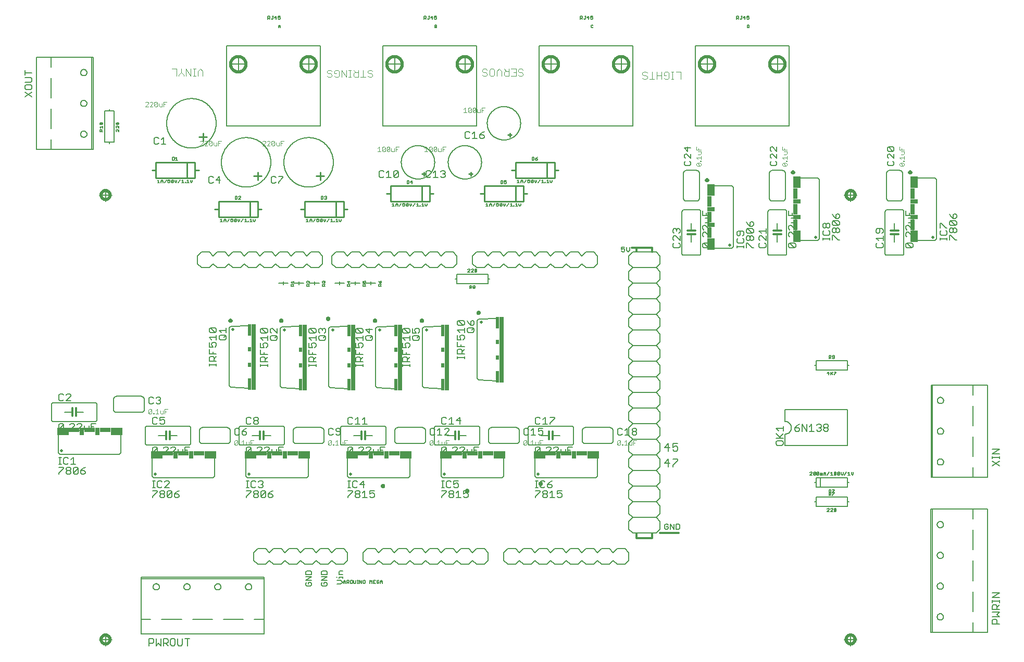
<source format=gto>
G75*
%MOIN*%
%OFA0B0*%
%FSLAX25Y25*%
%IPPOS*%
%LPD*%
%AMOC8*
5,1,8,0,0,1.08239X$1,22.5*
%
%ADD10C,0.01300*%
%ADD11C,0.02000*%
%ADD12C,0.00787*%
%ADD13C,0.00400*%
%ADD14C,0.00800*%
%ADD15C,0.00500*%
%ADD16C,0.00600*%
%ADD17C,0.01200*%
%ADD18C,0.01000*%
%ADD19C,0.00300*%
%ADD20C,0.00700*%
%ADD21C,0.02000*%
%ADD22R,0.07500X0.05000*%
%ADD23R,0.07000X0.03000*%
%ADD24R,0.03000X0.05000*%
%ADD25R,0.03000X0.42000*%
%ADD26R,0.02000X0.07500*%
%ADD27R,0.02000X0.03000*%
%ADD28R,0.05000X0.07500*%
%ADD29R,0.03000X0.07000*%
%ADD30R,0.05000X0.03000*%
D10*
X0353865Y0224200D02*
X0353867Y0224252D01*
X0353873Y0224304D01*
X0353883Y0224356D01*
X0353896Y0224406D01*
X0353913Y0224456D01*
X0353934Y0224504D01*
X0353959Y0224550D01*
X0353987Y0224594D01*
X0354018Y0224636D01*
X0354052Y0224676D01*
X0354089Y0224713D01*
X0354129Y0224747D01*
X0354171Y0224778D01*
X0354215Y0224806D01*
X0354261Y0224831D01*
X0354309Y0224852D01*
X0354359Y0224869D01*
X0354409Y0224882D01*
X0354461Y0224892D01*
X0354513Y0224898D01*
X0354565Y0224900D01*
X0354617Y0224898D01*
X0354669Y0224892D01*
X0354721Y0224882D01*
X0354771Y0224869D01*
X0354821Y0224852D01*
X0354869Y0224831D01*
X0354915Y0224806D01*
X0354959Y0224778D01*
X0355001Y0224747D01*
X0355041Y0224713D01*
X0355078Y0224676D01*
X0355112Y0224636D01*
X0355143Y0224594D01*
X0355171Y0224550D01*
X0355196Y0224504D01*
X0355217Y0224456D01*
X0355234Y0224406D01*
X0355247Y0224356D01*
X0355257Y0224304D01*
X0355263Y0224252D01*
X0355265Y0224200D01*
X0355263Y0224148D01*
X0355257Y0224096D01*
X0355247Y0224044D01*
X0355234Y0223994D01*
X0355217Y0223944D01*
X0355196Y0223896D01*
X0355171Y0223850D01*
X0355143Y0223806D01*
X0355112Y0223764D01*
X0355078Y0223724D01*
X0355041Y0223687D01*
X0355001Y0223653D01*
X0354959Y0223622D01*
X0354915Y0223594D01*
X0354869Y0223569D01*
X0354821Y0223548D01*
X0354771Y0223531D01*
X0354721Y0223518D01*
X0354669Y0223508D01*
X0354617Y0223502D01*
X0354565Y0223500D01*
X0354513Y0223502D01*
X0354461Y0223508D01*
X0354409Y0223518D01*
X0354359Y0223531D01*
X0354309Y0223548D01*
X0354261Y0223569D01*
X0354215Y0223594D01*
X0354171Y0223622D01*
X0354129Y0223653D01*
X0354089Y0223687D01*
X0354052Y0223724D01*
X0354018Y0223764D01*
X0353987Y0223806D01*
X0353959Y0223850D01*
X0353934Y0223896D01*
X0353913Y0223944D01*
X0353896Y0223994D01*
X0353883Y0224044D01*
X0353873Y0224096D01*
X0353867Y0224148D01*
X0353865Y0224200D01*
X0407765Y0221100D02*
X0407767Y0221152D01*
X0407773Y0221204D01*
X0407783Y0221256D01*
X0407796Y0221306D01*
X0407813Y0221356D01*
X0407834Y0221404D01*
X0407859Y0221450D01*
X0407887Y0221494D01*
X0407918Y0221536D01*
X0407952Y0221576D01*
X0407989Y0221613D01*
X0408029Y0221647D01*
X0408071Y0221678D01*
X0408115Y0221706D01*
X0408161Y0221731D01*
X0408209Y0221752D01*
X0408259Y0221769D01*
X0408309Y0221782D01*
X0408361Y0221792D01*
X0408413Y0221798D01*
X0408465Y0221800D01*
X0408517Y0221798D01*
X0408569Y0221792D01*
X0408621Y0221782D01*
X0408671Y0221769D01*
X0408721Y0221752D01*
X0408769Y0221731D01*
X0408815Y0221706D01*
X0408859Y0221678D01*
X0408901Y0221647D01*
X0408941Y0221613D01*
X0408978Y0221576D01*
X0409012Y0221536D01*
X0409043Y0221494D01*
X0409071Y0221450D01*
X0409096Y0221404D01*
X0409117Y0221356D01*
X0409134Y0221306D01*
X0409147Y0221256D01*
X0409157Y0221204D01*
X0409163Y0221152D01*
X0409165Y0221100D01*
X0409163Y0221048D01*
X0409157Y0220996D01*
X0409147Y0220944D01*
X0409134Y0220894D01*
X0409117Y0220844D01*
X0409096Y0220796D01*
X0409071Y0220750D01*
X0409043Y0220706D01*
X0409012Y0220664D01*
X0408978Y0220624D01*
X0408941Y0220587D01*
X0408901Y0220553D01*
X0408859Y0220522D01*
X0408815Y0220494D01*
X0408769Y0220469D01*
X0408721Y0220448D01*
X0408671Y0220431D01*
X0408621Y0220418D01*
X0408569Y0220408D01*
X0408517Y0220402D01*
X0408465Y0220400D01*
X0408413Y0220402D01*
X0408361Y0220408D01*
X0408309Y0220418D01*
X0408259Y0220431D01*
X0408209Y0220448D01*
X0408161Y0220469D01*
X0408115Y0220494D01*
X0408071Y0220522D01*
X0408029Y0220553D01*
X0407989Y0220587D01*
X0407952Y0220624D01*
X0407918Y0220664D01*
X0407887Y0220706D01*
X0407859Y0220750D01*
X0407834Y0220796D01*
X0407813Y0220844D01*
X0407796Y0220894D01*
X0407783Y0220944D01*
X0407773Y0220996D01*
X0407767Y0221048D01*
X0407765Y0221100D01*
X0454765Y0225600D02*
X0454767Y0225652D01*
X0454773Y0225704D01*
X0454783Y0225756D01*
X0454796Y0225806D01*
X0454813Y0225856D01*
X0454834Y0225904D01*
X0454859Y0225950D01*
X0454887Y0225994D01*
X0454918Y0226036D01*
X0454952Y0226076D01*
X0454989Y0226113D01*
X0455029Y0226147D01*
X0455071Y0226178D01*
X0455115Y0226206D01*
X0455161Y0226231D01*
X0455209Y0226252D01*
X0455259Y0226269D01*
X0455309Y0226282D01*
X0455361Y0226292D01*
X0455413Y0226298D01*
X0455465Y0226300D01*
X0455517Y0226298D01*
X0455569Y0226292D01*
X0455621Y0226282D01*
X0455671Y0226269D01*
X0455721Y0226252D01*
X0455769Y0226231D01*
X0455815Y0226206D01*
X0455859Y0226178D01*
X0455901Y0226147D01*
X0455941Y0226113D01*
X0455978Y0226076D01*
X0456012Y0226036D01*
X0456043Y0225994D01*
X0456071Y0225950D01*
X0456096Y0225904D01*
X0456117Y0225856D01*
X0456134Y0225806D01*
X0456147Y0225756D01*
X0456157Y0225704D01*
X0456163Y0225652D01*
X0456165Y0225600D01*
X0456163Y0225548D01*
X0456157Y0225496D01*
X0456147Y0225444D01*
X0456134Y0225394D01*
X0456117Y0225344D01*
X0456096Y0225296D01*
X0456071Y0225250D01*
X0456043Y0225206D01*
X0456012Y0225164D01*
X0455978Y0225124D01*
X0455941Y0225087D01*
X0455901Y0225053D01*
X0455859Y0225022D01*
X0455815Y0224994D01*
X0455769Y0224969D01*
X0455721Y0224948D01*
X0455671Y0224931D01*
X0455621Y0224918D01*
X0455569Y0224908D01*
X0455517Y0224902D01*
X0455465Y0224900D01*
X0455413Y0224902D01*
X0455361Y0224908D01*
X0455309Y0224918D01*
X0455259Y0224931D01*
X0455209Y0224948D01*
X0455161Y0224969D01*
X0455115Y0224994D01*
X0455071Y0225022D01*
X0455029Y0225053D01*
X0454989Y0225087D01*
X0454952Y0225124D01*
X0454918Y0225164D01*
X0454887Y0225206D01*
X0454859Y0225250D01*
X0454834Y0225296D01*
X0454813Y0225344D01*
X0454796Y0225394D01*
X0454783Y0225444D01*
X0454773Y0225496D01*
X0454767Y0225548D01*
X0454765Y0225600D01*
X0378765Y0330100D02*
X0378767Y0330152D01*
X0378773Y0330204D01*
X0378783Y0330256D01*
X0378796Y0330306D01*
X0378813Y0330356D01*
X0378834Y0330404D01*
X0378859Y0330450D01*
X0378887Y0330494D01*
X0378918Y0330536D01*
X0378952Y0330576D01*
X0378989Y0330613D01*
X0379029Y0330647D01*
X0379071Y0330678D01*
X0379115Y0330706D01*
X0379161Y0330731D01*
X0379209Y0330752D01*
X0379259Y0330769D01*
X0379309Y0330782D01*
X0379361Y0330792D01*
X0379413Y0330798D01*
X0379465Y0330800D01*
X0379517Y0330798D01*
X0379569Y0330792D01*
X0379621Y0330782D01*
X0379671Y0330769D01*
X0379721Y0330752D01*
X0379769Y0330731D01*
X0379815Y0330706D01*
X0379859Y0330678D01*
X0379901Y0330647D01*
X0379941Y0330613D01*
X0379978Y0330576D01*
X0380012Y0330536D01*
X0380043Y0330494D01*
X0380071Y0330450D01*
X0380096Y0330404D01*
X0380117Y0330356D01*
X0380134Y0330306D01*
X0380147Y0330256D01*
X0380157Y0330204D01*
X0380163Y0330152D01*
X0380165Y0330100D01*
X0380163Y0330048D01*
X0380157Y0329996D01*
X0380147Y0329944D01*
X0380134Y0329894D01*
X0380117Y0329844D01*
X0380096Y0329796D01*
X0380071Y0329750D01*
X0380043Y0329706D01*
X0380012Y0329664D01*
X0379978Y0329624D01*
X0379941Y0329587D01*
X0379901Y0329553D01*
X0379859Y0329522D01*
X0379815Y0329494D01*
X0379769Y0329469D01*
X0379721Y0329448D01*
X0379671Y0329431D01*
X0379621Y0329418D01*
X0379569Y0329408D01*
X0379517Y0329402D01*
X0379465Y0329400D01*
X0379413Y0329402D01*
X0379361Y0329408D01*
X0379309Y0329418D01*
X0379259Y0329431D01*
X0379209Y0329448D01*
X0379161Y0329469D01*
X0379115Y0329494D01*
X0379071Y0329522D01*
X0379029Y0329553D01*
X0378989Y0329587D01*
X0378952Y0329624D01*
X0378918Y0329664D01*
X0378887Y0329706D01*
X0378859Y0329750D01*
X0378834Y0329796D01*
X0378813Y0329844D01*
X0378796Y0329894D01*
X0378783Y0329944D01*
X0378773Y0329996D01*
X0378767Y0330048D01*
X0378765Y0330100D01*
X0348765Y0330100D02*
X0348767Y0330152D01*
X0348773Y0330204D01*
X0348783Y0330256D01*
X0348796Y0330306D01*
X0348813Y0330356D01*
X0348834Y0330404D01*
X0348859Y0330450D01*
X0348887Y0330494D01*
X0348918Y0330536D01*
X0348952Y0330576D01*
X0348989Y0330613D01*
X0349029Y0330647D01*
X0349071Y0330678D01*
X0349115Y0330706D01*
X0349161Y0330731D01*
X0349209Y0330752D01*
X0349259Y0330769D01*
X0349309Y0330782D01*
X0349361Y0330792D01*
X0349413Y0330798D01*
X0349465Y0330800D01*
X0349517Y0330798D01*
X0349569Y0330792D01*
X0349621Y0330782D01*
X0349671Y0330769D01*
X0349721Y0330752D01*
X0349769Y0330731D01*
X0349815Y0330706D01*
X0349859Y0330678D01*
X0349901Y0330647D01*
X0349941Y0330613D01*
X0349978Y0330576D01*
X0350012Y0330536D01*
X0350043Y0330494D01*
X0350071Y0330450D01*
X0350096Y0330404D01*
X0350117Y0330356D01*
X0350134Y0330306D01*
X0350147Y0330256D01*
X0350157Y0330204D01*
X0350163Y0330152D01*
X0350165Y0330100D01*
X0350163Y0330048D01*
X0350157Y0329996D01*
X0350147Y0329944D01*
X0350134Y0329894D01*
X0350117Y0329844D01*
X0350096Y0329796D01*
X0350071Y0329750D01*
X0350043Y0329706D01*
X0350012Y0329664D01*
X0349978Y0329624D01*
X0349941Y0329587D01*
X0349901Y0329553D01*
X0349859Y0329522D01*
X0349815Y0329494D01*
X0349769Y0329469D01*
X0349721Y0329448D01*
X0349671Y0329431D01*
X0349621Y0329418D01*
X0349569Y0329408D01*
X0349517Y0329402D01*
X0349465Y0329400D01*
X0349413Y0329402D01*
X0349361Y0329408D01*
X0349309Y0329418D01*
X0349259Y0329431D01*
X0349209Y0329448D01*
X0349161Y0329469D01*
X0349115Y0329494D01*
X0349071Y0329522D01*
X0349029Y0329553D01*
X0348989Y0329587D01*
X0348952Y0329624D01*
X0348918Y0329664D01*
X0348887Y0329706D01*
X0348859Y0329750D01*
X0348834Y0329796D01*
X0348813Y0329844D01*
X0348796Y0329894D01*
X0348783Y0329944D01*
X0348773Y0329996D01*
X0348767Y0330048D01*
X0348765Y0330100D01*
X0318765Y0331350D02*
X0318767Y0331402D01*
X0318773Y0331454D01*
X0318783Y0331506D01*
X0318796Y0331556D01*
X0318813Y0331606D01*
X0318834Y0331654D01*
X0318859Y0331700D01*
X0318887Y0331744D01*
X0318918Y0331786D01*
X0318952Y0331826D01*
X0318989Y0331863D01*
X0319029Y0331897D01*
X0319071Y0331928D01*
X0319115Y0331956D01*
X0319161Y0331981D01*
X0319209Y0332002D01*
X0319259Y0332019D01*
X0319309Y0332032D01*
X0319361Y0332042D01*
X0319413Y0332048D01*
X0319465Y0332050D01*
X0319517Y0332048D01*
X0319569Y0332042D01*
X0319621Y0332032D01*
X0319671Y0332019D01*
X0319721Y0332002D01*
X0319769Y0331981D01*
X0319815Y0331956D01*
X0319859Y0331928D01*
X0319901Y0331897D01*
X0319941Y0331863D01*
X0319978Y0331826D01*
X0320012Y0331786D01*
X0320043Y0331744D01*
X0320071Y0331700D01*
X0320096Y0331654D01*
X0320117Y0331606D01*
X0320134Y0331556D01*
X0320147Y0331506D01*
X0320157Y0331454D01*
X0320163Y0331402D01*
X0320165Y0331350D01*
X0320163Y0331298D01*
X0320157Y0331246D01*
X0320147Y0331194D01*
X0320134Y0331144D01*
X0320117Y0331094D01*
X0320096Y0331046D01*
X0320071Y0331000D01*
X0320043Y0330956D01*
X0320012Y0330914D01*
X0319978Y0330874D01*
X0319941Y0330837D01*
X0319901Y0330803D01*
X0319859Y0330772D01*
X0319815Y0330744D01*
X0319769Y0330719D01*
X0319721Y0330698D01*
X0319671Y0330681D01*
X0319621Y0330668D01*
X0319569Y0330658D01*
X0319517Y0330652D01*
X0319465Y0330650D01*
X0319413Y0330652D01*
X0319361Y0330658D01*
X0319309Y0330668D01*
X0319259Y0330681D01*
X0319209Y0330698D01*
X0319161Y0330719D01*
X0319115Y0330744D01*
X0319071Y0330772D01*
X0319029Y0330803D01*
X0318989Y0330837D01*
X0318952Y0330874D01*
X0318918Y0330914D01*
X0318887Y0330956D01*
X0318859Y0331000D01*
X0318834Y0331046D01*
X0318813Y0331094D01*
X0318796Y0331144D01*
X0318783Y0331194D01*
X0318773Y0331246D01*
X0318767Y0331298D01*
X0318765Y0331350D01*
X0288765Y0330100D02*
X0288767Y0330152D01*
X0288773Y0330204D01*
X0288783Y0330256D01*
X0288796Y0330306D01*
X0288813Y0330356D01*
X0288834Y0330404D01*
X0288859Y0330450D01*
X0288887Y0330494D01*
X0288918Y0330536D01*
X0288952Y0330576D01*
X0288989Y0330613D01*
X0289029Y0330647D01*
X0289071Y0330678D01*
X0289115Y0330706D01*
X0289161Y0330731D01*
X0289209Y0330752D01*
X0289259Y0330769D01*
X0289309Y0330782D01*
X0289361Y0330792D01*
X0289413Y0330798D01*
X0289465Y0330800D01*
X0289517Y0330798D01*
X0289569Y0330792D01*
X0289621Y0330782D01*
X0289671Y0330769D01*
X0289721Y0330752D01*
X0289769Y0330731D01*
X0289815Y0330706D01*
X0289859Y0330678D01*
X0289901Y0330647D01*
X0289941Y0330613D01*
X0289978Y0330576D01*
X0290012Y0330536D01*
X0290043Y0330494D01*
X0290071Y0330450D01*
X0290096Y0330404D01*
X0290117Y0330356D01*
X0290134Y0330306D01*
X0290147Y0330256D01*
X0290157Y0330204D01*
X0290163Y0330152D01*
X0290165Y0330100D01*
X0290163Y0330048D01*
X0290157Y0329996D01*
X0290147Y0329944D01*
X0290134Y0329894D01*
X0290117Y0329844D01*
X0290096Y0329796D01*
X0290071Y0329750D01*
X0290043Y0329706D01*
X0290012Y0329664D01*
X0289978Y0329624D01*
X0289941Y0329587D01*
X0289901Y0329553D01*
X0289859Y0329522D01*
X0289815Y0329494D01*
X0289769Y0329469D01*
X0289721Y0329448D01*
X0289671Y0329431D01*
X0289621Y0329418D01*
X0289569Y0329408D01*
X0289517Y0329402D01*
X0289465Y0329400D01*
X0289413Y0329402D01*
X0289361Y0329408D01*
X0289309Y0329418D01*
X0289259Y0329431D01*
X0289209Y0329448D01*
X0289161Y0329469D01*
X0289115Y0329494D01*
X0289071Y0329522D01*
X0289029Y0329553D01*
X0288989Y0329587D01*
X0288952Y0329624D01*
X0288918Y0329664D01*
X0288887Y0329706D01*
X0288859Y0329750D01*
X0288834Y0329796D01*
X0288813Y0329844D01*
X0288796Y0329894D01*
X0288783Y0329944D01*
X0288773Y0329996D01*
X0288767Y0330048D01*
X0288765Y0330100D01*
X0256265Y0330100D02*
X0256267Y0330152D01*
X0256273Y0330204D01*
X0256283Y0330256D01*
X0256296Y0330306D01*
X0256313Y0330356D01*
X0256334Y0330404D01*
X0256359Y0330450D01*
X0256387Y0330494D01*
X0256418Y0330536D01*
X0256452Y0330576D01*
X0256489Y0330613D01*
X0256529Y0330647D01*
X0256571Y0330678D01*
X0256615Y0330706D01*
X0256661Y0330731D01*
X0256709Y0330752D01*
X0256759Y0330769D01*
X0256809Y0330782D01*
X0256861Y0330792D01*
X0256913Y0330798D01*
X0256965Y0330800D01*
X0257017Y0330798D01*
X0257069Y0330792D01*
X0257121Y0330782D01*
X0257171Y0330769D01*
X0257221Y0330752D01*
X0257269Y0330731D01*
X0257315Y0330706D01*
X0257359Y0330678D01*
X0257401Y0330647D01*
X0257441Y0330613D01*
X0257478Y0330576D01*
X0257512Y0330536D01*
X0257543Y0330494D01*
X0257571Y0330450D01*
X0257596Y0330404D01*
X0257617Y0330356D01*
X0257634Y0330306D01*
X0257647Y0330256D01*
X0257657Y0330204D01*
X0257663Y0330152D01*
X0257665Y0330100D01*
X0257663Y0330048D01*
X0257657Y0329996D01*
X0257647Y0329944D01*
X0257634Y0329894D01*
X0257617Y0329844D01*
X0257596Y0329796D01*
X0257571Y0329750D01*
X0257543Y0329706D01*
X0257512Y0329664D01*
X0257478Y0329624D01*
X0257441Y0329587D01*
X0257401Y0329553D01*
X0257359Y0329522D01*
X0257315Y0329494D01*
X0257269Y0329469D01*
X0257221Y0329448D01*
X0257171Y0329431D01*
X0257121Y0329418D01*
X0257069Y0329408D01*
X0257017Y0329402D01*
X0256965Y0329400D01*
X0256913Y0329402D01*
X0256861Y0329408D01*
X0256809Y0329418D01*
X0256759Y0329431D01*
X0256709Y0329448D01*
X0256661Y0329469D01*
X0256615Y0329494D01*
X0256571Y0329522D01*
X0256529Y0329553D01*
X0256489Y0329587D01*
X0256452Y0329624D01*
X0256418Y0329664D01*
X0256387Y0329706D01*
X0256359Y0329750D01*
X0256334Y0329796D01*
X0256313Y0329844D01*
X0256296Y0329894D01*
X0256283Y0329944D01*
X0256273Y0329996D01*
X0256267Y0330048D01*
X0256265Y0330100D01*
X0415015Y0335100D02*
X0415017Y0335152D01*
X0415023Y0335204D01*
X0415033Y0335256D01*
X0415046Y0335306D01*
X0415063Y0335356D01*
X0415084Y0335404D01*
X0415109Y0335450D01*
X0415137Y0335494D01*
X0415168Y0335536D01*
X0415202Y0335576D01*
X0415239Y0335613D01*
X0415279Y0335647D01*
X0415321Y0335678D01*
X0415365Y0335706D01*
X0415411Y0335731D01*
X0415459Y0335752D01*
X0415509Y0335769D01*
X0415559Y0335782D01*
X0415611Y0335792D01*
X0415663Y0335798D01*
X0415715Y0335800D01*
X0415767Y0335798D01*
X0415819Y0335792D01*
X0415871Y0335782D01*
X0415921Y0335769D01*
X0415971Y0335752D01*
X0416019Y0335731D01*
X0416065Y0335706D01*
X0416109Y0335678D01*
X0416151Y0335647D01*
X0416191Y0335613D01*
X0416228Y0335576D01*
X0416262Y0335536D01*
X0416293Y0335494D01*
X0416321Y0335450D01*
X0416346Y0335404D01*
X0416367Y0335356D01*
X0416384Y0335306D01*
X0416397Y0335256D01*
X0416407Y0335204D01*
X0416413Y0335152D01*
X0416415Y0335100D01*
X0416413Y0335048D01*
X0416407Y0334996D01*
X0416397Y0334944D01*
X0416384Y0334894D01*
X0416367Y0334844D01*
X0416346Y0334796D01*
X0416321Y0334750D01*
X0416293Y0334706D01*
X0416262Y0334664D01*
X0416228Y0334624D01*
X0416191Y0334587D01*
X0416151Y0334553D01*
X0416109Y0334522D01*
X0416065Y0334494D01*
X0416019Y0334469D01*
X0415971Y0334448D01*
X0415921Y0334431D01*
X0415871Y0334418D01*
X0415819Y0334408D01*
X0415767Y0334402D01*
X0415715Y0334400D01*
X0415663Y0334402D01*
X0415611Y0334408D01*
X0415559Y0334418D01*
X0415509Y0334431D01*
X0415459Y0334448D01*
X0415411Y0334469D01*
X0415365Y0334494D01*
X0415321Y0334522D01*
X0415279Y0334553D01*
X0415239Y0334587D01*
X0415202Y0334624D01*
X0415168Y0334664D01*
X0415137Y0334706D01*
X0415109Y0334750D01*
X0415084Y0334796D01*
X0415063Y0334844D01*
X0415046Y0334894D01*
X0415033Y0334944D01*
X0415023Y0334996D01*
X0415017Y0335048D01*
X0415015Y0335100D01*
X0561265Y0420100D02*
X0561267Y0420152D01*
X0561273Y0420204D01*
X0561283Y0420256D01*
X0561296Y0420306D01*
X0561313Y0420356D01*
X0561334Y0420404D01*
X0561359Y0420450D01*
X0561387Y0420494D01*
X0561418Y0420536D01*
X0561452Y0420576D01*
X0561489Y0420613D01*
X0561529Y0420647D01*
X0561571Y0420678D01*
X0561615Y0420706D01*
X0561661Y0420731D01*
X0561709Y0420752D01*
X0561759Y0420769D01*
X0561809Y0420782D01*
X0561861Y0420792D01*
X0561913Y0420798D01*
X0561965Y0420800D01*
X0562017Y0420798D01*
X0562069Y0420792D01*
X0562121Y0420782D01*
X0562171Y0420769D01*
X0562221Y0420752D01*
X0562269Y0420731D01*
X0562315Y0420706D01*
X0562359Y0420678D01*
X0562401Y0420647D01*
X0562441Y0420613D01*
X0562478Y0420576D01*
X0562512Y0420536D01*
X0562543Y0420494D01*
X0562571Y0420450D01*
X0562596Y0420404D01*
X0562617Y0420356D01*
X0562634Y0420306D01*
X0562647Y0420256D01*
X0562657Y0420204D01*
X0562663Y0420152D01*
X0562665Y0420100D01*
X0562663Y0420048D01*
X0562657Y0419996D01*
X0562647Y0419944D01*
X0562634Y0419894D01*
X0562617Y0419844D01*
X0562596Y0419796D01*
X0562571Y0419750D01*
X0562543Y0419706D01*
X0562512Y0419664D01*
X0562478Y0419624D01*
X0562441Y0419587D01*
X0562401Y0419553D01*
X0562359Y0419522D01*
X0562315Y0419494D01*
X0562269Y0419469D01*
X0562221Y0419448D01*
X0562171Y0419431D01*
X0562121Y0419418D01*
X0562069Y0419408D01*
X0562017Y0419402D01*
X0561965Y0419400D01*
X0561913Y0419402D01*
X0561861Y0419408D01*
X0561809Y0419418D01*
X0561759Y0419431D01*
X0561709Y0419448D01*
X0561661Y0419469D01*
X0561615Y0419494D01*
X0561571Y0419522D01*
X0561529Y0419553D01*
X0561489Y0419587D01*
X0561452Y0419624D01*
X0561418Y0419664D01*
X0561387Y0419706D01*
X0561359Y0419750D01*
X0561334Y0419796D01*
X0561313Y0419844D01*
X0561296Y0419894D01*
X0561283Y0419944D01*
X0561273Y0419996D01*
X0561267Y0420048D01*
X0561265Y0420100D01*
X0616265Y0425100D02*
X0616267Y0425152D01*
X0616273Y0425204D01*
X0616283Y0425256D01*
X0616296Y0425306D01*
X0616313Y0425356D01*
X0616334Y0425404D01*
X0616359Y0425450D01*
X0616387Y0425494D01*
X0616418Y0425536D01*
X0616452Y0425576D01*
X0616489Y0425613D01*
X0616529Y0425647D01*
X0616571Y0425678D01*
X0616615Y0425706D01*
X0616661Y0425731D01*
X0616709Y0425752D01*
X0616759Y0425769D01*
X0616809Y0425782D01*
X0616861Y0425792D01*
X0616913Y0425798D01*
X0616965Y0425800D01*
X0617017Y0425798D01*
X0617069Y0425792D01*
X0617121Y0425782D01*
X0617171Y0425769D01*
X0617221Y0425752D01*
X0617269Y0425731D01*
X0617315Y0425706D01*
X0617359Y0425678D01*
X0617401Y0425647D01*
X0617441Y0425613D01*
X0617478Y0425576D01*
X0617512Y0425536D01*
X0617543Y0425494D01*
X0617571Y0425450D01*
X0617596Y0425404D01*
X0617617Y0425356D01*
X0617634Y0425306D01*
X0617647Y0425256D01*
X0617657Y0425204D01*
X0617663Y0425152D01*
X0617665Y0425100D01*
X0617663Y0425048D01*
X0617657Y0424996D01*
X0617647Y0424944D01*
X0617634Y0424894D01*
X0617617Y0424844D01*
X0617596Y0424796D01*
X0617571Y0424750D01*
X0617543Y0424706D01*
X0617512Y0424664D01*
X0617478Y0424624D01*
X0617441Y0424587D01*
X0617401Y0424553D01*
X0617359Y0424522D01*
X0617315Y0424494D01*
X0617269Y0424469D01*
X0617221Y0424448D01*
X0617171Y0424431D01*
X0617121Y0424418D01*
X0617069Y0424408D01*
X0617017Y0424402D01*
X0616965Y0424400D01*
X0616913Y0424402D01*
X0616861Y0424408D01*
X0616809Y0424418D01*
X0616759Y0424431D01*
X0616709Y0424448D01*
X0616661Y0424469D01*
X0616615Y0424494D01*
X0616571Y0424522D01*
X0616529Y0424553D01*
X0616489Y0424587D01*
X0616452Y0424624D01*
X0616418Y0424664D01*
X0616387Y0424706D01*
X0616359Y0424750D01*
X0616334Y0424796D01*
X0616313Y0424844D01*
X0616296Y0424894D01*
X0616283Y0424944D01*
X0616273Y0424996D01*
X0616267Y0425048D01*
X0616265Y0425100D01*
X0691265Y0425100D02*
X0691267Y0425152D01*
X0691273Y0425204D01*
X0691283Y0425256D01*
X0691296Y0425306D01*
X0691313Y0425356D01*
X0691334Y0425404D01*
X0691359Y0425450D01*
X0691387Y0425494D01*
X0691418Y0425536D01*
X0691452Y0425576D01*
X0691489Y0425613D01*
X0691529Y0425647D01*
X0691571Y0425678D01*
X0691615Y0425706D01*
X0691661Y0425731D01*
X0691709Y0425752D01*
X0691759Y0425769D01*
X0691809Y0425782D01*
X0691861Y0425792D01*
X0691913Y0425798D01*
X0691965Y0425800D01*
X0692017Y0425798D01*
X0692069Y0425792D01*
X0692121Y0425782D01*
X0692171Y0425769D01*
X0692221Y0425752D01*
X0692269Y0425731D01*
X0692315Y0425706D01*
X0692359Y0425678D01*
X0692401Y0425647D01*
X0692441Y0425613D01*
X0692478Y0425576D01*
X0692512Y0425536D01*
X0692543Y0425494D01*
X0692571Y0425450D01*
X0692596Y0425404D01*
X0692617Y0425356D01*
X0692634Y0425306D01*
X0692647Y0425256D01*
X0692657Y0425204D01*
X0692663Y0425152D01*
X0692665Y0425100D01*
X0692663Y0425048D01*
X0692657Y0424996D01*
X0692647Y0424944D01*
X0692634Y0424894D01*
X0692617Y0424844D01*
X0692596Y0424796D01*
X0692571Y0424750D01*
X0692543Y0424706D01*
X0692512Y0424664D01*
X0692478Y0424624D01*
X0692441Y0424587D01*
X0692401Y0424553D01*
X0692359Y0424522D01*
X0692315Y0424494D01*
X0692269Y0424469D01*
X0692221Y0424448D01*
X0692171Y0424431D01*
X0692121Y0424418D01*
X0692069Y0424408D01*
X0692017Y0424402D01*
X0691965Y0424400D01*
X0691913Y0424402D01*
X0691861Y0424408D01*
X0691809Y0424418D01*
X0691759Y0424431D01*
X0691709Y0424448D01*
X0691661Y0424469D01*
X0691615Y0424494D01*
X0691571Y0424522D01*
X0691529Y0424553D01*
X0691489Y0424587D01*
X0691452Y0424624D01*
X0691418Y0424664D01*
X0691387Y0424706D01*
X0691359Y0424750D01*
X0691334Y0424796D01*
X0691313Y0424844D01*
X0691296Y0424894D01*
X0691283Y0424944D01*
X0691273Y0424996D01*
X0691267Y0425048D01*
X0691265Y0425100D01*
D11*
X0650950Y0410616D02*
X0650952Y0410723D01*
X0650958Y0410829D01*
X0650968Y0410935D01*
X0650982Y0411041D01*
X0650999Y0411146D01*
X0651021Y0411250D01*
X0651047Y0411353D01*
X0651076Y0411456D01*
X0651109Y0411557D01*
X0651146Y0411657D01*
X0651186Y0411756D01*
X0651231Y0411853D01*
X0651278Y0411948D01*
X0651330Y0412041D01*
X0651384Y0412133D01*
X0651442Y0412222D01*
X0651504Y0412309D01*
X0651568Y0412394D01*
X0651636Y0412476D01*
X0651706Y0412556D01*
X0651780Y0412633D01*
X0651856Y0412707D01*
X0651936Y0412779D01*
X0652017Y0412847D01*
X0652101Y0412913D01*
X0652188Y0412975D01*
X0652277Y0413034D01*
X0652368Y0413089D01*
X0652461Y0413141D01*
X0652555Y0413190D01*
X0652652Y0413235D01*
X0652750Y0413276D01*
X0652850Y0413314D01*
X0652951Y0413348D01*
X0653053Y0413379D01*
X0653156Y0413405D01*
X0653260Y0413428D01*
X0653365Y0413446D01*
X0653471Y0413461D01*
X0653577Y0413472D01*
X0653683Y0413479D01*
X0653789Y0413482D01*
X0653896Y0413481D01*
X0654002Y0413476D01*
X0654109Y0413467D01*
X0654214Y0413454D01*
X0654320Y0413437D01*
X0654424Y0413417D01*
X0654528Y0413392D01*
X0654630Y0413364D01*
X0654732Y0413332D01*
X0654832Y0413296D01*
X0654931Y0413256D01*
X0655029Y0413213D01*
X0655124Y0413166D01*
X0655218Y0413116D01*
X0655310Y0413062D01*
X0655400Y0413005D01*
X0655488Y0412944D01*
X0655573Y0412880D01*
X0655656Y0412813D01*
X0655736Y0412743D01*
X0655814Y0412671D01*
X0655889Y0412595D01*
X0655961Y0412517D01*
X0656030Y0412435D01*
X0656096Y0412352D01*
X0656159Y0412266D01*
X0656219Y0412178D01*
X0656276Y0412087D01*
X0656329Y0411995D01*
X0656378Y0411900D01*
X0656424Y0411804D01*
X0656466Y0411707D01*
X0656505Y0411607D01*
X0656540Y0411507D01*
X0656571Y0411405D01*
X0656599Y0411302D01*
X0656622Y0411198D01*
X0656642Y0411093D01*
X0656658Y0410988D01*
X0656670Y0410882D01*
X0656678Y0410776D01*
X0656682Y0410669D01*
X0656682Y0410563D01*
X0656678Y0410456D01*
X0656670Y0410350D01*
X0656658Y0410244D01*
X0656642Y0410139D01*
X0656622Y0410034D01*
X0656599Y0409930D01*
X0656571Y0409827D01*
X0656540Y0409725D01*
X0656505Y0409625D01*
X0656466Y0409525D01*
X0656424Y0409428D01*
X0656378Y0409332D01*
X0656329Y0409237D01*
X0656276Y0409145D01*
X0656219Y0409054D01*
X0656159Y0408966D01*
X0656096Y0408880D01*
X0656030Y0408797D01*
X0655961Y0408715D01*
X0655889Y0408637D01*
X0655814Y0408561D01*
X0655736Y0408489D01*
X0655656Y0408419D01*
X0655573Y0408352D01*
X0655488Y0408288D01*
X0655400Y0408227D01*
X0655310Y0408170D01*
X0655218Y0408116D01*
X0655124Y0408066D01*
X0655029Y0408019D01*
X0654931Y0407976D01*
X0654832Y0407936D01*
X0654732Y0407900D01*
X0654630Y0407868D01*
X0654528Y0407840D01*
X0654424Y0407815D01*
X0654320Y0407795D01*
X0654214Y0407778D01*
X0654109Y0407765D01*
X0654002Y0407756D01*
X0653896Y0407751D01*
X0653789Y0407750D01*
X0653683Y0407753D01*
X0653577Y0407760D01*
X0653471Y0407771D01*
X0653365Y0407786D01*
X0653260Y0407804D01*
X0653156Y0407827D01*
X0653053Y0407853D01*
X0652951Y0407884D01*
X0652850Y0407918D01*
X0652750Y0407956D01*
X0652652Y0407997D01*
X0652555Y0408042D01*
X0652461Y0408091D01*
X0652368Y0408143D01*
X0652277Y0408198D01*
X0652188Y0408257D01*
X0652101Y0408319D01*
X0652017Y0408385D01*
X0651936Y0408453D01*
X0651856Y0408525D01*
X0651780Y0408599D01*
X0651706Y0408676D01*
X0651636Y0408756D01*
X0651568Y0408838D01*
X0651504Y0408923D01*
X0651442Y0409010D01*
X0651384Y0409099D01*
X0651330Y0409191D01*
X0651278Y0409284D01*
X0651231Y0409379D01*
X0651186Y0409476D01*
X0651146Y0409575D01*
X0651109Y0409675D01*
X0651076Y0409776D01*
X0651047Y0409879D01*
X0651021Y0409982D01*
X0650999Y0410086D01*
X0650982Y0410191D01*
X0650968Y0410297D01*
X0650958Y0410403D01*
X0650952Y0410509D01*
X0650950Y0410616D01*
X0602044Y0494400D02*
X0602046Y0494540D01*
X0602052Y0494680D01*
X0602062Y0494819D01*
X0602076Y0494958D01*
X0602094Y0495097D01*
X0602115Y0495235D01*
X0602141Y0495373D01*
X0602171Y0495510D01*
X0602204Y0495645D01*
X0602242Y0495780D01*
X0602283Y0495914D01*
X0602328Y0496047D01*
X0602376Y0496178D01*
X0602429Y0496307D01*
X0602485Y0496436D01*
X0602544Y0496562D01*
X0602608Y0496687D01*
X0602674Y0496810D01*
X0602745Y0496931D01*
X0602818Y0497050D01*
X0602895Y0497167D01*
X0602976Y0497281D01*
X0603059Y0497393D01*
X0603146Y0497503D01*
X0603236Y0497611D01*
X0603328Y0497715D01*
X0603424Y0497817D01*
X0603523Y0497917D01*
X0603624Y0498013D01*
X0603728Y0498107D01*
X0603835Y0498197D01*
X0603944Y0498284D01*
X0604056Y0498369D01*
X0604170Y0498450D01*
X0604286Y0498528D01*
X0604404Y0498602D01*
X0604525Y0498673D01*
X0604647Y0498741D01*
X0604772Y0498805D01*
X0604898Y0498866D01*
X0605025Y0498923D01*
X0605155Y0498976D01*
X0605286Y0499026D01*
X0605418Y0499071D01*
X0605551Y0499114D01*
X0605686Y0499152D01*
X0605821Y0499186D01*
X0605958Y0499217D01*
X0606095Y0499244D01*
X0606233Y0499266D01*
X0606372Y0499285D01*
X0606511Y0499300D01*
X0606650Y0499311D01*
X0606790Y0499318D01*
X0606930Y0499321D01*
X0607070Y0499320D01*
X0607210Y0499315D01*
X0607349Y0499306D01*
X0607489Y0499293D01*
X0607628Y0499276D01*
X0607766Y0499255D01*
X0607904Y0499231D01*
X0608041Y0499202D01*
X0608177Y0499170D01*
X0608312Y0499133D01*
X0608446Y0499093D01*
X0608579Y0499049D01*
X0608710Y0499001D01*
X0608840Y0498950D01*
X0608969Y0498895D01*
X0609096Y0498836D01*
X0609221Y0498773D01*
X0609344Y0498708D01*
X0609466Y0498638D01*
X0609585Y0498565D01*
X0609703Y0498489D01*
X0609818Y0498410D01*
X0609931Y0498327D01*
X0610041Y0498241D01*
X0610149Y0498152D01*
X0610254Y0498060D01*
X0610357Y0497965D01*
X0610457Y0497867D01*
X0610554Y0497767D01*
X0610648Y0497663D01*
X0610740Y0497557D01*
X0610828Y0497449D01*
X0610913Y0497338D01*
X0610995Y0497224D01*
X0611074Y0497108D01*
X0611149Y0496991D01*
X0611221Y0496871D01*
X0611289Y0496749D01*
X0611354Y0496625D01*
X0611416Y0496499D01*
X0611474Y0496372D01*
X0611528Y0496243D01*
X0611579Y0496112D01*
X0611625Y0495980D01*
X0611668Y0495847D01*
X0611708Y0495713D01*
X0611743Y0495578D01*
X0611775Y0495441D01*
X0611802Y0495304D01*
X0611826Y0495166D01*
X0611846Y0495028D01*
X0611862Y0494889D01*
X0611874Y0494749D01*
X0611882Y0494610D01*
X0611886Y0494470D01*
X0611886Y0494330D01*
X0611882Y0494190D01*
X0611874Y0494051D01*
X0611862Y0493911D01*
X0611846Y0493772D01*
X0611826Y0493634D01*
X0611802Y0493496D01*
X0611775Y0493359D01*
X0611743Y0493222D01*
X0611708Y0493087D01*
X0611668Y0492953D01*
X0611625Y0492820D01*
X0611579Y0492688D01*
X0611528Y0492557D01*
X0611474Y0492428D01*
X0611416Y0492301D01*
X0611354Y0492175D01*
X0611289Y0492051D01*
X0611221Y0491929D01*
X0611149Y0491809D01*
X0611074Y0491692D01*
X0610995Y0491576D01*
X0610913Y0491462D01*
X0610828Y0491351D01*
X0610740Y0491243D01*
X0610648Y0491137D01*
X0610554Y0491033D01*
X0610457Y0490933D01*
X0610357Y0490835D01*
X0610254Y0490740D01*
X0610149Y0490648D01*
X0610041Y0490559D01*
X0609931Y0490473D01*
X0609818Y0490390D01*
X0609703Y0490311D01*
X0609585Y0490235D01*
X0609466Y0490162D01*
X0609344Y0490092D01*
X0609221Y0490027D01*
X0609096Y0489964D01*
X0608969Y0489905D01*
X0608840Y0489850D01*
X0608710Y0489799D01*
X0608579Y0489751D01*
X0608446Y0489707D01*
X0608312Y0489667D01*
X0608177Y0489630D01*
X0608041Y0489598D01*
X0607904Y0489569D01*
X0607766Y0489545D01*
X0607628Y0489524D01*
X0607489Y0489507D01*
X0607349Y0489494D01*
X0607210Y0489485D01*
X0607070Y0489480D01*
X0606930Y0489479D01*
X0606790Y0489482D01*
X0606650Y0489489D01*
X0606511Y0489500D01*
X0606372Y0489515D01*
X0606233Y0489534D01*
X0606095Y0489556D01*
X0605958Y0489583D01*
X0605821Y0489614D01*
X0605686Y0489648D01*
X0605551Y0489686D01*
X0605418Y0489729D01*
X0605286Y0489774D01*
X0605155Y0489824D01*
X0605025Y0489877D01*
X0604898Y0489934D01*
X0604772Y0489995D01*
X0604647Y0490059D01*
X0604525Y0490127D01*
X0604404Y0490198D01*
X0604286Y0490272D01*
X0604170Y0490350D01*
X0604056Y0490431D01*
X0603944Y0490516D01*
X0603835Y0490603D01*
X0603728Y0490693D01*
X0603624Y0490787D01*
X0603523Y0490883D01*
X0603424Y0490983D01*
X0603328Y0491085D01*
X0603236Y0491189D01*
X0603146Y0491297D01*
X0603059Y0491407D01*
X0602976Y0491519D01*
X0602895Y0491633D01*
X0602818Y0491750D01*
X0602745Y0491869D01*
X0602674Y0491990D01*
X0602608Y0492113D01*
X0602544Y0492238D01*
X0602485Y0492364D01*
X0602429Y0492493D01*
X0602376Y0492622D01*
X0602328Y0492753D01*
X0602283Y0492886D01*
X0602242Y0493020D01*
X0602204Y0493155D01*
X0602171Y0493290D01*
X0602141Y0493427D01*
X0602115Y0493565D01*
X0602094Y0493703D01*
X0602076Y0493842D01*
X0602062Y0493981D01*
X0602052Y0494120D01*
X0602046Y0494260D01*
X0602044Y0494400D01*
X0557044Y0494400D02*
X0557046Y0494540D01*
X0557052Y0494680D01*
X0557062Y0494819D01*
X0557076Y0494958D01*
X0557094Y0495097D01*
X0557115Y0495235D01*
X0557141Y0495373D01*
X0557171Y0495510D01*
X0557204Y0495645D01*
X0557242Y0495780D01*
X0557283Y0495914D01*
X0557328Y0496047D01*
X0557376Y0496178D01*
X0557429Y0496307D01*
X0557485Y0496436D01*
X0557544Y0496562D01*
X0557608Y0496687D01*
X0557674Y0496810D01*
X0557745Y0496931D01*
X0557818Y0497050D01*
X0557895Y0497167D01*
X0557976Y0497281D01*
X0558059Y0497393D01*
X0558146Y0497503D01*
X0558236Y0497611D01*
X0558328Y0497715D01*
X0558424Y0497817D01*
X0558523Y0497917D01*
X0558624Y0498013D01*
X0558728Y0498107D01*
X0558835Y0498197D01*
X0558944Y0498284D01*
X0559056Y0498369D01*
X0559170Y0498450D01*
X0559286Y0498528D01*
X0559404Y0498602D01*
X0559525Y0498673D01*
X0559647Y0498741D01*
X0559772Y0498805D01*
X0559898Y0498866D01*
X0560025Y0498923D01*
X0560155Y0498976D01*
X0560286Y0499026D01*
X0560418Y0499071D01*
X0560551Y0499114D01*
X0560686Y0499152D01*
X0560821Y0499186D01*
X0560958Y0499217D01*
X0561095Y0499244D01*
X0561233Y0499266D01*
X0561372Y0499285D01*
X0561511Y0499300D01*
X0561650Y0499311D01*
X0561790Y0499318D01*
X0561930Y0499321D01*
X0562070Y0499320D01*
X0562210Y0499315D01*
X0562349Y0499306D01*
X0562489Y0499293D01*
X0562628Y0499276D01*
X0562766Y0499255D01*
X0562904Y0499231D01*
X0563041Y0499202D01*
X0563177Y0499170D01*
X0563312Y0499133D01*
X0563446Y0499093D01*
X0563579Y0499049D01*
X0563710Y0499001D01*
X0563840Y0498950D01*
X0563969Y0498895D01*
X0564096Y0498836D01*
X0564221Y0498773D01*
X0564344Y0498708D01*
X0564466Y0498638D01*
X0564585Y0498565D01*
X0564703Y0498489D01*
X0564818Y0498410D01*
X0564931Y0498327D01*
X0565041Y0498241D01*
X0565149Y0498152D01*
X0565254Y0498060D01*
X0565357Y0497965D01*
X0565457Y0497867D01*
X0565554Y0497767D01*
X0565648Y0497663D01*
X0565740Y0497557D01*
X0565828Y0497449D01*
X0565913Y0497338D01*
X0565995Y0497224D01*
X0566074Y0497108D01*
X0566149Y0496991D01*
X0566221Y0496871D01*
X0566289Y0496749D01*
X0566354Y0496625D01*
X0566416Y0496499D01*
X0566474Y0496372D01*
X0566528Y0496243D01*
X0566579Y0496112D01*
X0566625Y0495980D01*
X0566668Y0495847D01*
X0566708Y0495713D01*
X0566743Y0495578D01*
X0566775Y0495441D01*
X0566802Y0495304D01*
X0566826Y0495166D01*
X0566846Y0495028D01*
X0566862Y0494889D01*
X0566874Y0494749D01*
X0566882Y0494610D01*
X0566886Y0494470D01*
X0566886Y0494330D01*
X0566882Y0494190D01*
X0566874Y0494051D01*
X0566862Y0493911D01*
X0566846Y0493772D01*
X0566826Y0493634D01*
X0566802Y0493496D01*
X0566775Y0493359D01*
X0566743Y0493222D01*
X0566708Y0493087D01*
X0566668Y0492953D01*
X0566625Y0492820D01*
X0566579Y0492688D01*
X0566528Y0492557D01*
X0566474Y0492428D01*
X0566416Y0492301D01*
X0566354Y0492175D01*
X0566289Y0492051D01*
X0566221Y0491929D01*
X0566149Y0491809D01*
X0566074Y0491692D01*
X0565995Y0491576D01*
X0565913Y0491462D01*
X0565828Y0491351D01*
X0565740Y0491243D01*
X0565648Y0491137D01*
X0565554Y0491033D01*
X0565457Y0490933D01*
X0565357Y0490835D01*
X0565254Y0490740D01*
X0565149Y0490648D01*
X0565041Y0490559D01*
X0564931Y0490473D01*
X0564818Y0490390D01*
X0564703Y0490311D01*
X0564585Y0490235D01*
X0564466Y0490162D01*
X0564344Y0490092D01*
X0564221Y0490027D01*
X0564096Y0489964D01*
X0563969Y0489905D01*
X0563840Y0489850D01*
X0563710Y0489799D01*
X0563579Y0489751D01*
X0563446Y0489707D01*
X0563312Y0489667D01*
X0563177Y0489630D01*
X0563041Y0489598D01*
X0562904Y0489569D01*
X0562766Y0489545D01*
X0562628Y0489524D01*
X0562489Y0489507D01*
X0562349Y0489494D01*
X0562210Y0489485D01*
X0562070Y0489480D01*
X0561930Y0489479D01*
X0561790Y0489482D01*
X0561650Y0489489D01*
X0561511Y0489500D01*
X0561372Y0489515D01*
X0561233Y0489534D01*
X0561095Y0489556D01*
X0560958Y0489583D01*
X0560821Y0489614D01*
X0560686Y0489648D01*
X0560551Y0489686D01*
X0560418Y0489729D01*
X0560286Y0489774D01*
X0560155Y0489824D01*
X0560025Y0489877D01*
X0559898Y0489934D01*
X0559772Y0489995D01*
X0559647Y0490059D01*
X0559525Y0490127D01*
X0559404Y0490198D01*
X0559286Y0490272D01*
X0559170Y0490350D01*
X0559056Y0490431D01*
X0558944Y0490516D01*
X0558835Y0490603D01*
X0558728Y0490693D01*
X0558624Y0490787D01*
X0558523Y0490883D01*
X0558424Y0490983D01*
X0558328Y0491085D01*
X0558236Y0491189D01*
X0558146Y0491297D01*
X0558059Y0491407D01*
X0557976Y0491519D01*
X0557895Y0491633D01*
X0557818Y0491750D01*
X0557745Y0491869D01*
X0557674Y0491990D01*
X0557608Y0492113D01*
X0557544Y0492238D01*
X0557485Y0492364D01*
X0557429Y0492493D01*
X0557376Y0492622D01*
X0557328Y0492753D01*
X0557283Y0492886D01*
X0557242Y0493020D01*
X0557204Y0493155D01*
X0557171Y0493290D01*
X0557141Y0493427D01*
X0557115Y0493565D01*
X0557094Y0493703D01*
X0557076Y0493842D01*
X0557062Y0493981D01*
X0557052Y0494120D01*
X0557046Y0494260D01*
X0557044Y0494400D01*
X0502044Y0494400D02*
X0502046Y0494540D01*
X0502052Y0494680D01*
X0502062Y0494819D01*
X0502076Y0494958D01*
X0502094Y0495097D01*
X0502115Y0495235D01*
X0502141Y0495373D01*
X0502171Y0495510D01*
X0502204Y0495645D01*
X0502242Y0495780D01*
X0502283Y0495914D01*
X0502328Y0496047D01*
X0502376Y0496178D01*
X0502429Y0496307D01*
X0502485Y0496436D01*
X0502544Y0496562D01*
X0502608Y0496687D01*
X0502674Y0496810D01*
X0502745Y0496931D01*
X0502818Y0497050D01*
X0502895Y0497167D01*
X0502976Y0497281D01*
X0503059Y0497393D01*
X0503146Y0497503D01*
X0503236Y0497611D01*
X0503328Y0497715D01*
X0503424Y0497817D01*
X0503523Y0497917D01*
X0503624Y0498013D01*
X0503728Y0498107D01*
X0503835Y0498197D01*
X0503944Y0498284D01*
X0504056Y0498369D01*
X0504170Y0498450D01*
X0504286Y0498528D01*
X0504404Y0498602D01*
X0504525Y0498673D01*
X0504647Y0498741D01*
X0504772Y0498805D01*
X0504898Y0498866D01*
X0505025Y0498923D01*
X0505155Y0498976D01*
X0505286Y0499026D01*
X0505418Y0499071D01*
X0505551Y0499114D01*
X0505686Y0499152D01*
X0505821Y0499186D01*
X0505958Y0499217D01*
X0506095Y0499244D01*
X0506233Y0499266D01*
X0506372Y0499285D01*
X0506511Y0499300D01*
X0506650Y0499311D01*
X0506790Y0499318D01*
X0506930Y0499321D01*
X0507070Y0499320D01*
X0507210Y0499315D01*
X0507349Y0499306D01*
X0507489Y0499293D01*
X0507628Y0499276D01*
X0507766Y0499255D01*
X0507904Y0499231D01*
X0508041Y0499202D01*
X0508177Y0499170D01*
X0508312Y0499133D01*
X0508446Y0499093D01*
X0508579Y0499049D01*
X0508710Y0499001D01*
X0508840Y0498950D01*
X0508969Y0498895D01*
X0509096Y0498836D01*
X0509221Y0498773D01*
X0509344Y0498708D01*
X0509466Y0498638D01*
X0509585Y0498565D01*
X0509703Y0498489D01*
X0509818Y0498410D01*
X0509931Y0498327D01*
X0510041Y0498241D01*
X0510149Y0498152D01*
X0510254Y0498060D01*
X0510357Y0497965D01*
X0510457Y0497867D01*
X0510554Y0497767D01*
X0510648Y0497663D01*
X0510740Y0497557D01*
X0510828Y0497449D01*
X0510913Y0497338D01*
X0510995Y0497224D01*
X0511074Y0497108D01*
X0511149Y0496991D01*
X0511221Y0496871D01*
X0511289Y0496749D01*
X0511354Y0496625D01*
X0511416Y0496499D01*
X0511474Y0496372D01*
X0511528Y0496243D01*
X0511579Y0496112D01*
X0511625Y0495980D01*
X0511668Y0495847D01*
X0511708Y0495713D01*
X0511743Y0495578D01*
X0511775Y0495441D01*
X0511802Y0495304D01*
X0511826Y0495166D01*
X0511846Y0495028D01*
X0511862Y0494889D01*
X0511874Y0494749D01*
X0511882Y0494610D01*
X0511886Y0494470D01*
X0511886Y0494330D01*
X0511882Y0494190D01*
X0511874Y0494051D01*
X0511862Y0493911D01*
X0511846Y0493772D01*
X0511826Y0493634D01*
X0511802Y0493496D01*
X0511775Y0493359D01*
X0511743Y0493222D01*
X0511708Y0493087D01*
X0511668Y0492953D01*
X0511625Y0492820D01*
X0511579Y0492688D01*
X0511528Y0492557D01*
X0511474Y0492428D01*
X0511416Y0492301D01*
X0511354Y0492175D01*
X0511289Y0492051D01*
X0511221Y0491929D01*
X0511149Y0491809D01*
X0511074Y0491692D01*
X0510995Y0491576D01*
X0510913Y0491462D01*
X0510828Y0491351D01*
X0510740Y0491243D01*
X0510648Y0491137D01*
X0510554Y0491033D01*
X0510457Y0490933D01*
X0510357Y0490835D01*
X0510254Y0490740D01*
X0510149Y0490648D01*
X0510041Y0490559D01*
X0509931Y0490473D01*
X0509818Y0490390D01*
X0509703Y0490311D01*
X0509585Y0490235D01*
X0509466Y0490162D01*
X0509344Y0490092D01*
X0509221Y0490027D01*
X0509096Y0489964D01*
X0508969Y0489905D01*
X0508840Y0489850D01*
X0508710Y0489799D01*
X0508579Y0489751D01*
X0508446Y0489707D01*
X0508312Y0489667D01*
X0508177Y0489630D01*
X0508041Y0489598D01*
X0507904Y0489569D01*
X0507766Y0489545D01*
X0507628Y0489524D01*
X0507489Y0489507D01*
X0507349Y0489494D01*
X0507210Y0489485D01*
X0507070Y0489480D01*
X0506930Y0489479D01*
X0506790Y0489482D01*
X0506650Y0489489D01*
X0506511Y0489500D01*
X0506372Y0489515D01*
X0506233Y0489534D01*
X0506095Y0489556D01*
X0505958Y0489583D01*
X0505821Y0489614D01*
X0505686Y0489648D01*
X0505551Y0489686D01*
X0505418Y0489729D01*
X0505286Y0489774D01*
X0505155Y0489824D01*
X0505025Y0489877D01*
X0504898Y0489934D01*
X0504772Y0489995D01*
X0504647Y0490059D01*
X0504525Y0490127D01*
X0504404Y0490198D01*
X0504286Y0490272D01*
X0504170Y0490350D01*
X0504056Y0490431D01*
X0503944Y0490516D01*
X0503835Y0490603D01*
X0503728Y0490693D01*
X0503624Y0490787D01*
X0503523Y0490883D01*
X0503424Y0490983D01*
X0503328Y0491085D01*
X0503236Y0491189D01*
X0503146Y0491297D01*
X0503059Y0491407D01*
X0502976Y0491519D01*
X0502895Y0491633D01*
X0502818Y0491750D01*
X0502745Y0491869D01*
X0502674Y0491990D01*
X0502608Y0492113D01*
X0502544Y0492238D01*
X0502485Y0492364D01*
X0502429Y0492493D01*
X0502376Y0492622D01*
X0502328Y0492753D01*
X0502283Y0492886D01*
X0502242Y0493020D01*
X0502204Y0493155D01*
X0502171Y0493290D01*
X0502141Y0493427D01*
X0502115Y0493565D01*
X0502094Y0493703D01*
X0502076Y0493842D01*
X0502062Y0493981D01*
X0502052Y0494120D01*
X0502046Y0494260D01*
X0502044Y0494400D01*
X0457044Y0494400D02*
X0457046Y0494540D01*
X0457052Y0494680D01*
X0457062Y0494819D01*
X0457076Y0494958D01*
X0457094Y0495097D01*
X0457115Y0495235D01*
X0457141Y0495373D01*
X0457171Y0495510D01*
X0457204Y0495645D01*
X0457242Y0495780D01*
X0457283Y0495914D01*
X0457328Y0496047D01*
X0457376Y0496178D01*
X0457429Y0496307D01*
X0457485Y0496436D01*
X0457544Y0496562D01*
X0457608Y0496687D01*
X0457674Y0496810D01*
X0457745Y0496931D01*
X0457818Y0497050D01*
X0457895Y0497167D01*
X0457976Y0497281D01*
X0458059Y0497393D01*
X0458146Y0497503D01*
X0458236Y0497611D01*
X0458328Y0497715D01*
X0458424Y0497817D01*
X0458523Y0497917D01*
X0458624Y0498013D01*
X0458728Y0498107D01*
X0458835Y0498197D01*
X0458944Y0498284D01*
X0459056Y0498369D01*
X0459170Y0498450D01*
X0459286Y0498528D01*
X0459404Y0498602D01*
X0459525Y0498673D01*
X0459647Y0498741D01*
X0459772Y0498805D01*
X0459898Y0498866D01*
X0460025Y0498923D01*
X0460155Y0498976D01*
X0460286Y0499026D01*
X0460418Y0499071D01*
X0460551Y0499114D01*
X0460686Y0499152D01*
X0460821Y0499186D01*
X0460958Y0499217D01*
X0461095Y0499244D01*
X0461233Y0499266D01*
X0461372Y0499285D01*
X0461511Y0499300D01*
X0461650Y0499311D01*
X0461790Y0499318D01*
X0461930Y0499321D01*
X0462070Y0499320D01*
X0462210Y0499315D01*
X0462349Y0499306D01*
X0462489Y0499293D01*
X0462628Y0499276D01*
X0462766Y0499255D01*
X0462904Y0499231D01*
X0463041Y0499202D01*
X0463177Y0499170D01*
X0463312Y0499133D01*
X0463446Y0499093D01*
X0463579Y0499049D01*
X0463710Y0499001D01*
X0463840Y0498950D01*
X0463969Y0498895D01*
X0464096Y0498836D01*
X0464221Y0498773D01*
X0464344Y0498708D01*
X0464466Y0498638D01*
X0464585Y0498565D01*
X0464703Y0498489D01*
X0464818Y0498410D01*
X0464931Y0498327D01*
X0465041Y0498241D01*
X0465149Y0498152D01*
X0465254Y0498060D01*
X0465357Y0497965D01*
X0465457Y0497867D01*
X0465554Y0497767D01*
X0465648Y0497663D01*
X0465740Y0497557D01*
X0465828Y0497449D01*
X0465913Y0497338D01*
X0465995Y0497224D01*
X0466074Y0497108D01*
X0466149Y0496991D01*
X0466221Y0496871D01*
X0466289Y0496749D01*
X0466354Y0496625D01*
X0466416Y0496499D01*
X0466474Y0496372D01*
X0466528Y0496243D01*
X0466579Y0496112D01*
X0466625Y0495980D01*
X0466668Y0495847D01*
X0466708Y0495713D01*
X0466743Y0495578D01*
X0466775Y0495441D01*
X0466802Y0495304D01*
X0466826Y0495166D01*
X0466846Y0495028D01*
X0466862Y0494889D01*
X0466874Y0494749D01*
X0466882Y0494610D01*
X0466886Y0494470D01*
X0466886Y0494330D01*
X0466882Y0494190D01*
X0466874Y0494051D01*
X0466862Y0493911D01*
X0466846Y0493772D01*
X0466826Y0493634D01*
X0466802Y0493496D01*
X0466775Y0493359D01*
X0466743Y0493222D01*
X0466708Y0493087D01*
X0466668Y0492953D01*
X0466625Y0492820D01*
X0466579Y0492688D01*
X0466528Y0492557D01*
X0466474Y0492428D01*
X0466416Y0492301D01*
X0466354Y0492175D01*
X0466289Y0492051D01*
X0466221Y0491929D01*
X0466149Y0491809D01*
X0466074Y0491692D01*
X0465995Y0491576D01*
X0465913Y0491462D01*
X0465828Y0491351D01*
X0465740Y0491243D01*
X0465648Y0491137D01*
X0465554Y0491033D01*
X0465457Y0490933D01*
X0465357Y0490835D01*
X0465254Y0490740D01*
X0465149Y0490648D01*
X0465041Y0490559D01*
X0464931Y0490473D01*
X0464818Y0490390D01*
X0464703Y0490311D01*
X0464585Y0490235D01*
X0464466Y0490162D01*
X0464344Y0490092D01*
X0464221Y0490027D01*
X0464096Y0489964D01*
X0463969Y0489905D01*
X0463840Y0489850D01*
X0463710Y0489799D01*
X0463579Y0489751D01*
X0463446Y0489707D01*
X0463312Y0489667D01*
X0463177Y0489630D01*
X0463041Y0489598D01*
X0462904Y0489569D01*
X0462766Y0489545D01*
X0462628Y0489524D01*
X0462489Y0489507D01*
X0462349Y0489494D01*
X0462210Y0489485D01*
X0462070Y0489480D01*
X0461930Y0489479D01*
X0461790Y0489482D01*
X0461650Y0489489D01*
X0461511Y0489500D01*
X0461372Y0489515D01*
X0461233Y0489534D01*
X0461095Y0489556D01*
X0460958Y0489583D01*
X0460821Y0489614D01*
X0460686Y0489648D01*
X0460551Y0489686D01*
X0460418Y0489729D01*
X0460286Y0489774D01*
X0460155Y0489824D01*
X0460025Y0489877D01*
X0459898Y0489934D01*
X0459772Y0489995D01*
X0459647Y0490059D01*
X0459525Y0490127D01*
X0459404Y0490198D01*
X0459286Y0490272D01*
X0459170Y0490350D01*
X0459056Y0490431D01*
X0458944Y0490516D01*
X0458835Y0490603D01*
X0458728Y0490693D01*
X0458624Y0490787D01*
X0458523Y0490883D01*
X0458424Y0490983D01*
X0458328Y0491085D01*
X0458236Y0491189D01*
X0458146Y0491297D01*
X0458059Y0491407D01*
X0457976Y0491519D01*
X0457895Y0491633D01*
X0457818Y0491750D01*
X0457745Y0491869D01*
X0457674Y0491990D01*
X0457608Y0492113D01*
X0457544Y0492238D01*
X0457485Y0492364D01*
X0457429Y0492493D01*
X0457376Y0492622D01*
X0457328Y0492753D01*
X0457283Y0492886D01*
X0457242Y0493020D01*
X0457204Y0493155D01*
X0457171Y0493290D01*
X0457141Y0493427D01*
X0457115Y0493565D01*
X0457094Y0493703D01*
X0457076Y0493842D01*
X0457062Y0493981D01*
X0457052Y0494120D01*
X0457046Y0494260D01*
X0457044Y0494400D01*
X0402044Y0494400D02*
X0402046Y0494540D01*
X0402052Y0494680D01*
X0402062Y0494819D01*
X0402076Y0494958D01*
X0402094Y0495097D01*
X0402115Y0495235D01*
X0402141Y0495373D01*
X0402171Y0495510D01*
X0402204Y0495645D01*
X0402242Y0495780D01*
X0402283Y0495914D01*
X0402328Y0496047D01*
X0402376Y0496178D01*
X0402429Y0496307D01*
X0402485Y0496436D01*
X0402544Y0496562D01*
X0402608Y0496687D01*
X0402674Y0496810D01*
X0402745Y0496931D01*
X0402818Y0497050D01*
X0402895Y0497167D01*
X0402976Y0497281D01*
X0403059Y0497393D01*
X0403146Y0497503D01*
X0403236Y0497611D01*
X0403328Y0497715D01*
X0403424Y0497817D01*
X0403523Y0497917D01*
X0403624Y0498013D01*
X0403728Y0498107D01*
X0403835Y0498197D01*
X0403944Y0498284D01*
X0404056Y0498369D01*
X0404170Y0498450D01*
X0404286Y0498528D01*
X0404404Y0498602D01*
X0404525Y0498673D01*
X0404647Y0498741D01*
X0404772Y0498805D01*
X0404898Y0498866D01*
X0405025Y0498923D01*
X0405155Y0498976D01*
X0405286Y0499026D01*
X0405418Y0499071D01*
X0405551Y0499114D01*
X0405686Y0499152D01*
X0405821Y0499186D01*
X0405958Y0499217D01*
X0406095Y0499244D01*
X0406233Y0499266D01*
X0406372Y0499285D01*
X0406511Y0499300D01*
X0406650Y0499311D01*
X0406790Y0499318D01*
X0406930Y0499321D01*
X0407070Y0499320D01*
X0407210Y0499315D01*
X0407349Y0499306D01*
X0407489Y0499293D01*
X0407628Y0499276D01*
X0407766Y0499255D01*
X0407904Y0499231D01*
X0408041Y0499202D01*
X0408177Y0499170D01*
X0408312Y0499133D01*
X0408446Y0499093D01*
X0408579Y0499049D01*
X0408710Y0499001D01*
X0408840Y0498950D01*
X0408969Y0498895D01*
X0409096Y0498836D01*
X0409221Y0498773D01*
X0409344Y0498708D01*
X0409466Y0498638D01*
X0409585Y0498565D01*
X0409703Y0498489D01*
X0409818Y0498410D01*
X0409931Y0498327D01*
X0410041Y0498241D01*
X0410149Y0498152D01*
X0410254Y0498060D01*
X0410357Y0497965D01*
X0410457Y0497867D01*
X0410554Y0497767D01*
X0410648Y0497663D01*
X0410740Y0497557D01*
X0410828Y0497449D01*
X0410913Y0497338D01*
X0410995Y0497224D01*
X0411074Y0497108D01*
X0411149Y0496991D01*
X0411221Y0496871D01*
X0411289Y0496749D01*
X0411354Y0496625D01*
X0411416Y0496499D01*
X0411474Y0496372D01*
X0411528Y0496243D01*
X0411579Y0496112D01*
X0411625Y0495980D01*
X0411668Y0495847D01*
X0411708Y0495713D01*
X0411743Y0495578D01*
X0411775Y0495441D01*
X0411802Y0495304D01*
X0411826Y0495166D01*
X0411846Y0495028D01*
X0411862Y0494889D01*
X0411874Y0494749D01*
X0411882Y0494610D01*
X0411886Y0494470D01*
X0411886Y0494330D01*
X0411882Y0494190D01*
X0411874Y0494051D01*
X0411862Y0493911D01*
X0411846Y0493772D01*
X0411826Y0493634D01*
X0411802Y0493496D01*
X0411775Y0493359D01*
X0411743Y0493222D01*
X0411708Y0493087D01*
X0411668Y0492953D01*
X0411625Y0492820D01*
X0411579Y0492688D01*
X0411528Y0492557D01*
X0411474Y0492428D01*
X0411416Y0492301D01*
X0411354Y0492175D01*
X0411289Y0492051D01*
X0411221Y0491929D01*
X0411149Y0491809D01*
X0411074Y0491692D01*
X0410995Y0491576D01*
X0410913Y0491462D01*
X0410828Y0491351D01*
X0410740Y0491243D01*
X0410648Y0491137D01*
X0410554Y0491033D01*
X0410457Y0490933D01*
X0410357Y0490835D01*
X0410254Y0490740D01*
X0410149Y0490648D01*
X0410041Y0490559D01*
X0409931Y0490473D01*
X0409818Y0490390D01*
X0409703Y0490311D01*
X0409585Y0490235D01*
X0409466Y0490162D01*
X0409344Y0490092D01*
X0409221Y0490027D01*
X0409096Y0489964D01*
X0408969Y0489905D01*
X0408840Y0489850D01*
X0408710Y0489799D01*
X0408579Y0489751D01*
X0408446Y0489707D01*
X0408312Y0489667D01*
X0408177Y0489630D01*
X0408041Y0489598D01*
X0407904Y0489569D01*
X0407766Y0489545D01*
X0407628Y0489524D01*
X0407489Y0489507D01*
X0407349Y0489494D01*
X0407210Y0489485D01*
X0407070Y0489480D01*
X0406930Y0489479D01*
X0406790Y0489482D01*
X0406650Y0489489D01*
X0406511Y0489500D01*
X0406372Y0489515D01*
X0406233Y0489534D01*
X0406095Y0489556D01*
X0405958Y0489583D01*
X0405821Y0489614D01*
X0405686Y0489648D01*
X0405551Y0489686D01*
X0405418Y0489729D01*
X0405286Y0489774D01*
X0405155Y0489824D01*
X0405025Y0489877D01*
X0404898Y0489934D01*
X0404772Y0489995D01*
X0404647Y0490059D01*
X0404525Y0490127D01*
X0404404Y0490198D01*
X0404286Y0490272D01*
X0404170Y0490350D01*
X0404056Y0490431D01*
X0403944Y0490516D01*
X0403835Y0490603D01*
X0403728Y0490693D01*
X0403624Y0490787D01*
X0403523Y0490883D01*
X0403424Y0490983D01*
X0403328Y0491085D01*
X0403236Y0491189D01*
X0403146Y0491297D01*
X0403059Y0491407D01*
X0402976Y0491519D01*
X0402895Y0491633D01*
X0402818Y0491750D01*
X0402745Y0491869D01*
X0402674Y0491990D01*
X0402608Y0492113D01*
X0402544Y0492238D01*
X0402485Y0492364D01*
X0402429Y0492493D01*
X0402376Y0492622D01*
X0402328Y0492753D01*
X0402283Y0492886D01*
X0402242Y0493020D01*
X0402204Y0493155D01*
X0402171Y0493290D01*
X0402141Y0493427D01*
X0402115Y0493565D01*
X0402094Y0493703D01*
X0402076Y0493842D01*
X0402062Y0493981D01*
X0402052Y0494120D01*
X0402046Y0494260D01*
X0402044Y0494400D01*
X0357044Y0494400D02*
X0357046Y0494540D01*
X0357052Y0494680D01*
X0357062Y0494819D01*
X0357076Y0494958D01*
X0357094Y0495097D01*
X0357115Y0495235D01*
X0357141Y0495373D01*
X0357171Y0495510D01*
X0357204Y0495645D01*
X0357242Y0495780D01*
X0357283Y0495914D01*
X0357328Y0496047D01*
X0357376Y0496178D01*
X0357429Y0496307D01*
X0357485Y0496436D01*
X0357544Y0496562D01*
X0357608Y0496687D01*
X0357674Y0496810D01*
X0357745Y0496931D01*
X0357818Y0497050D01*
X0357895Y0497167D01*
X0357976Y0497281D01*
X0358059Y0497393D01*
X0358146Y0497503D01*
X0358236Y0497611D01*
X0358328Y0497715D01*
X0358424Y0497817D01*
X0358523Y0497917D01*
X0358624Y0498013D01*
X0358728Y0498107D01*
X0358835Y0498197D01*
X0358944Y0498284D01*
X0359056Y0498369D01*
X0359170Y0498450D01*
X0359286Y0498528D01*
X0359404Y0498602D01*
X0359525Y0498673D01*
X0359647Y0498741D01*
X0359772Y0498805D01*
X0359898Y0498866D01*
X0360025Y0498923D01*
X0360155Y0498976D01*
X0360286Y0499026D01*
X0360418Y0499071D01*
X0360551Y0499114D01*
X0360686Y0499152D01*
X0360821Y0499186D01*
X0360958Y0499217D01*
X0361095Y0499244D01*
X0361233Y0499266D01*
X0361372Y0499285D01*
X0361511Y0499300D01*
X0361650Y0499311D01*
X0361790Y0499318D01*
X0361930Y0499321D01*
X0362070Y0499320D01*
X0362210Y0499315D01*
X0362349Y0499306D01*
X0362489Y0499293D01*
X0362628Y0499276D01*
X0362766Y0499255D01*
X0362904Y0499231D01*
X0363041Y0499202D01*
X0363177Y0499170D01*
X0363312Y0499133D01*
X0363446Y0499093D01*
X0363579Y0499049D01*
X0363710Y0499001D01*
X0363840Y0498950D01*
X0363969Y0498895D01*
X0364096Y0498836D01*
X0364221Y0498773D01*
X0364344Y0498708D01*
X0364466Y0498638D01*
X0364585Y0498565D01*
X0364703Y0498489D01*
X0364818Y0498410D01*
X0364931Y0498327D01*
X0365041Y0498241D01*
X0365149Y0498152D01*
X0365254Y0498060D01*
X0365357Y0497965D01*
X0365457Y0497867D01*
X0365554Y0497767D01*
X0365648Y0497663D01*
X0365740Y0497557D01*
X0365828Y0497449D01*
X0365913Y0497338D01*
X0365995Y0497224D01*
X0366074Y0497108D01*
X0366149Y0496991D01*
X0366221Y0496871D01*
X0366289Y0496749D01*
X0366354Y0496625D01*
X0366416Y0496499D01*
X0366474Y0496372D01*
X0366528Y0496243D01*
X0366579Y0496112D01*
X0366625Y0495980D01*
X0366668Y0495847D01*
X0366708Y0495713D01*
X0366743Y0495578D01*
X0366775Y0495441D01*
X0366802Y0495304D01*
X0366826Y0495166D01*
X0366846Y0495028D01*
X0366862Y0494889D01*
X0366874Y0494749D01*
X0366882Y0494610D01*
X0366886Y0494470D01*
X0366886Y0494330D01*
X0366882Y0494190D01*
X0366874Y0494051D01*
X0366862Y0493911D01*
X0366846Y0493772D01*
X0366826Y0493634D01*
X0366802Y0493496D01*
X0366775Y0493359D01*
X0366743Y0493222D01*
X0366708Y0493087D01*
X0366668Y0492953D01*
X0366625Y0492820D01*
X0366579Y0492688D01*
X0366528Y0492557D01*
X0366474Y0492428D01*
X0366416Y0492301D01*
X0366354Y0492175D01*
X0366289Y0492051D01*
X0366221Y0491929D01*
X0366149Y0491809D01*
X0366074Y0491692D01*
X0365995Y0491576D01*
X0365913Y0491462D01*
X0365828Y0491351D01*
X0365740Y0491243D01*
X0365648Y0491137D01*
X0365554Y0491033D01*
X0365457Y0490933D01*
X0365357Y0490835D01*
X0365254Y0490740D01*
X0365149Y0490648D01*
X0365041Y0490559D01*
X0364931Y0490473D01*
X0364818Y0490390D01*
X0364703Y0490311D01*
X0364585Y0490235D01*
X0364466Y0490162D01*
X0364344Y0490092D01*
X0364221Y0490027D01*
X0364096Y0489964D01*
X0363969Y0489905D01*
X0363840Y0489850D01*
X0363710Y0489799D01*
X0363579Y0489751D01*
X0363446Y0489707D01*
X0363312Y0489667D01*
X0363177Y0489630D01*
X0363041Y0489598D01*
X0362904Y0489569D01*
X0362766Y0489545D01*
X0362628Y0489524D01*
X0362489Y0489507D01*
X0362349Y0489494D01*
X0362210Y0489485D01*
X0362070Y0489480D01*
X0361930Y0489479D01*
X0361790Y0489482D01*
X0361650Y0489489D01*
X0361511Y0489500D01*
X0361372Y0489515D01*
X0361233Y0489534D01*
X0361095Y0489556D01*
X0360958Y0489583D01*
X0360821Y0489614D01*
X0360686Y0489648D01*
X0360551Y0489686D01*
X0360418Y0489729D01*
X0360286Y0489774D01*
X0360155Y0489824D01*
X0360025Y0489877D01*
X0359898Y0489934D01*
X0359772Y0489995D01*
X0359647Y0490059D01*
X0359525Y0490127D01*
X0359404Y0490198D01*
X0359286Y0490272D01*
X0359170Y0490350D01*
X0359056Y0490431D01*
X0358944Y0490516D01*
X0358835Y0490603D01*
X0358728Y0490693D01*
X0358624Y0490787D01*
X0358523Y0490883D01*
X0358424Y0490983D01*
X0358328Y0491085D01*
X0358236Y0491189D01*
X0358146Y0491297D01*
X0358059Y0491407D01*
X0357976Y0491519D01*
X0357895Y0491633D01*
X0357818Y0491750D01*
X0357745Y0491869D01*
X0357674Y0491990D01*
X0357608Y0492113D01*
X0357544Y0492238D01*
X0357485Y0492364D01*
X0357429Y0492493D01*
X0357376Y0492622D01*
X0357328Y0492753D01*
X0357283Y0492886D01*
X0357242Y0493020D01*
X0357204Y0493155D01*
X0357171Y0493290D01*
X0357141Y0493427D01*
X0357115Y0493565D01*
X0357094Y0493703D01*
X0357076Y0493842D01*
X0357062Y0493981D01*
X0357052Y0494120D01*
X0357046Y0494260D01*
X0357044Y0494400D01*
X0302044Y0494400D02*
X0302046Y0494540D01*
X0302052Y0494680D01*
X0302062Y0494819D01*
X0302076Y0494958D01*
X0302094Y0495097D01*
X0302115Y0495235D01*
X0302141Y0495373D01*
X0302171Y0495510D01*
X0302204Y0495645D01*
X0302242Y0495780D01*
X0302283Y0495914D01*
X0302328Y0496047D01*
X0302376Y0496178D01*
X0302429Y0496307D01*
X0302485Y0496436D01*
X0302544Y0496562D01*
X0302608Y0496687D01*
X0302674Y0496810D01*
X0302745Y0496931D01*
X0302818Y0497050D01*
X0302895Y0497167D01*
X0302976Y0497281D01*
X0303059Y0497393D01*
X0303146Y0497503D01*
X0303236Y0497611D01*
X0303328Y0497715D01*
X0303424Y0497817D01*
X0303523Y0497917D01*
X0303624Y0498013D01*
X0303728Y0498107D01*
X0303835Y0498197D01*
X0303944Y0498284D01*
X0304056Y0498369D01*
X0304170Y0498450D01*
X0304286Y0498528D01*
X0304404Y0498602D01*
X0304525Y0498673D01*
X0304647Y0498741D01*
X0304772Y0498805D01*
X0304898Y0498866D01*
X0305025Y0498923D01*
X0305155Y0498976D01*
X0305286Y0499026D01*
X0305418Y0499071D01*
X0305551Y0499114D01*
X0305686Y0499152D01*
X0305821Y0499186D01*
X0305958Y0499217D01*
X0306095Y0499244D01*
X0306233Y0499266D01*
X0306372Y0499285D01*
X0306511Y0499300D01*
X0306650Y0499311D01*
X0306790Y0499318D01*
X0306930Y0499321D01*
X0307070Y0499320D01*
X0307210Y0499315D01*
X0307349Y0499306D01*
X0307489Y0499293D01*
X0307628Y0499276D01*
X0307766Y0499255D01*
X0307904Y0499231D01*
X0308041Y0499202D01*
X0308177Y0499170D01*
X0308312Y0499133D01*
X0308446Y0499093D01*
X0308579Y0499049D01*
X0308710Y0499001D01*
X0308840Y0498950D01*
X0308969Y0498895D01*
X0309096Y0498836D01*
X0309221Y0498773D01*
X0309344Y0498708D01*
X0309466Y0498638D01*
X0309585Y0498565D01*
X0309703Y0498489D01*
X0309818Y0498410D01*
X0309931Y0498327D01*
X0310041Y0498241D01*
X0310149Y0498152D01*
X0310254Y0498060D01*
X0310357Y0497965D01*
X0310457Y0497867D01*
X0310554Y0497767D01*
X0310648Y0497663D01*
X0310740Y0497557D01*
X0310828Y0497449D01*
X0310913Y0497338D01*
X0310995Y0497224D01*
X0311074Y0497108D01*
X0311149Y0496991D01*
X0311221Y0496871D01*
X0311289Y0496749D01*
X0311354Y0496625D01*
X0311416Y0496499D01*
X0311474Y0496372D01*
X0311528Y0496243D01*
X0311579Y0496112D01*
X0311625Y0495980D01*
X0311668Y0495847D01*
X0311708Y0495713D01*
X0311743Y0495578D01*
X0311775Y0495441D01*
X0311802Y0495304D01*
X0311826Y0495166D01*
X0311846Y0495028D01*
X0311862Y0494889D01*
X0311874Y0494749D01*
X0311882Y0494610D01*
X0311886Y0494470D01*
X0311886Y0494330D01*
X0311882Y0494190D01*
X0311874Y0494051D01*
X0311862Y0493911D01*
X0311846Y0493772D01*
X0311826Y0493634D01*
X0311802Y0493496D01*
X0311775Y0493359D01*
X0311743Y0493222D01*
X0311708Y0493087D01*
X0311668Y0492953D01*
X0311625Y0492820D01*
X0311579Y0492688D01*
X0311528Y0492557D01*
X0311474Y0492428D01*
X0311416Y0492301D01*
X0311354Y0492175D01*
X0311289Y0492051D01*
X0311221Y0491929D01*
X0311149Y0491809D01*
X0311074Y0491692D01*
X0310995Y0491576D01*
X0310913Y0491462D01*
X0310828Y0491351D01*
X0310740Y0491243D01*
X0310648Y0491137D01*
X0310554Y0491033D01*
X0310457Y0490933D01*
X0310357Y0490835D01*
X0310254Y0490740D01*
X0310149Y0490648D01*
X0310041Y0490559D01*
X0309931Y0490473D01*
X0309818Y0490390D01*
X0309703Y0490311D01*
X0309585Y0490235D01*
X0309466Y0490162D01*
X0309344Y0490092D01*
X0309221Y0490027D01*
X0309096Y0489964D01*
X0308969Y0489905D01*
X0308840Y0489850D01*
X0308710Y0489799D01*
X0308579Y0489751D01*
X0308446Y0489707D01*
X0308312Y0489667D01*
X0308177Y0489630D01*
X0308041Y0489598D01*
X0307904Y0489569D01*
X0307766Y0489545D01*
X0307628Y0489524D01*
X0307489Y0489507D01*
X0307349Y0489494D01*
X0307210Y0489485D01*
X0307070Y0489480D01*
X0306930Y0489479D01*
X0306790Y0489482D01*
X0306650Y0489489D01*
X0306511Y0489500D01*
X0306372Y0489515D01*
X0306233Y0489534D01*
X0306095Y0489556D01*
X0305958Y0489583D01*
X0305821Y0489614D01*
X0305686Y0489648D01*
X0305551Y0489686D01*
X0305418Y0489729D01*
X0305286Y0489774D01*
X0305155Y0489824D01*
X0305025Y0489877D01*
X0304898Y0489934D01*
X0304772Y0489995D01*
X0304647Y0490059D01*
X0304525Y0490127D01*
X0304404Y0490198D01*
X0304286Y0490272D01*
X0304170Y0490350D01*
X0304056Y0490431D01*
X0303944Y0490516D01*
X0303835Y0490603D01*
X0303728Y0490693D01*
X0303624Y0490787D01*
X0303523Y0490883D01*
X0303424Y0490983D01*
X0303328Y0491085D01*
X0303236Y0491189D01*
X0303146Y0491297D01*
X0303059Y0491407D01*
X0302976Y0491519D01*
X0302895Y0491633D01*
X0302818Y0491750D01*
X0302745Y0491869D01*
X0302674Y0491990D01*
X0302608Y0492113D01*
X0302544Y0492238D01*
X0302485Y0492364D01*
X0302429Y0492493D01*
X0302376Y0492622D01*
X0302328Y0492753D01*
X0302283Y0492886D01*
X0302242Y0493020D01*
X0302204Y0493155D01*
X0302171Y0493290D01*
X0302141Y0493427D01*
X0302115Y0493565D01*
X0302094Y0493703D01*
X0302076Y0493842D01*
X0302062Y0493981D01*
X0302052Y0494120D01*
X0302046Y0494260D01*
X0302044Y0494400D01*
X0257044Y0494400D02*
X0257046Y0494540D01*
X0257052Y0494680D01*
X0257062Y0494819D01*
X0257076Y0494958D01*
X0257094Y0495097D01*
X0257115Y0495235D01*
X0257141Y0495373D01*
X0257171Y0495510D01*
X0257204Y0495645D01*
X0257242Y0495780D01*
X0257283Y0495914D01*
X0257328Y0496047D01*
X0257376Y0496178D01*
X0257429Y0496307D01*
X0257485Y0496436D01*
X0257544Y0496562D01*
X0257608Y0496687D01*
X0257674Y0496810D01*
X0257745Y0496931D01*
X0257818Y0497050D01*
X0257895Y0497167D01*
X0257976Y0497281D01*
X0258059Y0497393D01*
X0258146Y0497503D01*
X0258236Y0497611D01*
X0258328Y0497715D01*
X0258424Y0497817D01*
X0258523Y0497917D01*
X0258624Y0498013D01*
X0258728Y0498107D01*
X0258835Y0498197D01*
X0258944Y0498284D01*
X0259056Y0498369D01*
X0259170Y0498450D01*
X0259286Y0498528D01*
X0259404Y0498602D01*
X0259525Y0498673D01*
X0259647Y0498741D01*
X0259772Y0498805D01*
X0259898Y0498866D01*
X0260025Y0498923D01*
X0260155Y0498976D01*
X0260286Y0499026D01*
X0260418Y0499071D01*
X0260551Y0499114D01*
X0260686Y0499152D01*
X0260821Y0499186D01*
X0260958Y0499217D01*
X0261095Y0499244D01*
X0261233Y0499266D01*
X0261372Y0499285D01*
X0261511Y0499300D01*
X0261650Y0499311D01*
X0261790Y0499318D01*
X0261930Y0499321D01*
X0262070Y0499320D01*
X0262210Y0499315D01*
X0262349Y0499306D01*
X0262489Y0499293D01*
X0262628Y0499276D01*
X0262766Y0499255D01*
X0262904Y0499231D01*
X0263041Y0499202D01*
X0263177Y0499170D01*
X0263312Y0499133D01*
X0263446Y0499093D01*
X0263579Y0499049D01*
X0263710Y0499001D01*
X0263840Y0498950D01*
X0263969Y0498895D01*
X0264096Y0498836D01*
X0264221Y0498773D01*
X0264344Y0498708D01*
X0264466Y0498638D01*
X0264585Y0498565D01*
X0264703Y0498489D01*
X0264818Y0498410D01*
X0264931Y0498327D01*
X0265041Y0498241D01*
X0265149Y0498152D01*
X0265254Y0498060D01*
X0265357Y0497965D01*
X0265457Y0497867D01*
X0265554Y0497767D01*
X0265648Y0497663D01*
X0265740Y0497557D01*
X0265828Y0497449D01*
X0265913Y0497338D01*
X0265995Y0497224D01*
X0266074Y0497108D01*
X0266149Y0496991D01*
X0266221Y0496871D01*
X0266289Y0496749D01*
X0266354Y0496625D01*
X0266416Y0496499D01*
X0266474Y0496372D01*
X0266528Y0496243D01*
X0266579Y0496112D01*
X0266625Y0495980D01*
X0266668Y0495847D01*
X0266708Y0495713D01*
X0266743Y0495578D01*
X0266775Y0495441D01*
X0266802Y0495304D01*
X0266826Y0495166D01*
X0266846Y0495028D01*
X0266862Y0494889D01*
X0266874Y0494749D01*
X0266882Y0494610D01*
X0266886Y0494470D01*
X0266886Y0494330D01*
X0266882Y0494190D01*
X0266874Y0494051D01*
X0266862Y0493911D01*
X0266846Y0493772D01*
X0266826Y0493634D01*
X0266802Y0493496D01*
X0266775Y0493359D01*
X0266743Y0493222D01*
X0266708Y0493087D01*
X0266668Y0492953D01*
X0266625Y0492820D01*
X0266579Y0492688D01*
X0266528Y0492557D01*
X0266474Y0492428D01*
X0266416Y0492301D01*
X0266354Y0492175D01*
X0266289Y0492051D01*
X0266221Y0491929D01*
X0266149Y0491809D01*
X0266074Y0491692D01*
X0265995Y0491576D01*
X0265913Y0491462D01*
X0265828Y0491351D01*
X0265740Y0491243D01*
X0265648Y0491137D01*
X0265554Y0491033D01*
X0265457Y0490933D01*
X0265357Y0490835D01*
X0265254Y0490740D01*
X0265149Y0490648D01*
X0265041Y0490559D01*
X0264931Y0490473D01*
X0264818Y0490390D01*
X0264703Y0490311D01*
X0264585Y0490235D01*
X0264466Y0490162D01*
X0264344Y0490092D01*
X0264221Y0490027D01*
X0264096Y0489964D01*
X0263969Y0489905D01*
X0263840Y0489850D01*
X0263710Y0489799D01*
X0263579Y0489751D01*
X0263446Y0489707D01*
X0263312Y0489667D01*
X0263177Y0489630D01*
X0263041Y0489598D01*
X0262904Y0489569D01*
X0262766Y0489545D01*
X0262628Y0489524D01*
X0262489Y0489507D01*
X0262349Y0489494D01*
X0262210Y0489485D01*
X0262070Y0489480D01*
X0261930Y0489479D01*
X0261790Y0489482D01*
X0261650Y0489489D01*
X0261511Y0489500D01*
X0261372Y0489515D01*
X0261233Y0489534D01*
X0261095Y0489556D01*
X0260958Y0489583D01*
X0260821Y0489614D01*
X0260686Y0489648D01*
X0260551Y0489686D01*
X0260418Y0489729D01*
X0260286Y0489774D01*
X0260155Y0489824D01*
X0260025Y0489877D01*
X0259898Y0489934D01*
X0259772Y0489995D01*
X0259647Y0490059D01*
X0259525Y0490127D01*
X0259404Y0490198D01*
X0259286Y0490272D01*
X0259170Y0490350D01*
X0259056Y0490431D01*
X0258944Y0490516D01*
X0258835Y0490603D01*
X0258728Y0490693D01*
X0258624Y0490787D01*
X0258523Y0490883D01*
X0258424Y0490983D01*
X0258328Y0491085D01*
X0258236Y0491189D01*
X0258146Y0491297D01*
X0258059Y0491407D01*
X0257976Y0491519D01*
X0257895Y0491633D01*
X0257818Y0491750D01*
X0257745Y0491869D01*
X0257674Y0491990D01*
X0257608Y0492113D01*
X0257544Y0492238D01*
X0257485Y0492364D01*
X0257429Y0492493D01*
X0257376Y0492622D01*
X0257328Y0492753D01*
X0257283Y0492886D01*
X0257242Y0493020D01*
X0257204Y0493155D01*
X0257171Y0493290D01*
X0257141Y0493427D01*
X0257115Y0493565D01*
X0257094Y0493703D01*
X0257076Y0493842D01*
X0257062Y0493981D01*
X0257052Y0494120D01*
X0257046Y0494260D01*
X0257044Y0494400D01*
X0174178Y0410616D02*
X0174180Y0410723D01*
X0174186Y0410829D01*
X0174196Y0410935D01*
X0174210Y0411041D01*
X0174227Y0411146D01*
X0174249Y0411250D01*
X0174275Y0411353D01*
X0174304Y0411456D01*
X0174337Y0411557D01*
X0174374Y0411657D01*
X0174414Y0411756D01*
X0174459Y0411853D01*
X0174506Y0411948D01*
X0174558Y0412041D01*
X0174612Y0412133D01*
X0174670Y0412222D01*
X0174732Y0412309D01*
X0174796Y0412394D01*
X0174864Y0412476D01*
X0174934Y0412556D01*
X0175008Y0412633D01*
X0175084Y0412707D01*
X0175164Y0412779D01*
X0175245Y0412847D01*
X0175329Y0412913D01*
X0175416Y0412975D01*
X0175505Y0413034D01*
X0175596Y0413089D01*
X0175689Y0413141D01*
X0175783Y0413190D01*
X0175880Y0413235D01*
X0175978Y0413276D01*
X0176078Y0413314D01*
X0176179Y0413348D01*
X0176281Y0413379D01*
X0176384Y0413405D01*
X0176488Y0413428D01*
X0176593Y0413446D01*
X0176699Y0413461D01*
X0176805Y0413472D01*
X0176911Y0413479D01*
X0177017Y0413482D01*
X0177124Y0413481D01*
X0177230Y0413476D01*
X0177337Y0413467D01*
X0177442Y0413454D01*
X0177548Y0413437D01*
X0177652Y0413417D01*
X0177756Y0413392D01*
X0177858Y0413364D01*
X0177960Y0413332D01*
X0178060Y0413296D01*
X0178159Y0413256D01*
X0178257Y0413213D01*
X0178352Y0413166D01*
X0178446Y0413116D01*
X0178538Y0413062D01*
X0178628Y0413005D01*
X0178716Y0412944D01*
X0178801Y0412880D01*
X0178884Y0412813D01*
X0178964Y0412743D01*
X0179042Y0412671D01*
X0179117Y0412595D01*
X0179189Y0412517D01*
X0179258Y0412435D01*
X0179324Y0412352D01*
X0179387Y0412266D01*
X0179447Y0412178D01*
X0179504Y0412087D01*
X0179557Y0411995D01*
X0179606Y0411900D01*
X0179652Y0411804D01*
X0179694Y0411707D01*
X0179733Y0411607D01*
X0179768Y0411507D01*
X0179799Y0411405D01*
X0179827Y0411302D01*
X0179850Y0411198D01*
X0179870Y0411093D01*
X0179886Y0410988D01*
X0179898Y0410882D01*
X0179906Y0410776D01*
X0179910Y0410669D01*
X0179910Y0410563D01*
X0179906Y0410456D01*
X0179898Y0410350D01*
X0179886Y0410244D01*
X0179870Y0410139D01*
X0179850Y0410034D01*
X0179827Y0409930D01*
X0179799Y0409827D01*
X0179768Y0409725D01*
X0179733Y0409625D01*
X0179694Y0409525D01*
X0179652Y0409428D01*
X0179606Y0409332D01*
X0179557Y0409237D01*
X0179504Y0409145D01*
X0179447Y0409054D01*
X0179387Y0408966D01*
X0179324Y0408880D01*
X0179258Y0408797D01*
X0179189Y0408715D01*
X0179117Y0408637D01*
X0179042Y0408561D01*
X0178964Y0408489D01*
X0178884Y0408419D01*
X0178801Y0408352D01*
X0178716Y0408288D01*
X0178628Y0408227D01*
X0178538Y0408170D01*
X0178446Y0408116D01*
X0178352Y0408066D01*
X0178257Y0408019D01*
X0178159Y0407976D01*
X0178060Y0407936D01*
X0177960Y0407900D01*
X0177858Y0407868D01*
X0177756Y0407840D01*
X0177652Y0407815D01*
X0177548Y0407795D01*
X0177442Y0407778D01*
X0177337Y0407765D01*
X0177230Y0407756D01*
X0177124Y0407751D01*
X0177017Y0407750D01*
X0176911Y0407753D01*
X0176805Y0407760D01*
X0176699Y0407771D01*
X0176593Y0407786D01*
X0176488Y0407804D01*
X0176384Y0407827D01*
X0176281Y0407853D01*
X0176179Y0407884D01*
X0176078Y0407918D01*
X0175978Y0407956D01*
X0175880Y0407997D01*
X0175783Y0408042D01*
X0175689Y0408091D01*
X0175596Y0408143D01*
X0175505Y0408198D01*
X0175416Y0408257D01*
X0175329Y0408319D01*
X0175245Y0408385D01*
X0175164Y0408453D01*
X0175084Y0408525D01*
X0175008Y0408599D01*
X0174934Y0408676D01*
X0174864Y0408756D01*
X0174796Y0408838D01*
X0174732Y0408923D01*
X0174670Y0409010D01*
X0174612Y0409099D01*
X0174558Y0409191D01*
X0174506Y0409284D01*
X0174459Y0409379D01*
X0174414Y0409476D01*
X0174374Y0409575D01*
X0174337Y0409675D01*
X0174304Y0409776D01*
X0174275Y0409879D01*
X0174249Y0409982D01*
X0174227Y0410086D01*
X0174210Y0410191D01*
X0174196Y0410297D01*
X0174186Y0410403D01*
X0174180Y0410509D01*
X0174178Y0410616D01*
X0174178Y0125970D02*
X0174180Y0126077D01*
X0174186Y0126183D01*
X0174196Y0126289D01*
X0174210Y0126395D01*
X0174227Y0126500D01*
X0174249Y0126604D01*
X0174275Y0126707D01*
X0174304Y0126810D01*
X0174337Y0126911D01*
X0174374Y0127011D01*
X0174414Y0127110D01*
X0174459Y0127207D01*
X0174506Y0127302D01*
X0174558Y0127395D01*
X0174612Y0127487D01*
X0174670Y0127576D01*
X0174732Y0127663D01*
X0174796Y0127748D01*
X0174864Y0127830D01*
X0174934Y0127910D01*
X0175008Y0127987D01*
X0175084Y0128061D01*
X0175164Y0128133D01*
X0175245Y0128201D01*
X0175329Y0128267D01*
X0175416Y0128329D01*
X0175505Y0128388D01*
X0175596Y0128443D01*
X0175689Y0128495D01*
X0175783Y0128544D01*
X0175880Y0128589D01*
X0175978Y0128630D01*
X0176078Y0128668D01*
X0176179Y0128702D01*
X0176281Y0128733D01*
X0176384Y0128759D01*
X0176488Y0128782D01*
X0176593Y0128800D01*
X0176699Y0128815D01*
X0176805Y0128826D01*
X0176911Y0128833D01*
X0177017Y0128836D01*
X0177124Y0128835D01*
X0177230Y0128830D01*
X0177337Y0128821D01*
X0177442Y0128808D01*
X0177548Y0128791D01*
X0177652Y0128771D01*
X0177756Y0128746D01*
X0177858Y0128718D01*
X0177960Y0128686D01*
X0178060Y0128650D01*
X0178159Y0128610D01*
X0178257Y0128567D01*
X0178352Y0128520D01*
X0178446Y0128470D01*
X0178538Y0128416D01*
X0178628Y0128359D01*
X0178716Y0128298D01*
X0178801Y0128234D01*
X0178884Y0128167D01*
X0178964Y0128097D01*
X0179042Y0128025D01*
X0179117Y0127949D01*
X0179189Y0127871D01*
X0179258Y0127789D01*
X0179324Y0127706D01*
X0179387Y0127620D01*
X0179447Y0127532D01*
X0179504Y0127441D01*
X0179557Y0127349D01*
X0179606Y0127254D01*
X0179652Y0127158D01*
X0179694Y0127061D01*
X0179733Y0126961D01*
X0179768Y0126861D01*
X0179799Y0126759D01*
X0179827Y0126656D01*
X0179850Y0126552D01*
X0179870Y0126447D01*
X0179886Y0126342D01*
X0179898Y0126236D01*
X0179906Y0126130D01*
X0179910Y0126023D01*
X0179910Y0125917D01*
X0179906Y0125810D01*
X0179898Y0125704D01*
X0179886Y0125598D01*
X0179870Y0125493D01*
X0179850Y0125388D01*
X0179827Y0125284D01*
X0179799Y0125181D01*
X0179768Y0125079D01*
X0179733Y0124979D01*
X0179694Y0124879D01*
X0179652Y0124782D01*
X0179606Y0124686D01*
X0179557Y0124591D01*
X0179504Y0124499D01*
X0179447Y0124408D01*
X0179387Y0124320D01*
X0179324Y0124234D01*
X0179258Y0124151D01*
X0179189Y0124069D01*
X0179117Y0123991D01*
X0179042Y0123915D01*
X0178964Y0123843D01*
X0178884Y0123773D01*
X0178801Y0123706D01*
X0178716Y0123642D01*
X0178628Y0123581D01*
X0178538Y0123524D01*
X0178446Y0123470D01*
X0178352Y0123420D01*
X0178257Y0123373D01*
X0178159Y0123330D01*
X0178060Y0123290D01*
X0177960Y0123254D01*
X0177858Y0123222D01*
X0177756Y0123194D01*
X0177652Y0123169D01*
X0177548Y0123149D01*
X0177442Y0123132D01*
X0177337Y0123119D01*
X0177230Y0123110D01*
X0177124Y0123105D01*
X0177017Y0123104D01*
X0176911Y0123107D01*
X0176805Y0123114D01*
X0176699Y0123125D01*
X0176593Y0123140D01*
X0176488Y0123158D01*
X0176384Y0123181D01*
X0176281Y0123207D01*
X0176179Y0123238D01*
X0176078Y0123272D01*
X0175978Y0123310D01*
X0175880Y0123351D01*
X0175783Y0123396D01*
X0175689Y0123445D01*
X0175596Y0123497D01*
X0175505Y0123552D01*
X0175416Y0123611D01*
X0175329Y0123673D01*
X0175245Y0123739D01*
X0175164Y0123807D01*
X0175084Y0123879D01*
X0175008Y0123953D01*
X0174934Y0124030D01*
X0174864Y0124110D01*
X0174796Y0124192D01*
X0174732Y0124277D01*
X0174670Y0124364D01*
X0174612Y0124453D01*
X0174558Y0124545D01*
X0174506Y0124638D01*
X0174459Y0124733D01*
X0174414Y0124830D01*
X0174374Y0124929D01*
X0174337Y0125029D01*
X0174304Y0125130D01*
X0174275Y0125233D01*
X0174249Y0125336D01*
X0174227Y0125440D01*
X0174210Y0125545D01*
X0174196Y0125651D01*
X0174186Y0125757D01*
X0174180Y0125863D01*
X0174178Y0125970D01*
X0650950Y0125970D02*
X0650952Y0126077D01*
X0650958Y0126183D01*
X0650968Y0126289D01*
X0650982Y0126395D01*
X0650999Y0126500D01*
X0651021Y0126604D01*
X0651047Y0126707D01*
X0651076Y0126810D01*
X0651109Y0126911D01*
X0651146Y0127011D01*
X0651186Y0127110D01*
X0651231Y0127207D01*
X0651278Y0127302D01*
X0651330Y0127395D01*
X0651384Y0127487D01*
X0651442Y0127576D01*
X0651504Y0127663D01*
X0651568Y0127748D01*
X0651636Y0127830D01*
X0651706Y0127910D01*
X0651780Y0127987D01*
X0651856Y0128061D01*
X0651936Y0128133D01*
X0652017Y0128201D01*
X0652101Y0128267D01*
X0652188Y0128329D01*
X0652277Y0128388D01*
X0652368Y0128443D01*
X0652461Y0128495D01*
X0652555Y0128544D01*
X0652652Y0128589D01*
X0652750Y0128630D01*
X0652850Y0128668D01*
X0652951Y0128702D01*
X0653053Y0128733D01*
X0653156Y0128759D01*
X0653260Y0128782D01*
X0653365Y0128800D01*
X0653471Y0128815D01*
X0653577Y0128826D01*
X0653683Y0128833D01*
X0653789Y0128836D01*
X0653896Y0128835D01*
X0654002Y0128830D01*
X0654109Y0128821D01*
X0654214Y0128808D01*
X0654320Y0128791D01*
X0654424Y0128771D01*
X0654528Y0128746D01*
X0654630Y0128718D01*
X0654732Y0128686D01*
X0654832Y0128650D01*
X0654931Y0128610D01*
X0655029Y0128567D01*
X0655124Y0128520D01*
X0655218Y0128470D01*
X0655310Y0128416D01*
X0655400Y0128359D01*
X0655488Y0128298D01*
X0655573Y0128234D01*
X0655656Y0128167D01*
X0655736Y0128097D01*
X0655814Y0128025D01*
X0655889Y0127949D01*
X0655961Y0127871D01*
X0656030Y0127789D01*
X0656096Y0127706D01*
X0656159Y0127620D01*
X0656219Y0127532D01*
X0656276Y0127441D01*
X0656329Y0127349D01*
X0656378Y0127254D01*
X0656424Y0127158D01*
X0656466Y0127061D01*
X0656505Y0126961D01*
X0656540Y0126861D01*
X0656571Y0126759D01*
X0656599Y0126656D01*
X0656622Y0126552D01*
X0656642Y0126447D01*
X0656658Y0126342D01*
X0656670Y0126236D01*
X0656678Y0126130D01*
X0656682Y0126023D01*
X0656682Y0125917D01*
X0656678Y0125810D01*
X0656670Y0125704D01*
X0656658Y0125598D01*
X0656642Y0125493D01*
X0656622Y0125388D01*
X0656599Y0125284D01*
X0656571Y0125181D01*
X0656540Y0125079D01*
X0656505Y0124979D01*
X0656466Y0124879D01*
X0656424Y0124782D01*
X0656378Y0124686D01*
X0656329Y0124591D01*
X0656276Y0124499D01*
X0656219Y0124408D01*
X0656159Y0124320D01*
X0656096Y0124234D01*
X0656030Y0124151D01*
X0655961Y0124069D01*
X0655889Y0123991D01*
X0655814Y0123915D01*
X0655736Y0123843D01*
X0655656Y0123773D01*
X0655573Y0123706D01*
X0655488Y0123642D01*
X0655400Y0123581D01*
X0655310Y0123524D01*
X0655218Y0123470D01*
X0655124Y0123420D01*
X0655029Y0123373D01*
X0654931Y0123330D01*
X0654832Y0123290D01*
X0654732Y0123254D01*
X0654630Y0123222D01*
X0654528Y0123194D01*
X0654424Y0123169D01*
X0654320Y0123149D01*
X0654214Y0123132D01*
X0654109Y0123119D01*
X0654002Y0123110D01*
X0653896Y0123105D01*
X0653789Y0123104D01*
X0653683Y0123107D01*
X0653577Y0123114D01*
X0653471Y0123125D01*
X0653365Y0123140D01*
X0653260Y0123158D01*
X0653156Y0123181D01*
X0653053Y0123207D01*
X0652951Y0123238D01*
X0652850Y0123272D01*
X0652750Y0123310D01*
X0652652Y0123351D01*
X0652555Y0123396D01*
X0652461Y0123445D01*
X0652368Y0123497D01*
X0652277Y0123552D01*
X0652188Y0123611D01*
X0652101Y0123673D01*
X0652017Y0123739D01*
X0651936Y0123807D01*
X0651856Y0123879D01*
X0651780Y0123953D01*
X0651706Y0124030D01*
X0651636Y0124110D01*
X0651568Y0124192D01*
X0651504Y0124277D01*
X0651442Y0124364D01*
X0651384Y0124453D01*
X0651330Y0124545D01*
X0651278Y0124638D01*
X0651231Y0124733D01*
X0651186Y0124830D01*
X0651146Y0124929D01*
X0651109Y0125029D01*
X0651076Y0125130D01*
X0651047Y0125233D01*
X0651021Y0125336D01*
X0650999Y0125440D01*
X0650982Y0125545D01*
X0650968Y0125651D01*
X0650958Y0125757D01*
X0650952Y0125863D01*
X0650950Y0125970D01*
D12*
X0177044Y0129907D02*
X0177044Y0122033D01*
X0173107Y0125970D02*
X0180981Y0125970D01*
X0177044Y0406679D02*
X0177044Y0414553D01*
X0173107Y0410616D02*
X0180981Y0410616D01*
X0262016Y0489079D02*
X0262016Y0499453D01*
X0257279Y0494616D02*
X0267053Y0494616D01*
X0302279Y0494616D02*
X0312053Y0494616D01*
X0307016Y0499453D02*
X0307016Y0489079D01*
X0357279Y0494616D02*
X0367053Y0494616D01*
X0362016Y0499453D02*
X0362016Y0489079D01*
X0402279Y0494616D02*
X0412053Y0494616D01*
X0407016Y0499453D02*
X0407016Y0489079D01*
X0457279Y0494616D02*
X0467053Y0494616D01*
X0462016Y0499453D02*
X0462016Y0489079D01*
X0502279Y0494616D02*
X0512053Y0494616D01*
X0507016Y0499453D02*
X0507016Y0489079D01*
X0557279Y0494616D02*
X0567053Y0494616D01*
X0562016Y0499453D02*
X0562016Y0489079D01*
X0602279Y0494616D02*
X0612053Y0494616D01*
X0607016Y0499453D02*
X0607016Y0489079D01*
X0653816Y0414553D02*
X0653816Y0406679D01*
X0649879Y0410616D02*
X0657753Y0410616D01*
X0653816Y0129907D02*
X0653816Y0122033D01*
X0649879Y0125970D02*
X0657753Y0125970D01*
D13*
X0545165Y0484896D02*
X0545165Y0489500D01*
X0542096Y0489500D01*
X0540561Y0489500D02*
X0539027Y0489500D01*
X0539794Y0489500D02*
X0539794Y0484896D01*
X0540561Y0484896D02*
X0539027Y0484896D01*
X0537492Y0485663D02*
X0537492Y0488733D01*
X0536725Y0489500D01*
X0535190Y0489500D01*
X0534423Y0488733D01*
X0534423Y0487198D01*
X0535957Y0487198D01*
X0534423Y0485663D02*
X0535190Y0484896D01*
X0536725Y0484896D01*
X0537492Y0485663D01*
X0532888Y0484896D02*
X0532888Y0489500D01*
X0532888Y0487198D02*
X0529819Y0487198D01*
X0529819Y0484896D02*
X0529819Y0489500D01*
X0526750Y0489500D02*
X0526750Y0484896D01*
X0528284Y0484896D02*
X0525215Y0484896D01*
X0523680Y0485663D02*
X0523680Y0486431D01*
X0522913Y0487198D01*
X0521378Y0487198D01*
X0520611Y0487965D01*
X0520611Y0488733D01*
X0521378Y0489500D01*
X0522913Y0489500D01*
X0523680Y0488733D01*
X0523680Y0485663D02*
X0522913Y0484896D01*
X0521378Y0484896D01*
X0520611Y0485663D01*
X0444265Y0487563D02*
X0444265Y0488331D01*
X0443498Y0489098D01*
X0441963Y0489098D01*
X0441196Y0489865D01*
X0441196Y0490633D01*
X0441963Y0491400D01*
X0443498Y0491400D01*
X0444265Y0490633D01*
X0444265Y0487563D02*
X0443498Y0486796D01*
X0441963Y0486796D01*
X0441196Y0487563D01*
X0439661Y0486796D02*
X0439661Y0491400D01*
X0436592Y0491400D01*
X0435057Y0491400D02*
X0435057Y0486796D01*
X0432755Y0486796D01*
X0431988Y0487563D01*
X0431988Y0489098D01*
X0432755Y0489865D01*
X0435057Y0489865D01*
X0433523Y0489865D02*
X0431988Y0491400D01*
X0430453Y0489865D02*
X0428919Y0491400D01*
X0427384Y0489865D01*
X0427384Y0486796D01*
X0425850Y0487563D02*
X0425850Y0490633D01*
X0425082Y0491400D01*
X0423548Y0491400D01*
X0422780Y0490633D01*
X0422780Y0487563D01*
X0423548Y0486796D01*
X0425082Y0486796D01*
X0425850Y0487563D01*
X0421246Y0487563D02*
X0421246Y0488331D01*
X0420478Y0489098D01*
X0418944Y0489098D01*
X0418176Y0489865D01*
X0418176Y0490633D01*
X0418944Y0491400D01*
X0420478Y0491400D01*
X0421246Y0490633D01*
X0421246Y0487563D02*
X0420478Y0486796D01*
X0418944Y0486796D01*
X0418176Y0487563D01*
X0430453Y0486796D02*
X0430453Y0489865D01*
X0436592Y0486796D02*
X0439661Y0486796D01*
X0439661Y0489098D02*
X0438127Y0489098D01*
X0347965Y0489933D02*
X0347198Y0490700D01*
X0345663Y0490700D01*
X0344896Y0489933D01*
X0344896Y0489165D01*
X0345663Y0488398D01*
X0347198Y0488398D01*
X0347965Y0487631D01*
X0347965Y0486863D01*
X0347198Y0486096D01*
X0345663Y0486096D01*
X0344896Y0486863D01*
X0343361Y0486096D02*
X0340292Y0486096D01*
X0338757Y0486096D02*
X0336455Y0486096D01*
X0335688Y0486863D01*
X0335688Y0488398D01*
X0336455Y0489165D01*
X0338757Y0489165D01*
X0337223Y0489165D02*
X0335688Y0490700D01*
X0334153Y0490700D02*
X0332619Y0490700D01*
X0333386Y0490700D02*
X0333386Y0486096D01*
X0334153Y0486096D02*
X0332619Y0486096D01*
X0331084Y0486096D02*
X0328015Y0490700D01*
X0328015Y0486096D01*
X0326480Y0486863D02*
X0326480Y0489933D01*
X0325713Y0490700D01*
X0324178Y0490700D01*
X0323411Y0489933D01*
X0323411Y0488398D01*
X0324946Y0488398D01*
X0326480Y0486863D02*
X0325713Y0486096D01*
X0324178Y0486096D01*
X0323411Y0486863D01*
X0321876Y0486863D02*
X0321876Y0487631D01*
X0321109Y0488398D01*
X0319574Y0488398D01*
X0318807Y0489165D01*
X0318807Y0489933D01*
X0319574Y0490700D01*
X0321109Y0490700D01*
X0321876Y0489933D01*
X0321876Y0486863D02*
X0321109Y0486096D01*
X0319574Y0486096D01*
X0318807Y0486863D01*
X0331084Y0486096D02*
X0331084Y0490700D01*
X0338757Y0490700D02*
X0338757Y0486096D01*
X0341827Y0486096D02*
X0341827Y0490700D01*
X0239265Y0489865D02*
X0239265Y0486796D01*
X0236196Y0486796D02*
X0236196Y0489865D01*
X0237731Y0491400D01*
X0239265Y0489865D01*
X0234661Y0491400D02*
X0233127Y0491400D01*
X0233894Y0491400D02*
X0233894Y0486796D01*
X0234661Y0486796D02*
X0233127Y0486796D01*
X0231592Y0486796D02*
X0228523Y0491400D01*
X0228523Y0486796D01*
X0226988Y0486796D02*
X0226988Y0487563D01*
X0225453Y0489098D01*
X0225453Y0491400D01*
X0225453Y0489098D02*
X0223919Y0487563D01*
X0223919Y0486796D01*
X0222384Y0486796D02*
X0222384Y0491400D01*
X0219315Y0491400D01*
X0231592Y0491400D02*
X0231592Y0486796D01*
D14*
X0254465Y0506206D02*
X0254465Y0455025D01*
X0314465Y0455025D01*
X0314465Y0506206D01*
X0254465Y0506206D01*
X0182465Y0464395D02*
X0182465Y0444395D01*
X0179465Y0444395D01*
X0179465Y0443395D01*
X0179465Y0444395D02*
X0176465Y0444395D01*
X0176465Y0464395D01*
X0179465Y0464395D01*
X0179465Y0465395D01*
X0179465Y0464395D02*
X0182465Y0464395D01*
X0216154Y0456600D02*
X0216159Y0456988D01*
X0216173Y0457376D01*
X0216197Y0457763D01*
X0216230Y0458150D01*
X0216273Y0458535D01*
X0216325Y0458920D01*
X0216387Y0459303D01*
X0216458Y0459685D01*
X0216538Y0460064D01*
X0216628Y0460442D01*
X0216727Y0460817D01*
X0216835Y0461190D01*
X0216952Y0461560D01*
X0217078Y0461927D01*
X0217213Y0462290D01*
X0217358Y0462651D01*
X0217510Y0463007D01*
X0217672Y0463360D01*
X0217842Y0463709D01*
X0218021Y0464053D01*
X0218208Y0464393D01*
X0218403Y0464728D01*
X0218607Y0465059D01*
X0218819Y0465384D01*
X0219038Y0465704D01*
X0219265Y0466019D01*
X0219500Y0466327D01*
X0219743Y0466630D01*
X0219993Y0466927D01*
X0220250Y0467218D01*
X0220514Y0467502D01*
X0220785Y0467780D01*
X0221063Y0468051D01*
X0221347Y0468315D01*
X0221638Y0468572D01*
X0221935Y0468822D01*
X0222238Y0469065D01*
X0222546Y0469300D01*
X0222861Y0469527D01*
X0223181Y0469746D01*
X0223506Y0469958D01*
X0223837Y0470162D01*
X0224172Y0470357D01*
X0224512Y0470544D01*
X0224856Y0470723D01*
X0225205Y0470893D01*
X0225558Y0471055D01*
X0225914Y0471207D01*
X0226275Y0471352D01*
X0226638Y0471487D01*
X0227005Y0471613D01*
X0227375Y0471730D01*
X0227748Y0471838D01*
X0228123Y0471937D01*
X0228501Y0472027D01*
X0228880Y0472107D01*
X0229262Y0472178D01*
X0229645Y0472240D01*
X0230030Y0472292D01*
X0230415Y0472335D01*
X0230802Y0472368D01*
X0231189Y0472392D01*
X0231577Y0472406D01*
X0231965Y0472411D01*
X0232353Y0472406D01*
X0232741Y0472392D01*
X0233128Y0472368D01*
X0233515Y0472335D01*
X0233900Y0472292D01*
X0234285Y0472240D01*
X0234668Y0472178D01*
X0235050Y0472107D01*
X0235429Y0472027D01*
X0235807Y0471937D01*
X0236182Y0471838D01*
X0236555Y0471730D01*
X0236925Y0471613D01*
X0237292Y0471487D01*
X0237655Y0471352D01*
X0238016Y0471207D01*
X0238372Y0471055D01*
X0238725Y0470893D01*
X0239074Y0470723D01*
X0239418Y0470544D01*
X0239758Y0470357D01*
X0240093Y0470162D01*
X0240424Y0469958D01*
X0240749Y0469746D01*
X0241069Y0469527D01*
X0241384Y0469300D01*
X0241692Y0469065D01*
X0241995Y0468822D01*
X0242292Y0468572D01*
X0242583Y0468315D01*
X0242867Y0468051D01*
X0243145Y0467780D01*
X0243416Y0467502D01*
X0243680Y0467218D01*
X0243937Y0466927D01*
X0244187Y0466630D01*
X0244430Y0466327D01*
X0244665Y0466019D01*
X0244892Y0465704D01*
X0245111Y0465384D01*
X0245323Y0465059D01*
X0245527Y0464728D01*
X0245722Y0464393D01*
X0245909Y0464053D01*
X0246088Y0463709D01*
X0246258Y0463360D01*
X0246420Y0463007D01*
X0246572Y0462651D01*
X0246717Y0462290D01*
X0246852Y0461927D01*
X0246978Y0461560D01*
X0247095Y0461190D01*
X0247203Y0460817D01*
X0247302Y0460442D01*
X0247392Y0460064D01*
X0247472Y0459685D01*
X0247543Y0459303D01*
X0247605Y0458920D01*
X0247657Y0458535D01*
X0247700Y0458150D01*
X0247733Y0457763D01*
X0247757Y0457376D01*
X0247771Y0456988D01*
X0247776Y0456600D01*
X0247771Y0456212D01*
X0247757Y0455824D01*
X0247733Y0455437D01*
X0247700Y0455050D01*
X0247657Y0454665D01*
X0247605Y0454280D01*
X0247543Y0453897D01*
X0247472Y0453515D01*
X0247392Y0453136D01*
X0247302Y0452758D01*
X0247203Y0452383D01*
X0247095Y0452010D01*
X0246978Y0451640D01*
X0246852Y0451273D01*
X0246717Y0450910D01*
X0246572Y0450549D01*
X0246420Y0450193D01*
X0246258Y0449840D01*
X0246088Y0449491D01*
X0245909Y0449147D01*
X0245722Y0448807D01*
X0245527Y0448472D01*
X0245323Y0448141D01*
X0245111Y0447816D01*
X0244892Y0447496D01*
X0244665Y0447181D01*
X0244430Y0446873D01*
X0244187Y0446570D01*
X0243937Y0446273D01*
X0243680Y0445982D01*
X0243416Y0445698D01*
X0243145Y0445420D01*
X0242867Y0445149D01*
X0242583Y0444885D01*
X0242292Y0444628D01*
X0241995Y0444378D01*
X0241692Y0444135D01*
X0241384Y0443900D01*
X0241069Y0443673D01*
X0240749Y0443454D01*
X0240424Y0443242D01*
X0240093Y0443038D01*
X0239758Y0442843D01*
X0239418Y0442656D01*
X0239074Y0442477D01*
X0238725Y0442307D01*
X0238372Y0442145D01*
X0238016Y0441993D01*
X0237655Y0441848D01*
X0237292Y0441713D01*
X0236925Y0441587D01*
X0236555Y0441470D01*
X0236182Y0441362D01*
X0235807Y0441263D01*
X0235429Y0441173D01*
X0235050Y0441093D01*
X0234668Y0441022D01*
X0234285Y0440960D01*
X0233900Y0440908D01*
X0233515Y0440865D01*
X0233128Y0440832D01*
X0232741Y0440808D01*
X0232353Y0440794D01*
X0231965Y0440789D01*
X0231577Y0440794D01*
X0231189Y0440808D01*
X0230802Y0440832D01*
X0230415Y0440865D01*
X0230030Y0440908D01*
X0229645Y0440960D01*
X0229262Y0441022D01*
X0228880Y0441093D01*
X0228501Y0441173D01*
X0228123Y0441263D01*
X0227748Y0441362D01*
X0227375Y0441470D01*
X0227005Y0441587D01*
X0226638Y0441713D01*
X0226275Y0441848D01*
X0225914Y0441993D01*
X0225558Y0442145D01*
X0225205Y0442307D01*
X0224856Y0442477D01*
X0224512Y0442656D01*
X0224172Y0442843D01*
X0223837Y0443038D01*
X0223506Y0443242D01*
X0223181Y0443454D01*
X0222861Y0443673D01*
X0222546Y0443900D01*
X0222238Y0444135D01*
X0221935Y0444378D01*
X0221638Y0444628D01*
X0221347Y0444885D01*
X0221063Y0445149D01*
X0220785Y0445420D01*
X0220514Y0445698D01*
X0220250Y0445982D01*
X0219993Y0446273D01*
X0219743Y0446570D01*
X0219500Y0446873D01*
X0219265Y0447181D01*
X0219038Y0447496D01*
X0218819Y0447816D01*
X0218607Y0448141D01*
X0218403Y0448472D01*
X0218208Y0448807D01*
X0218021Y0449147D01*
X0217842Y0449491D01*
X0217672Y0449840D01*
X0217510Y0450193D01*
X0217358Y0450549D01*
X0217213Y0450910D01*
X0217078Y0451273D01*
X0216952Y0451640D01*
X0216835Y0452010D01*
X0216727Y0452383D01*
X0216628Y0452758D01*
X0216538Y0453136D01*
X0216458Y0453515D01*
X0216387Y0453897D01*
X0216325Y0454280D01*
X0216273Y0454665D01*
X0216230Y0455050D01*
X0216197Y0455437D01*
X0216173Y0455824D01*
X0216159Y0456212D01*
X0216154Y0456600D01*
X0251154Y0431600D02*
X0251159Y0431988D01*
X0251173Y0432376D01*
X0251197Y0432763D01*
X0251230Y0433150D01*
X0251273Y0433535D01*
X0251325Y0433920D01*
X0251387Y0434303D01*
X0251458Y0434685D01*
X0251538Y0435064D01*
X0251628Y0435442D01*
X0251727Y0435817D01*
X0251835Y0436190D01*
X0251952Y0436560D01*
X0252078Y0436927D01*
X0252213Y0437290D01*
X0252358Y0437651D01*
X0252510Y0438007D01*
X0252672Y0438360D01*
X0252842Y0438709D01*
X0253021Y0439053D01*
X0253208Y0439393D01*
X0253403Y0439728D01*
X0253607Y0440059D01*
X0253819Y0440384D01*
X0254038Y0440704D01*
X0254265Y0441019D01*
X0254500Y0441327D01*
X0254743Y0441630D01*
X0254993Y0441927D01*
X0255250Y0442218D01*
X0255514Y0442502D01*
X0255785Y0442780D01*
X0256063Y0443051D01*
X0256347Y0443315D01*
X0256638Y0443572D01*
X0256935Y0443822D01*
X0257238Y0444065D01*
X0257546Y0444300D01*
X0257861Y0444527D01*
X0258181Y0444746D01*
X0258506Y0444958D01*
X0258837Y0445162D01*
X0259172Y0445357D01*
X0259512Y0445544D01*
X0259856Y0445723D01*
X0260205Y0445893D01*
X0260558Y0446055D01*
X0260914Y0446207D01*
X0261275Y0446352D01*
X0261638Y0446487D01*
X0262005Y0446613D01*
X0262375Y0446730D01*
X0262748Y0446838D01*
X0263123Y0446937D01*
X0263501Y0447027D01*
X0263880Y0447107D01*
X0264262Y0447178D01*
X0264645Y0447240D01*
X0265030Y0447292D01*
X0265415Y0447335D01*
X0265802Y0447368D01*
X0266189Y0447392D01*
X0266577Y0447406D01*
X0266965Y0447411D01*
X0267353Y0447406D01*
X0267741Y0447392D01*
X0268128Y0447368D01*
X0268515Y0447335D01*
X0268900Y0447292D01*
X0269285Y0447240D01*
X0269668Y0447178D01*
X0270050Y0447107D01*
X0270429Y0447027D01*
X0270807Y0446937D01*
X0271182Y0446838D01*
X0271555Y0446730D01*
X0271925Y0446613D01*
X0272292Y0446487D01*
X0272655Y0446352D01*
X0273016Y0446207D01*
X0273372Y0446055D01*
X0273725Y0445893D01*
X0274074Y0445723D01*
X0274418Y0445544D01*
X0274758Y0445357D01*
X0275093Y0445162D01*
X0275424Y0444958D01*
X0275749Y0444746D01*
X0276069Y0444527D01*
X0276384Y0444300D01*
X0276692Y0444065D01*
X0276995Y0443822D01*
X0277292Y0443572D01*
X0277583Y0443315D01*
X0277867Y0443051D01*
X0278145Y0442780D01*
X0278416Y0442502D01*
X0278680Y0442218D01*
X0278937Y0441927D01*
X0279187Y0441630D01*
X0279430Y0441327D01*
X0279665Y0441019D01*
X0279892Y0440704D01*
X0280111Y0440384D01*
X0280323Y0440059D01*
X0280527Y0439728D01*
X0280722Y0439393D01*
X0280909Y0439053D01*
X0281088Y0438709D01*
X0281258Y0438360D01*
X0281420Y0438007D01*
X0281572Y0437651D01*
X0281717Y0437290D01*
X0281852Y0436927D01*
X0281978Y0436560D01*
X0282095Y0436190D01*
X0282203Y0435817D01*
X0282302Y0435442D01*
X0282392Y0435064D01*
X0282472Y0434685D01*
X0282543Y0434303D01*
X0282605Y0433920D01*
X0282657Y0433535D01*
X0282700Y0433150D01*
X0282733Y0432763D01*
X0282757Y0432376D01*
X0282771Y0431988D01*
X0282776Y0431600D01*
X0282771Y0431212D01*
X0282757Y0430824D01*
X0282733Y0430437D01*
X0282700Y0430050D01*
X0282657Y0429665D01*
X0282605Y0429280D01*
X0282543Y0428897D01*
X0282472Y0428515D01*
X0282392Y0428136D01*
X0282302Y0427758D01*
X0282203Y0427383D01*
X0282095Y0427010D01*
X0281978Y0426640D01*
X0281852Y0426273D01*
X0281717Y0425910D01*
X0281572Y0425549D01*
X0281420Y0425193D01*
X0281258Y0424840D01*
X0281088Y0424491D01*
X0280909Y0424147D01*
X0280722Y0423807D01*
X0280527Y0423472D01*
X0280323Y0423141D01*
X0280111Y0422816D01*
X0279892Y0422496D01*
X0279665Y0422181D01*
X0279430Y0421873D01*
X0279187Y0421570D01*
X0278937Y0421273D01*
X0278680Y0420982D01*
X0278416Y0420698D01*
X0278145Y0420420D01*
X0277867Y0420149D01*
X0277583Y0419885D01*
X0277292Y0419628D01*
X0276995Y0419378D01*
X0276692Y0419135D01*
X0276384Y0418900D01*
X0276069Y0418673D01*
X0275749Y0418454D01*
X0275424Y0418242D01*
X0275093Y0418038D01*
X0274758Y0417843D01*
X0274418Y0417656D01*
X0274074Y0417477D01*
X0273725Y0417307D01*
X0273372Y0417145D01*
X0273016Y0416993D01*
X0272655Y0416848D01*
X0272292Y0416713D01*
X0271925Y0416587D01*
X0271555Y0416470D01*
X0271182Y0416362D01*
X0270807Y0416263D01*
X0270429Y0416173D01*
X0270050Y0416093D01*
X0269668Y0416022D01*
X0269285Y0415960D01*
X0268900Y0415908D01*
X0268515Y0415865D01*
X0268128Y0415832D01*
X0267741Y0415808D01*
X0267353Y0415794D01*
X0266965Y0415789D01*
X0266577Y0415794D01*
X0266189Y0415808D01*
X0265802Y0415832D01*
X0265415Y0415865D01*
X0265030Y0415908D01*
X0264645Y0415960D01*
X0264262Y0416022D01*
X0263880Y0416093D01*
X0263501Y0416173D01*
X0263123Y0416263D01*
X0262748Y0416362D01*
X0262375Y0416470D01*
X0262005Y0416587D01*
X0261638Y0416713D01*
X0261275Y0416848D01*
X0260914Y0416993D01*
X0260558Y0417145D01*
X0260205Y0417307D01*
X0259856Y0417477D01*
X0259512Y0417656D01*
X0259172Y0417843D01*
X0258837Y0418038D01*
X0258506Y0418242D01*
X0258181Y0418454D01*
X0257861Y0418673D01*
X0257546Y0418900D01*
X0257238Y0419135D01*
X0256935Y0419378D01*
X0256638Y0419628D01*
X0256347Y0419885D01*
X0256063Y0420149D01*
X0255785Y0420420D01*
X0255514Y0420698D01*
X0255250Y0420982D01*
X0254993Y0421273D01*
X0254743Y0421570D01*
X0254500Y0421873D01*
X0254265Y0422181D01*
X0254038Y0422496D01*
X0253819Y0422816D01*
X0253607Y0423141D01*
X0253403Y0423472D01*
X0253208Y0423807D01*
X0253021Y0424147D01*
X0252842Y0424491D01*
X0252672Y0424840D01*
X0252510Y0425193D01*
X0252358Y0425549D01*
X0252213Y0425910D01*
X0252078Y0426273D01*
X0251952Y0426640D01*
X0251835Y0427010D01*
X0251727Y0427383D01*
X0251628Y0427758D01*
X0251538Y0428136D01*
X0251458Y0428515D01*
X0251387Y0428897D01*
X0251325Y0429280D01*
X0251273Y0429665D01*
X0251230Y0430050D01*
X0251197Y0430437D01*
X0251173Y0430824D01*
X0251159Y0431212D01*
X0251154Y0431600D01*
X0291154Y0431600D02*
X0291159Y0431988D01*
X0291173Y0432376D01*
X0291197Y0432763D01*
X0291230Y0433150D01*
X0291273Y0433535D01*
X0291325Y0433920D01*
X0291387Y0434303D01*
X0291458Y0434685D01*
X0291538Y0435064D01*
X0291628Y0435442D01*
X0291727Y0435817D01*
X0291835Y0436190D01*
X0291952Y0436560D01*
X0292078Y0436927D01*
X0292213Y0437290D01*
X0292358Y0437651D01*
X0292510Y0438007D01*
X0292672Y0438360D01*
X0292842Y0438709D01*
X0293021Y0439053D01*
X0293208Y0439393D01*
X0293403Y0439728D01*
X0293607Y0440059D01*
X0293819Y0440384D01*
X0294038Y0440704D01*
X0294265Y0441019D01*
X0294500Y0441327D01*
X0294743Y0441630D01*
X0294993Y0441927D01*
X0295250Y0442218D01*
X0295514Y0442502D01*
X0295785Y0442780D01*
X0296063Y0443051D01*
X0296347Y0443315D01*
X0296638Y0443572D01*
X0296935Y0443822D01*
X0297238Y0444065D01*
X0297546Y0444300D01*
X0297861Y0444527D01*
X0298181Y0444746D01*
X0298506Y0444958D01*
X0298837Y0445162D01*
X0299172Y0445357D01*
X0299512Y0445544D01*
X0299856Y0445723D01*
X0300205Y0445893D01*
X0300558Y0446055D01*
X0300914Y0446207D01*
X0301275Y0446352D01*
X0301638Y0446487D01*
X0302005Y0446613D01*
X0302375Y0446730D01*
X0302748Y0446838D01*
X0303123Y0446937D01*
X0303501Y0447027D01*
X0303880Y0447107D01*
X0304262Y0447178D01*
X0304645Y0447240D01*
X0305030Y0447292D01*
X0305415Y0447335D01*
X0305802Y0447368D01*
X0306189Y0447392D01*
X0306577Y0447406D01*
X0306965Y0447411D01*
X0307353Y0447406D01*
X0307741Y0447392D01*
X0308128Y0447368D01*
X0308515Y0447335D01*
X0308900Y0447292D01*
X0309285Y0447240D01*
X0309668Y0447178D01*
X0310050Y0447107D01*
X0310429Y0447027D01*
X0310807Y0446937D01*
X0311182Y0446838D01*
X0311555Y0446730D01*
X0311925Y0446613D01*
X0312292Y0446487D01*
X0312655Y0446352D01*
X0313016Y0446207D01*
X0313372Y0446055D01*
X0313725Y0445893D01*
X0314074Y0445723D01*
X0314418Y0445544D01*
X0314758Y0445357D01*
X0315093Y0445162D01*
X0315424Y0444958D01*
X0315749Y0444746D01*
X0316069Y0444527D01*
X0316384Y0444300D01*
X0316692Y0444065D01*
X0316995Y0443822D01*
X0317292Y0443572D01*
X0317583Y0443315D01*
X0317867Y0443051D01*
X0318145Y0442780D01*
X0318416Y0442502D01*
X0318680Y0442218D01*
X0318937Y0441927D01*
X0319187Y0441630D01*
X0319430Y0441327D01*
X0319665Y0441019D01*
X0319892Y0440704D01*
X0320111Y0440384D01*
X0320323Y0440059D01*
X0320527Y0439728D01*
X0320722Y0439393D01*
X0320909Y0439053D01*
X0321088Y0438709D01*
X0321258Y0438360D01*
X0321420Y0438007D01*
X0321572Y0437651D01*
X0321717Y0437290D01*
X0321852Y0436927D01*
X0321978Y0436560D01*
X0322095Y0436190D01*
X0322203Y0435817D01*
X0322302Y0435442D01*
X0322392Y0435064D01*
X0322472Y0434685D01*
X0322543Y0434303D01*
X0322605Y0433920D01*
X0322657Y0433535D01*
X0322700Y0433150D01*
X0322733Y0432763D01*
X0322757Y0432376D01*
X0322771Y0431988D01*
X0322776Y0431600D01*
X0322771Y0431212D01*
X0322757Y0430824D01*
X0322733Y0430437D01*
X0322700Y0430050D01*
X0322657Y0429665D01*
X0322605Y0429280D01*
X0322543Y0428897D01*
X0322472Y0428515D01*
X0322392Y0428136D01*
X0322302Y0427758D01*
X0322203Y0427383D01*
X0322095Y0427010D01*
X0321978Y0426640D01*
X0321852Y0426273D01*
X0321717Y0425910D01*
X0321572Y0425549D01*
X0321420Y0425193D01*
X0321258Y0424840D01*
X0321088Y0424491D01*
X0320909Y0424147D01*
X0320722Y0423807D01*
X0320527Y0423472D01*
X0320323Y0423141D01*
X0320111Y0422816D01*
X0319892Y0422496D01*
X0319665Y0422181D01*
X0319430Y0421873D01*
X0319187Y0421570D01*
X0318937Y0421273D01*
X0318680Y0420982D01*
X0318416Y0420698D01*
X0318145Y0420420D01*
X0317867Y0420149D01*
X0317583Y0419885D01*
X0317292Y0419628D01*
X0316995Y0419378D01*
X0316692Y0419135D01*
X0316384Y0418900D01*
X0316069Y0418673D01*
X0315749Y0418454D01*
X0315424Y0418242D01*
X0315093Y0418038D01*
X0314758Y0417843D01*
X0314418Y0417656D01*
X0314074Y0417477D01*
X0313725Y0417307D01*
X0313372Y0417145D01*
X0313016Y0416993D01*
X0312655Y0416848D01*
X0312292Y0416713D01*
X0311925Y0416587D01*
X0311555Y0416470D01*
X0311182Y0416362D01*
X0310807Y0416263D01*
X0310429Y0416173D01*
X0310050Y0416093D01*
X0309668Y0416022D01*
X0309285Y0415960D01*
X0308900Y0415908D01*
X0308515Y0415865D01*
X0308128Y0415832D01*
X0307741Y0415808D01*
X0307353Y0415794D01*
X0306965Y0415789D01*
X0306577Y0415794D01*
X0306189Y0415808D01*
X0305802Y0415832D01*
X0305415Y0415865D01*
X0305030Y0415908D01*
X0304645Y0415960D01*
X0304262Y0416022D01*
X0303880Y0416093D01*
X0303501Y0416173D01*
X0303123Y0416263D01*
X0302748Y0416362D01*
X0302375Y0416470D01*
X0302005Y0416587D01*
X0301638Y0416713D01*
X0301275Y0416848D01*
X0300914Y0416993D01*
X0300558Y0417145D01*
X0300205Y0417307D01*
X0299856Y0417477D01*
X0299512Y0417656D01*
X0299172Y0417843D01*
X0298837Y0418038D01*
X0298506Y0418242D01*
X0298181Y0418454D01*
X0297861Y0418673D01*
X0297546Y0418900D01*
X0297238Y0419135D01*
X0296935Y0419378D01*
X0296638Y0419628D01*
X0296347Y0419885D01*
X0296063Y0420149D01*
X0295785Y0420420D01*
X0295514Y0420698D01*
X0295250Y0420982D01*
X0294993Y0421273D01*
X0294743Y0421570D01*
X0294500Y0421873D01*
X0294265Y0422181D01*
X0294038Y0422496D01*
X0293819Y0422816D01*
X0293607Y0423141D01*
X0293403Y0423472D01*
X0293208Y0423807D01*
X0293021Y0424147D01*
X0292842Y0424491D01*
X0292672Y0424840D01*
X0292510Y0425193D01*
X0292358Y0425549D01*
X0292213Y0425910D01*
X0292078Y0426273D01*
X0291952Y0426640D01*
X0291835Y0427010D01*
X0291727Y0427383D01*
X0291628Y0427758D01*
X0291538Y0428136D01*
X0291458Y0428515D01*
X0291387Y0428897D01*
X0291325Y0429280D01*
X0291273Y0429665D01*
X0291230Y0430050D01*
X0291197Y0430437D01*
X0291173Y0430824D01*
X0291159Y0431212D01*
X0291154Y0431600D01*
X0354465Y0455025D02*
X0354465Y0506206D01*
X0414465Y0506206D01*
X0414465Y0455025D01*
X0354465Y0455025D01*
X0366285Y0431600D02*
X0366288Y0431862D01*
X0366298Y0432124D01*
X0366314Y0432386D01*
X0366336Y0432647D01*
X0366365Y0432907D01*
X0366401Y0433167D01*
X0366442Y0433426D01*
X0366490Y0433684D01*
X0366545Y0433940D01*
X0366605Y0434195D01*
X0366672Y0434448D01*
X0366745Y0434700D01*
X0366824Y0434950D01*
X0366909Y0435198D01*
X0367001Y0435444D01*
X0367098Y0435687D01*
X0367201Y0435928D01*
X0367310Y0436166D01*
X0367425Y0436402D01*
X0367546Y0436635D01*
X0367672Y0436864D01*
X0367804Y0437091D01*
X0367942Y0437314D01*
X0368085Y0437533D01*
X0368233Y0437750D01*
X0368387Y0437962D01*
X0368545Y0438171D01*
X0368709Y0438375D01*
X0368878Y0438576D01*
X0369052Y0438772D01*
X0369230Y0438964D01*
X0369413Y0439152D01*
X0369601Y0439335D01*
X0369793Y0439513D01*
X0369989Y0439687D01*
X0370190Y0439856D01*
X0370394Y0440020D01*
X0370603Y0440178D01*
X0370815Y0440332D01*
X0371032Y0440480D01*
X0371251Y0440623D01*
X0371474Y0440761D01*
X0371701Y0440893D01*
X0371930Y0441019D01*
X0372163Y0441140D01*
X0372399Y0441255D01*
X0372637Y0441364D01*
X0372878Y0441467D01*
X0373121Y0441564D01*
X0373367Y0441656D01*
X0373615Y0441741D01*
X0373865Y0441820D01*
X0374117Y0441893D01*
X0374370Y0441960D01*
X0374625Y0442020D01*
X0374881Y0442075D01*
X0375139Y0442123D01*
X0375398Y0442164D01*
X0375658Y0442200D01*
X0375918Y0442229D01*
X0376179Y0442251D01*
X0376441Y0442267D01*
X0376703Y0442277D01*
X0376965Y0442280D01*
X0377227Y0442277D01*
X0377489Y0442267D01*
X0377751Y0442251D01*
X0378012Y0442229D01*
X0378272Y0442200D01*
X0378532Y0442164D01*
X0378791Y0442123D01*
X0379049Y0442075D01*
X0379305Y0442020D01*
X0379560Y0441960D01*
X0379813Y0441893D01*
X0380065Y0441820D01*
X0380315Y0441741D01*
X0380563Y0441656D01*
X0380809Y0441564D01*
X0381052Y0441467D01*
X0381293Y0441364D01*
X0381531Y0441255D01*
X0381767Y0441140D01*
X0382000Y0441019D01*
X0382229Y0440893D01*
X0382456Y0440761D01*
X0382679Y0440623D01*
X0382898Y0440480D01*
X0383115Y0440332D01*
X0383327Y0440178D01*
X0383536Y0440020D01*
X0383740Y0439856D01*
X0383941Y0439687D01*
X0384137Y0439513D01*
X0384329Y0439335D01*
X0384517Y0439152D01*
X0384700Y0438964D01*
X0384878Y0438772D01*
X0385052Y0438576D01*
X0385221Y0438375D01*
X0385385Y0438171D01*
X0385543Y0437962D01*
X0385697Y0437750D01*
X0385845Y0437533D01*
X0385988Y0437314D01*
X0386126Y0437091D01*
X0386258Y0436864D01*
X0386384Y0436635D01*
X0386505Y0436402D01*
X0386620Y0436166D01*
X0386729Y0435928D01*
X0386832Y0435687D01*
X0386929Y0435444D01*
X0387021Y0435198D01*
X0387106Y0434950D01*
X0387185Y0434700D01*
X0387258Y0434448D01*
X0387325Y0434195D01*
X0387385Y0433940D01*
X0387440Y0433684D01*
X0387488Y0433426D01*
X0387529Y0433167D01*
X0387565Y0432907D01*
X0387594Y0432647D01*
X0387616Y0432386D01*
X0387632Y0432124D01*
X0387642Y0431862D01*
X0387645Y0431600D01*
X0387642Y0431338D01*
X0387632Y0431076D01*
X0387616Y0430814D01*
X0387594Y0430553D01*
X0387565Y0430293D01*
X0387529Y0430033D01*
X0387488Y0429774D01*
X0387440Y0429516D01*
X0387385Y0429260D01*
X0387325Y0429005D01*
X0387258Y0428752D01*
X0387185Y0428500D01*
X0387106Y0428250D01*
X0387021Y0428002D01*
X0386929Y0427756D01*
X0386832Y0427513D01*
X0386729Y0427272D01*
X0386620Y0427034D01*
X0386505Y0426798D01*
X0386384Y0426565D01*
X0386258Y0426336D01*
X0386126Y0426109D01*
X0385988Y0425886D01*
X0385845Y0425667D01*
X0385697Y0425450D01*
X0385543Y0425238D01*
X0385385Y0425029D01*
X0385221Y0424825D01*
X0385052Y0424624D01*
X0384878Y0424428D01*
X0384700Y0424236D01*
X0384517Y0424048D01*
X0384329Y0423865D01*
X0384137Y0423687D01*
X0383941Y0423513D01*
X0383740Y0423344D01*
X0383536Y0423180D01*
X0383327Y0423022D01*
X0383115Y0422868D01*
X0382898Y0422720D01*
X0382679Y0422577D01*
X0382456Y0422439D01*
X0382229Y0422307D01*
X0382000Y0422181D01*
X0381767Y0422060D01*
X0381531Y0421945D01*
X0381293Y0421836D01*
X0381052Y0421733D01*
X0380809Y0421636D01*
X0380563Y0421544D01*
X0380315Y0421459D01*
X0380065Y0421380D01*
X0379813Y0421307D01*
X0379560Y0421240D01*
X0379305Y0421180D01*
X0379049Y0421125D01*
X0378791Y0421077D01*
X0378532Y0421036D01*
X0378272Y0421000D01*
X0378012Y0420971D01*
X0377751Y0420949D01*
X0377489Y0420933D01*
X0377227Y0420923D01*
X0376965Y0420920D01*
X0376703Y0420923D01*
X0376441Y0420933D01*
X0376179Y0420949D01*
X0375918Y0420971D01*
X0375658Y0421000D01*
X0375398Y0421036D01*
X0375139Y0421077D01*
X0374881Y0421125D01*
X0374625Y0421180D01*
X0374370Y0421240D01*
X0374117Y0421307D01*
X0373865Y0421380D01*
X0373615Y0421459D01*
X0373367Y0421544D01*
X0373121Y0421636D01*
X0372878Y0421733D01*
X0372637Y0421836D01*
X0372399Y0421945D01*
X0372163Y0422060D01*
X0371930Y0422181D01*
X0371701Y0422307D01*
X0371474Y0422439D01*
X0371251Y0422577D01*
X0371032Y0422720D01*
X0370815Y0422868D01*
X0370603Y0423022D01*
X0370394Y0423180D01*
X0370190Y0423344D01*
X0369989Y0423513D01*
X0369793Y0423687D01*
X0369601Y0423865D01*
X0369413Y0424048D01*
X0369230Y0424236D01*
X0369052Y0424428D01*
X0368878Y0424624D01*
X0368709Y0424825D01*
X0368545Y0425029D01*
X0368387Y0425238D01*
X0368233Y0425450D01*
X0368085Y0425667D01*
X0367942Y0425886D01*
X0367804Y0426109D01*
X0367672Y0426336D01*
X0367546Y0426565D01*
X0367425Y0426798D01*
X0367310Y0427034D01*
X0367201Y0427272D01*
X0367098Y0427513D01*
X0367001Y0427756D01*
X0366909Y0428002D01*
X0366824Y0428250D01*
X0366745Y0428500D01*
X0366672Y0428752D01*
X0366605Y0429005D01*
X0366545Y0429260D01*
X0366490Y0429516D01*
X0366442Y0429774D01*
X0366401Y0430033D01*
X0366365Y0430293D01*
X0366336Y0430553D01*
X0366314Y0430814D01*
X0366298Y0431076D01*
X0366288Y0431338D01*
X0366285Y0431600D01*
X0396285Y0431600D02*
X0396288Y0431862D01*
X0396298Y0432124D01*
X0396314Y0432386D01*
X0396336Y0432647D01*
X0396365Y0432907D01*
X0396401Y0433167D01*
X0396442Y0433426D01*
X0396490Y0433684D01*
X0396545Y0433940D01*
X0396605Y0434195D01*
X0396672Y0434448D01*
X0396745Y0434700D01*
X0396824Y0434950D01*
X0396909Y0435198D01*
X0397001Y0435444D01*
X0397098Y0435687D01*
X0397201Y0435928D01*
X0397310Y0436166D01*
X0397425Y0436402D01*
X0397546Y0436635D01*
X0397672Y0436864D01*
X0397804Y0437091D01*
X0397942Y0437314D01*
X0398085Y0437533D01*
X0398233Y0437750D01*
X0398387Y0437962D01*
X0398545Y0438171D01*
X0398709Y0438375D01*
X0398878Y0438576D01*
X0399052Y0438772D01*
X0399230Y0438964D01*
X0399413Y0439152D01*
X0399601Y0439335D01*
X0399793Y0439513D01*
X0399989Y0439687D01*
X0400190Y0439856D01*
X0400394Y0440020D01*
X0400603Y0440178D01*
X0400815Y0440332D01*
X0401032Y0440480D01*
X0401251Y0440623D01*
X0401474Y0440761D01*
X0401701Y0440893D01*
X0401930Y0441019D01*
X0402163Y0441140D01*
X0402399Y0441255D01*
X0402637Y0441364D01*
X0402878Y0441467D01*
X0403121Y0441564D01*
X0403367Y0441656D01*
X0403615Y0441741D01*
X0403865Y0441820D01*
X0404117Y0441893D01*
X0404370Y0441960D01*
X0404625Y0442020D01*
X0404881Y0442075D01*
X0405139Y0442123D01*
X0405398Y0442164D01*
X0405658Y0442200D01*
X0405918Y0442229D01*
X0406179Y0442251D01*
X0406441Y0442267D01*
X0406703Y0442277D01*
X0406965Y0442280D01*
X0407227Y0442277D01*
X0407489Y0442267D01*
X0407751Y0442251D01*
X0408012Y0442229D01*
X0408272Y0442200D01*
X0408532Y0442164D01*
X0408791Y0442123D01*
X0409049Y0442075D01*
X0409305Y0442020D01*
X0409560Y0441960D01*
X0409813Y0441893D01*
X0410065Y0441820D01*
X0410315Y0441741D01*
X0410563Y0441656D01*
X0410809Y0441564D01*
X0411052Y0441467D01*
X0411293Y0441364D01*
X0411531Y0441255D01*
X0411767Y0441140D01*
X0412000Y0441019D01*
X0412229Y0440893D01*
X0412456Y0440761D01*
X0412679Y0440623D01*
X0412898Y0440480D01*
X0413115Y0440332D01*
X0413327Y0440178D01*
X0413536Y0440020D01*
X0413740Y0439856D01*
X0413941Y0439687D01*
X0414137Y0439513D01*
X0414329Y0439335D01*
X0414517Y0439152D01*
X0414700Y0438964D01*
X0414878Y0438772D01*
X0415052Y0438576D01*
X0415221Y0438375D01*
X0415385Y0438171D01*
X0415543Y0437962D01*
X0415697Y0437750D01*
X0415845Y0437533D01*
X0415988Y0437314D01*
X0416126Y0437091D01*
X0416258Y0436864D01*
X0416384Y0436635D01*
X0416505Y0436402D01*
X0416620Y0436166D01*
X0416729Y0435928D01*
X0416832Y0435687D01*
X0416929Y0435444D01*
X0417021Y0435198D01*
X0417106Y0434950D01*
X0417185Y0434700D01*
X0417258Y0434448D01*
X0417325Y0434195D01*
X0417385Y0433940D01*
X0417440Y0433684D01*
X0417488Y0433426D01*
X0417529Y0433167D01*
X0417565Y0432907D01*
X0417594Y0432647D01*
X0417616Y0432386D01*
X0417632Y0432124D01*
X0417642Y0431862D01*
X0417645Y0431600D01*
X0417642Y0431338D01*
X0417632Y0431076D01*
X0417616Y0430814D01*
X0417594Y0430553D01*
X0417565Y0430293D01*
X0417529Y0430033D01*
X0417488Y0429774D01*
X0417440Y0429516D01*
X0417385Y0429260D01*
X0417325Y0429005D01*
X0417258Y0428752D01*
X0417185Y0428500D01*
X0417106Y0428250D01*
X0417021Y0428002D01*
X0416929Y0427756D01*
X0416832Y0427513D01*
X0416729Y0427272D01*
X0416620Y0427034D01*
X0416505Y0426798D01*
X0416384Y0426565D01*
X0416258Y0426336D01*
X0416126Y0426109D01*
X0415988Y0425886D01*
X0415845Y0425667D01*
X0415697Y0425450D01*
X0415543Y0425238D01*
X0415385Y0425029D01*
X0415221Y0424825D01*
X0415052Y0424624D01*
X0414878Y0424428D01*
X0414700Y0424236D01*
X0414517Y0424048D01*
X0414329Y0423865D01*
X0414137Y0423687D01*
X0413941Y0423513D01*
X0413740Y0423344D01*
X0413536Y0423180D01*
X0413327Y0423022D01*
X0413115Y0422868D01*
X0412898Y0422720D01*
X0412679Y0422577D01*
X0412456Y0422439D01*
X0412229Y0422307D01*
X0412000Y0422181D01*
X0411767Y0422060D01*
X0411531Y0421945D01*
X0411293Y0421836D01*
X0411052Y0421733D01*
X0410809Y0421636D01*
X0410563Y0421544D01*
X0410315Y0421459D01*
X0410065Y0421380D01*
X0409813Y0421307D01*
X0409560Y0421240D01*
X0409305Y0421180D01*
X0409049Y0421125D01*
X0408791Y0421077D01*
X0408532Y0421036D01*
X0408272Y0421000D01*
X0408012Y0420971D01*
X0407751Y0420949D01*
X0407489Y0420933D01*
X0407227Y0420923D01*
X0406965Y0420920D01*
X0406703Y0420923D01*
X0406441Y0420933D01*
X0406179Y0420949D01*
X0405918Y0420971D01*
X0405658Y0421000D01*
X0405398Y0421036D01*
X0405139Y0421077D01*
X0404881Y0421125D01*
X0404625Y0421180D01*
X0404370Y0421240D01*
X0404117Y0421307D01*
X0403865Y0421380D01*
X0403615Y0421459D01*
X0403367Y0421544D01*
X0403121Y0421636D01*
X0402878Y0421733D01*
X0402637Y0421836D01*
X0402399Y0421945D01*
X0402163Y0422060D01*
X0401930Y0422181D01*
X0401701Y0422307D01*
X0401474Y0422439D01*
X0401251Y0422577D01*
X0401032Y0422720D01*
X0400815Y0422868D01*
X0400603Y0423022D01*
X0400394Y0423180D01*
X0400190Y0423344D01*
X0399989Y0423513D01*
X0399793Y0423687D01*
X0399601Y0423865D01*
X0399413Y0424048D01*
X0399230Y0424236D01*
X0399052Y0424428D01*
X0398878Y0424624D01*
X0398709Y0424825D01*
X0398545Y0425029D01*
X0398387Y0425238D01*
X0398233Y0425450D01*
X0398085Y0425667D01*
X0397942Y0425886D01*
X0397804Y0426109D01*
X0397672Y0426336D01*
X0397546Y0426565D01*
X0397425Y0426798D01*
X0397310Y0427034D01*
X0397201Y0427272D01*
X0397098Y0427513D01*
X0397001Y0427756D01*
X0396909Y0428002D01*
X0396824Y0428250D01*
X0396745Y0428500D01*
X0396672Y0428752D01*
X0396605Y0429005D01*
X0396545Y0429260D01*
X0396490Y0429516D01*
X0396442Y0429774D01*
X0396401Y0430033D01*
X0396365Y0430293D01*
X0396336Y0430553D01*
X0396314Y0430814D01*
X0396298Y0431076D01*
X0396288Y0431338D01*
X0396285Y0431600D01*
X0421285Y0456600D02*
X0421288Y0456862D01*
X0421298Y0457124D01*
X0421314Y0457386D01*
X0421336Y0457647D01*
X0421365Y0457907D01*
X0421401Y0458167D01*
X0421442Y0458426D01*
X0421490Y0458684D01*
X0421545Y0458940D01*
X0421605Y0459195D01*
X0421672Y0459448D01*
X0421745Y0459700D01*
X0421824Y0459950D01*
X0421909Y0460198D01*
X0422001Y0460444D01*
X0422098Y0460687D01*
X0422201Y0460928D01*
X0422310Y0461166D01*
X0422425Y0461402D01*
X0422546Y0461635D01*
X0422672Y0461864D01*
X0422804Y0462091D01*
X0422942Y0462314D01*
X0423085Y0462533D01*
X0423233Y0462750D01*
X0423387Y0462962D01*
X0423545Y0463171D01*
X0423709Y0463375D01*
X0423878Y0463576D01*
X0424052Y0463772D01*
X0424230Y0463964D01*
X0424413Y0464152D01*
X0424601Y0464335D01*
X0424793Y0464513D01*
X0424989Y0464687D01*
X0425190Y0464856D01*
X0425394Y0465020D01*
X0425603Y0465178D01*
X0425815Y0465332D01*
X0426032Y0465480D01*
X0426251Y0465623D01*
X0426474Y0465761D01*
X0426701Y0465893D01*
X0426930Y0466019D01*
X0427163Y0466140D01*
X0427399Y0466255D01*
X0427637Y0466364D01*
X0427878Y0466467D01*
X0428121Y0466564D01*
X0428367Y0466656D01*
X0428615Y0466741D01*
X0428865Y0466820D01*
X0429117Y0466893D01*
X0429370Y0466960D01*
X0429625Y0467020D01*
X0429881Y0467075D01*
X0430139Y0467123D01*
X0430398Y0467164D01*
X0430658Y0467200D01*
X0430918Y0467229D01*
X0431179Y0467251D01*
X0431441Y0467267D01*
X0431703Y0467277D01*
X0431965Y0467280D01*
X0432227Y0467277D01*
X0432489Y0467267D01*
X0432751Y0467251D01*
X0433012Y0467229D01*
X0433272Y0467200D01*
X0433532Y0467164D01*
X0433791Y0467123D01*
X0434049Y0467075D01*
X0434305Y0467020D01*
X0434560Y0466960D01*
X0434813Y0466893D01*
X0435065Y0466820D01*
X0435315Y0466741D01*
X0435563Y0466656D01*
X0435809Y0466564D01*
X0436052Y0466467D01*
X0436293Y0466364D01*
X0436531Y0466255D01*
X0436767Y0466140D01*
X0437000Y0466019D01*
X0437229Y0465893D01*
X0437456Y0465761D01*
X0437679Y0465623D01*
X0437898Y0465480D01*
X0438115Y0465332D01*
X0438327Y0465178D01*
X0438536Y0465020D01*
X0438740Y0464856D01*
X0438941Y0464687D01*
X0439137Y0464513D01*
X0439329Y0464335D01*
X0439517Y0464152D01*
X0439700Y0463964D01*
X0439878Y0463772D01*
X0440052Y0463576D01*
X0440221Y0463375D01*
X0440385Y0463171D01*
X0440543Y0462962D01*
X0440697Y0462750D01*
X0440845Y0462533D01*
X0440988Y0462314D01*
X0441126Y0462091D01*
X0441258Y0461864D01*
X0441384Y0461635D01*
X0441505Y0461402D01*
X0441620Y0461166D01*
X0441729Y0460928D01*
X0441832Y0460687D01*
X0441929Y0460444D01*
X0442021Y0460198D01*
X0442106Y0459950D01*
X0442185Y0459700D01*
X0442258Y0459448D01*
X0442325Y0459195D01*
X0442385Y0458940D01*
X0442440Y0458684D01*
X0442488Y0458426D01*
X0442529Y0458167D01*
X0442565Y0457907D01*
X0442594Y0457647D01*
X0442616Y0457386D01*
X0442632Y0457124D01*
X0442642Y0456862D01*
X0442645Y0456600D01*
X0442642Y0456338D01*
X0442632Y0456076D01*
X0442616Y0455814D01*
X0442594Y0455553D01*
X0442565Y0455293D01*
X0442529Y0455033D01*
X0442488Y0454774D01*
X0442440Y0454516D01*
X0442385Y0454260D01*
X0442325Y0454005D01*
X0442258Y0453752D01*
X0442185Y0453500D01*
X0442106Y0453250D01*
X0442021Y0453002D01*
X0441929Y0452756D01*
X0441832Y0452513D01*
X0441729Y0452272D01*
X0441620Y0452034D01*
X0441505Y0451798D01*
X0441384Y0451565D01*
X0441258Y0451336D01*
X0441126Y0451109D01*
X0440988Y0450886D01*
X0440845Y0450667D01*
X0440697Y0450450D01*
X0440543Y0450238D01*
X0440385Y0450029D01*
X0440221Y0449825D01*
X0440052Y0449624D01*
X0439878Y0449428D01*
X0439700Y0449236D01*
X0439517Y0449048D01*
X0439329Y0448865D01*
X0439137Y0448687D01*
X0438941Y0448513D01*
X0438740Y0448344D01*
X0438536Y0448180D01*
X0438327Y0448022D01*
X0438115Y0447868D01*
X0437898Y0447720D01*
X0437679Y0447577D01*
X0437456Y0447439D01*
X0437229Y0447307D01*
X0437000Y0447181D01*
X0436767Y0447060D01*
X0436531Y0446945D01*
X0436293Y0446836D01*
X0436052Y0446733D01*
X0435809Y0446636D01*
X0435563Y0446544D01*
X0435315Y0446459D01*
X0435065Y0446380D01*
X0434813Y0446307D01*
X0434560Y0446240D01*
X0434305Y0446180D01*
X0434049Y0446125D01*
X0433791Y0446077D01*
X0433532Y0446036D01*
X0433272Y0446000D01*
X0433012Y0445971D01*
X0432751Y0445949D01*
X0432489Y0445933D01*
X0432227Y0445923D01*
X0431965Y0445920D01*
X0431703Y0445923D01*
X0431441Y0445933D01*
X0431179Y0445949D01*
X0430918Y0445971D01*
X0430658Y0446000D01*
X0430398Y0446036D01*
X0430139Y0446077D01*
X0429881Y0446125D01*
X0429625Y0446180D01*
X0429370Y0446240D01*
X0429117Y0446307D01*
X0428865Y0446380D01*
X0428615Y0446459D01*
X0428367Y0446544D01*
X0428121Y0446636D01*
X0427878Y0446733D01*
X0427637Y0446836D01*
X0427399Y0446945D01*
X0427163Y0447060D01*
X0426930Y0447181D01*
X0426701Y0447307D01*
X0426474Y0447439D01*
X0426251Y0447577D01*
X0426032Y0447720D01*
X0425815Y0447868D01*
X0425603Y0448022D01*
X0425394Y0448180D01*
X0425190Y0448344D01*
X0424989Y0448513D01*
X0424793Y0448687D01*
X0424601Y0448865D01*
X0424413Y0449048D01*
X0424230Y0449236D01*
X0424052Y0449428D01*
X0423878Y0449624D01*
X0423709Y0449825D01*
X0423545Y0450029D01*
X0423387Y0450238D01*
X0423233Y0450450D01*
X0423085Y0450667D01*
X0422942Y0450886D01*
X0422804Y0451109D01*
X0422672Y0451336D01*
X0422546Y0451565D01*
X0422425Y0451798D01*
X0422310Y0452034D01*
X0422201Y0452272D01*
X0422098Y0452513D01*
X0422001Y0452756D01*
X0421909Y0453002D01*
X0421824Y0453250D01*
X0421745Y0453500D01*
X0421672Y0453752D01*
X0421605Y0454005D01*
X0421545Y0454260D01*
X0421490Y0454516D01*
X0421442Y0454774D01*
X0421401Y0455033D01*
X0421365Y0455293D01*
X0421336Y0455553D01*
X0421314Y0455814D01*
X0421298Y0456076D01*
X0421288Y0456338D01*
X0421285Y0456600D01*
X0454465Y0455025D02*
X0454465Y0506206D01*
X0514465Y0506206D01*
X0514465Y0455025D01*
X0454465Y0455025D01*
X0546847Y0424474D02*
X0546847Y0408726D01*
X0546849Y0408640D01*
X0546854Y0408554D01*
X0546864Y0408469D01*
X0546877Y0408384D01*
X0546894Y0408300D01*
X0546914Y0408216D01*
X0546938Y0408134D01*
X0546966Y0408053D01*
X0546997Y0407972D01*
X0547031Y0407894D01*
X0547069Y0407817D01*
X0547111Y0407742D01*
X0547155Y0407668D01*
X0547203Y0407597D01*
X0547254Y0407527D01*
X0547308Y0407460D01*
X0547364Y0407396D01*
X0547424Y0407334D01*
X0547486Y0407274D01*
X0547550Y0407218D01*
X0547617Y0407164D01*
X0547687Y0407113D01*
X0547758Y0407065D01*
X0547832Y0407021D01*
X0547907Y0406979D01*
X0547984Y0406941D01*
X0548062Y0406907D01*
X0548143Y0406876D01*
X0548224Y0406848D01*
X0548306Y0406824D01*
X0548390Y0406804D01*
X0548474Y0406787D01*
X0548559Y0406774D01*
X0548644Y0406764D01*
X0548730Y0406759D01*
X0548816Y0406757D01*
X0555115Y0406757D01*
X0555201Y0406759D01*
X0555287Y0406764D01*
X0555372Y0406774D01*
X0555457Y0406787D01*
X0555541Y0406804D01*
X0555625Y0406824D01*
X0555707Y0406848D01*
X0555788Y0406876D01*
X0555869Y0406907D01*
X0555947Y0406941D01*
X0556024Y0406979D01*
X0556100Y0407021D01*
X0556173Y0407065D01*
X0556244Y0407113D01*
X0556314Y0407164D01*
X0556381Y0407218D01*
X0556445Y0407274D01*
X0556507Y0407334D01*
X0556567Y0407396D01*
X0556623Y0407460D01*
X0556677Y0407527D01*
X0556728Y0407597D01*
X0556776Y0407668D01*
X0556820Y0407742D01*
X0556862Y0407817D01*
X0556900Y0407894D01*
X0556934Y0407972D01*
X0556965Y0408053D01*
X0556993Y0408134D01*
X0557017Y0408216D01*
X0557037Y0408300D01*
X0557054Y0408384D01*
X0557067Y0408469D01*
X0557077Y0408554D01*
X0557082Y0408640D01*
X0557084Y0408726D01*
X0557083Y0408726D02*
X0557083Y0424474D01*
X0557084Y0424474D02*
X0557082Y0424560D01*
X0557077Y0424646D01*
X0557067Y0424731D01*
X0557054Y0424816D01*
X0557037Y0424900D01*
X0557017Y0424984D01*
X0556993Y0425066D01*
X0556965Y0425147D01*
X0556934Y0425228D01*
X0556900Y0425306D01*
X0556862Y0425383D01*
X0556820Y0425459D01*
X0556776Y0425532D01*
X0556728Y0425603D01*
X0556677Y0425673D01*
X0556623Y0425740D01*
X0556567Y0425804D01*
X0556507Y0425866D01*
X0556445Y0425926D01*
X0556381Y0425982D01*
X0556314Y0426036D01*
X0556244Y0426087D01*
X0556173Y0426135D01*
X0556100Y0426179D01*
X0556024Y0426221D01*
X0555947Y0426259D01*
X0555869Y0426293D01*
X0555788Y0426324D01*
X0555707Y0426352D01*
X0555625Y0426376D01*
X0555541Y0426396D01*
X0555457Y0426413D01*
X0555372Y0426426D01*
X0555287Y0426436D01*
X0555201Y0426441D01*
X0555115Y0426443D01*
X0548816Y0426443D01*
X0548730Y0426441D01*
X0548644Y0426436D01*
X0548559Y0426426D01*
X0548474Y0426413D01*
X0548390Y0426396D01*
X0548306Y0426376D01*
X0548224Y0426352D01*
X0548143Y0426324D01*
X0548062Y0426293D01*
X0547984Y0426259D01*
X0547907Y0426221D01*
X0547832Y0426179D01*
X0547758Y0426135D01*
X0547687Y0426087D01*
X0547617Y0426036D01*
X0547550Y0425982D01*
X0547486Y0425926D01*
X0547424Y0425866D01*
X0547364Y0425804D01*
X0547308Y0425740D01*
X0547254Y0425673D01*
X0547203Y0425603D01*
X0547155Y0425532D01*
X0547111Y0425459D01*
X0547069Y0425383D01*
X0547031Y0425306D01*
X0546997Y0425228D01*
X0546966Y0425147D01*
X0546938Y0425066D01*
X0546914Y0424984D01*
X0546894Y0424900D01*
X0546877Y0424816D01*
X0546864Y0424731D01*
X0546854Y0424646D01*
X0546849Y0424560D01*
X0546847Y0424474D01*
X0554465Y0455025D02*
X0554465Y0506206D01*
X0614465Y0506206D01*
X0614465Y0455025D01*
X0554465Y0455025D01*
X0601847Y0424474D02*
X0601847Y0408726D01*
X0601849Y0408640D01*
X0601854Y0408554D01*
X0601864Y0408469D01*
X0601877Y0408384D01*
X0601894Y0408300D01*
X0601914Y0408216D01*
X0601938Y0408134D01*
X0601966Y0408053D01*
X0601997Y0407972D01*
X0602031Y0407894D01*
X0602069Y0407817D01*
X0602111Y0407742D01*
X0602155Y0407668D01*
X0602203Y0407597D01*
X0602254Y0407527D01*
X0602308Y0407460D01*
X0602364Y0407396D01*
X0602424Y0407334D01*
X0602486Y0407274D01*
X0602550Y0407218D01*
X0602617Y0407164D01*
X0602687Y0407113D01*
X0602758Y0407065D01*
X0602832Y0407021D01*
X0602907Y0406979D01*
X0602984Y0406941D01*
X0603062Y0406907D01*
X0603143Y0406876D01*
X0603224Y0406848D01*
X0603306Y0406824D01*
X0603390Y0406804D01*
X0603474Y0406787D01*
X0603559Y0406774D01*
X0603644Y0406764D01*
X0603730Y0406759D01*
X0603816Y0406757D01*
X0610115Y0406757D01*
X0610201Y0406759D01*
X0610287Y0406764D01*
X0610372Y0406774D01*
X0610457Y0406787D01*
X0610541Y0406804D01*
X0610625Y0406824D01*
X0610707Y0406848D01*
X0610788Y0406876D01*
X0610869Y0406907D01*
X0610947Y0406941D01*
X0611024Y0406979D01*
X0611100Y0407021D01*
X0611173Y0407065D01*
X0611244Y0407113D01*
X0611314Y0407164D01*
X0611381Y0407218D01*
X0611445Y0407274D01*
X0611507Y0407334D01*
X0611567Y0407396D01*
X0611623Y0407460D01*
X0611677Y0407527D01*
X0611728Y0407597D01*
X0611776Y0407668D01*
X0611820Y0407742D01*
X0611862Y0407817D01*
X0611900Y0407894D01*
X0611934Y0407972D01*
X0611965Y0408053D01*
X0611993Y0408134D01*
X0612017Y0408216D01*
X0612037Y0408300D01*
X0612054Y0408384D01*
X0612067Y0408469D01*
X0612077Y0408554D01*
X0612082Y0408640D01*
X0612084Y0408726D01*
X0612083Y0408726D02*
X0612083Y0424474D01*
X0612084Y0424474D02*
X0612082Y0424560D01*
X0612077Y0424646D01*
X0612067Y0424731D01*
X0612054Y0424816D01*
X0612037Y0424900D01*
X0612017Y0424984D01*
X0611993Y0425066D01*
X0611965Y0425147D01*
X0611934Y0425228D01*
X0611900Y0425306D01*
X0611862Y0425383D01*
X0611820Y0425459D01*
X0611776Y0425532D01*
X0611728Y0425603D01*
X0611677Y0425673D01*
X0611623Y0425740D01*
X0611567Y0425804D01*
X0611507Y0425866D01*
X0611445Y0425926D01*
X0611381Y0425982D01*
X0611314Y0426036D01*
X0611244Y0426087D01*
X0611173Y0426135D01*
X0611100Y0426179D01*
X0611024Y0426221D01*
X0610947Y0426259D01*
X0610869Y0426293D01*
X0610788Y0426324D01*
X0610707Y0426352D01*
X0610625Y0426376D01*
X0610541Y0426396D01*
X0610457Y0426413D01*
X0610372Y0426426D01*
X0610287Y0426436D01*
X0610201Y0426441D01*
X0610115Y0426443D01*
X0603816Y0426443D01*
X0603730Y0426441D01*
X0603644Y0426436D01*
X0603559Y0426426D01*
X0603474Y0426413D01*
X0603390Y0426396D01*
X0603306Y0426376D01*
X0603224Y0426352D01*
X0603143Y0426324D01*
X0603062Y0426293D01*
X0602984Y0426259D01*
X0602907Y0426221D01*
X0602832Y0426179D01*
X0602758Y0426135D01*
X0602687Y0426087D01*
X0602617Y0426036D01*
X0602550Y0425982D01*
X0602486Y0425926D01*
X0602424Y0425866D01*
X0602364Y0425804D01*
X0602308Y0425740D01*
X0602254Y0425673D01*
X0602203Y0425603D01*
X0602155Y0425532D01*
X0602111Y0425459D01*
X0602069Y0425383D01*
X0602031Y0425306D01*
X0601997Y0425228D01*
X0601966Y0425147D01*
X0601938Y0425066D01*
X0601914Y0424984D01*
X0601894Y0424900D01*
X0601877Y0424816D01*
X0601864Y0424731D01*
X0601854Y0424646D01*
X0601849Y0424560D01*
X0601847Y0424474D01*
X0676847Y0424474D02*
X0676847Y0408726D01*
X0676849Y0408640D01*
X0676854Y0408554D01*
X0676864Y0408469D01*
X0676877Y0408384D01*
X0676894Y0408300D01*
X0676914Y0408216D01*
X0676938Y0408134D01*
X0676966Y0408053D01*
X0676997Y0407972D01*
X0677031Y0407894D01*
X0677069Y0407817D01*
X0677111Y0407742D01*
X0677155Y0407668D01*
X0677203Y0407597D01*
X0677254Y0407527D01*
X0677308Y0407460D01*
X0677364Y0407396D01*
X0677424Y0407334D01*
X0677486Y0407274D01*
X0677550Y0407218D01*
X0677617Y0407164D01*
X0677687Y0407113D01*
X0677758Y0407065D01*
X0677832Y0407021D01*
X0677907Y0406979D01*
X0677984Y0406941D01*
X0678062Y0406907D01*
X0678143Y0406876D01*
X0678224Y0406848D01*
X0678306Y0406824D01*
X0678390Y0406804D01*
X0678474Y0406787D01*
X0678559Y0406774D01*
X0678644Y0406764D01*
X0678730Y0406759D01*
X0678816Y0406757D01*
X0685115Y0406757D01*
X0685201Y0406759D01*
X0685287Y0406764D01*
X0685372Y0406774D01*
X0685457Y0406787D01*
X0685541Y0406804D01*
X0685625Y0406824D01*
X0685707Y0406848D01*
X0685788Y0406876D01*
X0685869Y0406907D01*
X0685947Y0406941D01*
X0686024Y0406979D01*
X0686100Y0407021D01*
X0686173Y0407065D01*
X0686244Y0407113D01*
X0686314Y0407164D01*
X0686381Y0407218D01*
X0686445Y0407274D01*
X0686507Y0407334D01*
X0686567Y0407396D01*
X0686623Y0407460D01*
X0686677Y0407527D01*
X0686728Y0407597D01*
X0686776Y0407668D01*
X0686820Y0407742D01*
X0686862Y0407817D01*
X0686900Y0407894D01*
X0686934Y0407972D01*
X0686965Y0408053D01*
X0686993Y0408134D01*
X0687017Y0408216D01*
X0687037Y0408300D01*
X0687054Y0408384D01*
X0687067Y0408469D01*
X0687077Y0408554D01*
X0687082Y0408640D01*
X0687084Y0408726D01*
X0687083Y0408726D02*
X0687083Y0424474D01*
X0687084Y0424474D02*
X0687082Y0424560D01*
X0687077Y0424646D01*
X0687067Y0424731D01*
X0687054Y0424816D01*
X0687037Y0424900D01*
X0687017Y0424984D01*
X0686993Y0425066D01*
X0686965Y0425147D01*
X0686934Y0425228D01*
X0686900Y0425306D01*
X0686862Y0425383D01*
X0686820Y0425459D01*
X0686776Y0425532D01*
X0686728Y0425603D01*
X0686677Y0425673D01*
X0686623Y0425740D01*
X0686567Y0425804D01*
X0686507Y0425866D01*
X0686445Y0425926D01*
X0686381Y0425982D01*
X0686314Y0426036D01*
X0686244Y0426087D01*
X0686173Y0426135D01*
X0686100Y0426179D01*
X0686024Y0426221D01*
X0685947Y0426259D01*
X0685869Y0426293D01*
X0685788Y0426324D01*
X0685707Y0426352D01*
X0685625Y0426376D01*
X0685541Y0426396D01*
X0685457Y0426413D01*
X0685372Y0426426D01*
X0685287Y0426436D01*
X0685201Y0426441D01*
X0685115Y0426443D01*
X0678816Y0426443D01*
X0678730Y0426441D01*
X0678644Y0426436D01*
X0678559Y0426426D01*
X0678474Y0426413D01*
X0678390Y0426396D01*
X0678306Y0426376D01*
X0678224Y0426352D01*
X0678143Y0426324D01*
X0678062Y0426293D01*
X0677984Y0426259D01*
X0677907Y0426221D01*
X0677832Y0426179D01*
X0677758Y0426135D01*
X0677687Y0426087D01*
X0677617Y0426036D01*
X0677550Y0425982D01*
X0677486Y0425926D01*
X0677424Y0425866D01*
X0677364Y0425804D01*
X0677308Y0425740D01*
X0677254Y0425673D01*
X0677203Y0425603D01*
X0677155Y0425532D01*
X0677111Y0425459D01*
X0677069Y0425383D01*
X0677031Y0425306D01*
X0676997Y0425228D01*
X0676966Y0425147D01*
X0676938Y0425066D01*
X0676914Y0424984D01*
X0676894Y0424900D01*
X0676877Y0424816D01*
X0676864Y0424731D01*
X0676854Y0424646D01*
X0676849Y0424560D01*
X0676847Y0424474D01*
X0531965Y0371600D02*
X0531965Y0366600D01*
X0529465Y0364100D01*
X0514465Y0364100D01*
X0511965Y0366600D01*
X0511965Y0371600D01*
X0514465Y0374100D01*
X0529465Y0374100D01*
X0531965Y0371600D01*
X0491965Y0371600D02*
X0491965Y0366600D01*
X0489465Y0364100D01*
X0484465Y0364100D01*
X0481965Y0366600D01*
X0479465Y0364100D01*
X0474465Y0364100D01*
X0471965Y0366600D01*
X0469465Y0364100D01*
X0464465Y0364100D01*
X0461965Y0366600D01*
X0459465Y0364100D01*
X0454465Y0364100D01*
X0451965Y0366600D01*
X0449465Y0364100D01*
X0444465Y0364100D01*
X0441965Y0366600D01*
X0439465Y0364100D01*
X0434465Y0364100D01*
X0431965Y0366600D01*
X0429465Y0364100D01*
X0424465Y0364100D01*
X0421965Y0366600D01*
X0419465Y0364100D01*
X0414465Y0364100D01*
X0411965Y0366600D01*
X0411965Y0371600D01*
X0414465Y0374100D01*
X0419465Y0374100D01*
X0421965Y0371600D01*
X0424465Y0374100D01*
X0429465Y0374100D01*
X0431965Y0371600D01*
X0434465Y0374100D01*
X0439465Y0374100D01*
X0441965Y0371600D01*
X0444465Y0374100D01*
X0449465Y0374100D01*
X0451965Y0371600D01*
X0454465Y0374100D01*
X0459465Y0374100D01*
X0461965Y0371600D01*
X0464465Y0374100D01*
X0469465Y0374100D01*
X0471965Y0371600D01*
X0474465Y0374100D01*
X0479465Y0374100D01*
X0481965Y0371600D01*
X0484465Y0374100D01*
X0489465Y0374100D01*
X0491965Y0371600D01*
X0422965Y0356895D02*
X0421965Y0356895D01*
X0421965Y0353895D01*
X0401965Y0353895D01*
X0401965Y0356895D01*
X0400965Y0356895D01*
X0401965Y0356895D02*
X0401965Y0359895D01*
X0421965Y0359895D01*
X0421965Y0356895D01*
X0401965Y0366600D02*
X0399465Y0364100D01*
X0394465Y0364100D01*
X0391965Y0366600D01*
X0389465Y0364100D01*
X0384465Y0364100D01*
X0381965Y0366600D01*
X0379465Y0364100D01*
X0374465Y0364100D01*
X0371965Y0366600D01*
X0369465Y0364100D01*
X0364465Y0364100D01*
X0361965Y0366600D01*
X0359465Y0364100D01*
X0354465Y0364100D01*
X0351965Y0366600D01*
X0349465Y0364100D01*
X0344465Y0364100D01*
X0341965Y0366600D01*
X0339465Y0364100D01*
X0334465Y0364100D01*
X0331965Y0366600D01*
X0329465Y0364100D01*
X0324465Y0364100D01*
X0321965Y0366600D01*
X0321965Y0371600D01*
X0324465Y0374100D01*
X0329465Y0374100D01*
X0331965Y0371600D01*
X0334465Y0374100D01*
X0339465Y0374100D01*
X0341965Y0371600D01*
X0344465Y0374100D01*
X0349465Y0374100D01*
X0351965Y0371600D01*
X0354465Y0374100D01*
X0359465Y0374100D01*
X0361965Y0371600D01*
X0364465Y0374100D01*
X0369465Y0374100D01*
X0371965Y0371600D01*
X0374465Y0374100D01*
X0379465Y0374100D01*
X0381965Y0371600D01*
X0384465Y0374100D01*
X0389465Y0374100D01*
X0391965Y0371600D01*
X0394465Y0374100D01*
X0399465Y0374100D01*
X0401965Y0371600D01*
X0401965Y0366600D01*
X0349965Y0354100D02*
X0346965Y0354100D01*
X0346965Y0355100D01*
X0346965Y0354100D02*
X0346965Y0353100D01*
X0346965Y0354100D02*
X0343965Y0354100D01*
X0339965Y0354100D02*
X0336965Y0354100D01*
X0336965Y0355100D01*
X0336965Y0354100D02*
X0336965Y0353100D01*
X0336965Y0354100D02*
X0333965Y0354100D01*
X0329965Y0354100D02*
X0326965Y0354100D01*
X0326965Y0355100D01*
X0326965Y0354100D02*
X0326965Y0353100D01*
X0326965Y0354100D02*
X0323965Y0354100D01*
X0313965Y0354100D02*
X0310965Y0354100D01*
X0310965Y0355100D01*
X0310965Y0354100D02*
X0310965Y0353100D01*
X0310965Y0354100D02*
X0307965Y0354100D01*
X0303965Y0354100D02*
X0300965Y0354100D01*
X0300965Y0355100D01*
X0300965Y0354100D02*
X0300965Y0353100D01*
X0300965Y0354100D02*
X0297965Y0354100D01*
X0293965Y0354100D02*
X0290965Y0354100D01*
X0290965Y0355100D01*
X0290965Y0354100D02*
X0290965Y0353100D01*
X0290965Y0354100D02*
X0287965Y0354100D01*
X0288465Y0364100D02*
X0285965Y0366600D01*
X0283465Y0364100D01*
X0278465Y0364100D01*
X0275965Y0366600D01*
X0273465Y0364100D01*
X0268465Y0364100D01*
X0265965Y0366600D01*
X0263465Y0364100D01*
X0258465Y0364100D01*
X0255965Y0366600D01*
X0253465Y0364100D01*
X0248465Y0364100D01*
X0245965Y0366600D01*
X0243465Y0364100D01*
X0238465Y0364100D01*
X0235965Y0366600D01*
X0235965Y0371600D01*
X0238465Y0374100D01*
X0243465Y0374100D01*
X0245965Y0371600D01*
X0248465Y0374100D01*
X0253465Y0374100D01*
X0255965Y0371600D01*
X0258465Y0374100D01*
X0263465Y0374100D01*
X0265965Y0371600D01*
X0268465Y0374100D01*
X0273465Y0374100D01*
X0275965Y0371600D01*
X0278465Y0374100D01*
X0283465Y0374100D01*
X0285965Y0371600D01*
X0288465Y0374100D01*
X0293465Y0374100D01*
X0295965Y0371600D01*
X0298465Y0374100D01*
X0303465Y0374100D01*
X0305965Y0371600D01*
X0308465Y0374100D01*
X0313465Y0374100D01*
X0315965Y0371600D01*
X0315965Y0366600D01*
X0313465Y0364100D01*
X0308465Y0364100D01*
X0305965Y0366600D01*
X0303465Y0364100D01*
X0298465Y0364100D01*
X0295965Y0366600D01*
X0293465Y0364100D01*
X0288465Y0364100D01*
X0201808Y0279750D02*
X0201808Y0273450D01*
X0201806Y0273364D01*
X0201801Y0273278D01*
X0201791Y0273193D01*
X0201778Y0273108D01*
X0201761Y0273024D01*
X0201741Y0272940D01*
X0201717Y0272858D01*
X0201689Y0272777D01*
X0201658Y0272696D01*
X0201624Y0272618D01*
X0201586Y0272541D01*
X0201544Y0272466D01*
X0201500Y0272392D01*
X0201452Y0272321D01*
X0201401Y0272251D01*
X0201347Y0272184D01*
X0201291Y0272120D01*
X0201231Y0272058D01*
X0201169Y0271998D01*
X0201105Y0271942D01*
X0201038Y0271888D01*
X0200968Y0271837D01*
X0200897Y0271789D01*
X0200824Y0271745D01*
X0200748Y0271703D01*
X0200671Y0271665D01*
X0200593Y0271631D01*
X0200512Y0271600D01*
X0200431Y0271572D01*
X0200349Y0271548D01*
X0200265Y0271528D01*
X0200181Y0271511D01*
X0200096Y0271498D01*
X0200011Y0271488D01*
X0199925Y0271483D01*
X0199839Y0271481D01*
X0199839Y0271482D02*
X0184091Y0271482D01*
X0184091Y0271481D02*
X0184005Y0271483D01*
X0183919Y0271488D01*
X0183834Y0271498D01*
X0183749Y0271511D01*
X0183665Y0271528D01*
X0183581Y0271548D01*
X0183499Y0271572D01*
X0183418Y0271600D01*
X0183337Y0271631D01*
X0183259Y0271665D01*
X0183182Y0271703D01*
X0183107Y0271745D01*
X0183033Y0271789D01*
X0182962Y0271837D01*
X0182892Y0271888D01*
X0182825Y0271942D01*
X0182761Y0271998D01*
X0182699Y0272058D01*
X0182639Y0272120D01*
X0182583Y0272184D01*
X0182529Y0272251D01*
X0182478Y0272321D01*
X0182430Y0272392D01*
X0182386Y0272466D01*
X0182344Y0272541D01*
X0182306Y0272618D01*
X0182272Y0272696D01*
X0182241Y0272777D01*
X0182213Y0272858D01*
X0182189Y0272940D01*
X0182169Y0273024D01*
X0182152Y0273108D01*
X0182139Y0273193D01*
X0182129Y0273278D01*
X0182124Y0273364D01*
X0182122Y0273450D01*
X0182123Y0273450D02*
X0182123Y0279750D01*
X0182122Y0279750D02*
X0182124Y0279836D01*
X0182129Y0279922D01*
X0182139Y0280007D01*
X0182152Y0280092D01*
X0182169Y0280176D01*
X0182189Y0280260D01*
X0182213Y0280342D01*
X0182241Y0280423D01*
X0182272Y0280504D01*
X0182306Y0280582D01*
X0182344Y0280659D01*
X0182386Y0280735D01*
X0182430Y0280808D01*
X0182478Y0280879D01*
X0182529Y0280949D01*
X0182583Y0281016D01*
X0182639Y0281080D01*
X0182699Y0281142D01*
X0182761Y0281202D01*
X0182825Y0281258D01*
X0182892Y0281312D01*
X0182962Y0281363D01*
X0183033Y0281411D01*
X0183107Y0281455D01*
X0183182Y0281497D01*
X0183259Y0281535D01*
X0183337Y0281569D01*
X0183418Y0281600D01*
X0183499Y0281628D01*
X0183581Y0281652D01*
X0183665Y0281672D01*
X0183749Y0281689D01*
X0183834Y0281702D01*
X0183919Y0281712D01*
X0184005Y0281717D01*
X0184091Y0281719D01*
X0184091Y0281718D02*
X0199839Y0281718D01*
X0199839Y0281719D02*
X0199925Y0281717D01*
X0200011Y0281712D01*
X0200096Y0281702D01*
X0200181Y0281689D01*
X0200265Y0281672D01*
X0200349Y0281652D01*
X0200431Y0281628D01*
X0200512Y0281600D01*
X0200593Y0281569D01*
X0200671Y0281535D01*
X0200748Y0281497D01*
X0200824Y0281455D01*
X0200897Y0281411D01*
X0200968Y0281363D01*
X0201038Y0281312D01*
X0201105Y0281258D01*
X0201169Y0281202D01*
X0201231Y0281142D01*
X0201291Y0281080D01*
X0201347Y0281016D01*
X0201401Y0280949D01*
X0201452Y0280879D01*
X0201500Y0280808D01*
X0201544Y0280735D01*
X0201586Y0280659D01*
X0201624Y0280582D01*
X0201658Y0280504D01*
X0201689Y0280423D01*
X0201717Y0280342D01*
X0201741Y0280260D01*
X0201761Y0280176D01*
X0201778Y0280092D01*
X0201791Y0280007D01*
X0201801Y0279922D01*
X0201806Y0279836D01*
X0201808Y0279750D01*
X0237123Y0259750D02*
X0237123Y0253450D01*
X0237122Y0253450D02*
X0237124Y0253364D01*
X0237129Y0253278D01*
X0237139Y0253193D01*
X0237152Y0253108D01*
X0237169Y0253024D01*
X0237189Y0252940D01*
X0237213Y0252858D01*
X0237241Y0252777D01*
X0237272Y0252696D01*
X0237306Y0252618D01*
X0237344Y0252541D01*
X0237386Y0252466D01*
X0237430Y0252392D01*
X0237478Y0252321D01*
X0237529Y0252251D01*
X0237583Y0252184D01*
X0237639Y0252120D01*
X0237699Y0252058D01*
X0237761Y0251998D01*
X0237825Y0251942D01*
X0237892Y0251888D01*
X0237962Y0251837D01*
X0238033Y0251789D01*
X0238107Y0251745D01*
X0238182Y0251703D01*
X0238259Y0251665D01*
X0238337Y0251631D01*
X0238418Y0251600D01*
X0238499Y0251572D01*
X0238581Y0251548D01*
X0238665Y0251528D01*
X0238749Y0251511D01*
X0238834Y0251498D01*
X0238919Y0251488D01*
X0239005Y0251483D01*
X0239091Y0251481D01*
X0239091Y0251482D02*
X0254839Y0251482D01*
X0254839Y0251481D02*
X0254925Y0251483D01*
X0255011Y0251488D01*
X0255096Y0251498D01*
X0255181Y0251511D01*
X0255265Y0251528D01*
X0255349Y0251548D01*
X0255431Y0251572D01*
X0255512Y0251600D01*
X0255593Y0251631D01*
X0255671Y0251665D01*
X0255748Y0251703D01*
X0255824Y0251745D01*
X0255897Y0251789D01*
X0255968Y0251837D01*
X0256038Y0251888D01*
X0256105Y0251942D01*
X0256169Y0251998D01*
X0256231Y0252058D01*
X0256291Y0252120D01*
X0256347Y0252184D01*
X0256401Y0252251D01*
X0256452Y0252321D01*
X0256500Y0252392D01*
X0256544Y0252466D01*
X0256586Y0252541D01*
X0256624Y0252618D01*
X0256658Y0252696D01*
X0256689Y0252777D01*
X0256717Y0252858D01*
X0256741Y0252940D01*
X0256761Y0253024D01*
X0256778Y0253108D01*
X0256791Y0253193D01*
X0256801Y0253278D01*
X0256806Y0253364D01*
X0256808Y0253450D01*
X0256808Y0259750D01*
X0256806Y0259836D01*
X0256801Y0259922D01*
X0256791Y0260007D01*
X0256778Y0260092D01*
X0256761Y0260176D01*
X0256741Y0260260D01*
X0256717Y0260342D01*
X0256689Y0260423D01*
X0256658Y0260504D01*
X0256624Y0260582D01*
X0256586Y0260659D01*
X0256544Y0260735D01*
X0256500Y0260808D01*
X0256452Y0260879D01*
X0256401Y0260949D01*
X0256347Y0261016D01*
X0256291Y0261080D01*
X0256231Y0261142D01*
X0256169Y0261202D01*
X0256105Y0261258D01*
X0256038Y0261312D01*
X0255968Y0261363D01*
X0255897Y0261411D01*
X0255824Y0261455D01*
X0255748Y0261497D01*
X0255671Y0261535D01*
X0255593Y0261569D01*
X0255512Y0261600D01*
X0255431Y0261628D01*
X0255349Y0261652D01*
X0255265Y0261672D01*
X0255181Y0261689D01*
X0255096Y0261702D01*
X0255011Y0261712D01*
X0254925Y0261717D01*
X0254839Y0261719D01*
X0254839Y0261718D02*
X0239091Y0261718D01*
X0239091Y0261719D02*
X0239005Y0261717D01*
X0238919Y0261712D01*
X0238834Y0261702D01*
X0238749Y0261689D01*
X0238665Y0261672D01*
X0238581Y0261652D01*
X0238499Y0261628D01*
X0238418Y0261600D01*
X0238337Y0261569D01*
X0238259Y0261535D01*
X0238182Y0261497D01*
X0238107Y0261455D01*
X0238033Y0261411D01*
X0237962Y0261363D01*
X0237892Y0261312D01*
X0237825Y0261258D01*
X0237761Y0261202D01*
X0237699Y0261142D01*
X0237639Y0261080D01*
X0237583Y0261016D01*
X0237529Y0260949D01*
X0237478Y0260879D01*
X0237430Y0260808D01*
X0237386Y0260735D01*
X0237344Y0260659D01*
X0237306Y0260582D01*
X0237272Y0260504D01*
X0237241Y0260423D01*
X0237213Y0260342D01*
X0237189Y0260260D01*
X0237169Y0260176D01*
X0237152Y0260092D01*
X0237139Y0260007D01*
X0237129Y0259922D01*
X0237124Y0259836D01*
X0237122Y0259750D01*
X0297123Y0259750D02*
X0297123Y0253450D01*
X0297122Y0253450D02*
X0297124Y0253364D01*
X0297129Y0253278D01*
X0297139Y0253193D01*
X0297152Y0253108D01*
X0297169Y0253024D01*
X0297189Y0252940D01*
X0297213Y0252858D01*
X0297241Y0252777D01*
X0297272Y0252696D01*
X0297306Y0252618D01*
X0297344Y0252541D01*
X0297386Y0252466D01*
X0297430Y0252392D01*
X0297478Y0252321D01*
X0297529Y0252251D01*
X0297583Y0252184D01*
X0297639Y0252120D01*
X0297699Y0252058D01*
X0297761Y0251998D01*
X0297825Y0251942D01*
X0297892Y0251888D01*
X0297962Y0251837D01*
X0298033Y0251789D01*
X0298107Y0251745D01*
X0298182Y0251703D01*
X0298259Y0251665D01*
X0298337Y0251631D01*
X0298418Y0251600D01*
X0298499Y0251572D01*
X0298581Y0251548D01*
X0298665Y0251528D01*
X0298749Y0251511D01*
X0298834Y0251498D01*
X0298919Y0251488D01*
X0299005Y0251483D01*
X0299091Y0251481D01*
X0299091Y0251482D02*
X0314839Y0251482D01*
X0314839Y0251481D02*
X0314925Y0251483D01*
X0315011Y0251488D01*
X0315096Y0251498D01*
X0315181Y0251511D01*
X0315265Y0251528D01*
X0315349Y0251548D01*
X0315431Y0251572D01*
X0315512Y0251600D01*
X0315593Y0251631D01*
X0315671Y0251665D01*
X0315748Y0251703D01*
X0315824Y0251745D01*
X0315897Y0251789D01*
X0315968Y0251837D01*
X0316038Y0251888D01*
X0316105Y0251942D01*
X0316169Y0251998D01*
X0316231Y0252058D01*
X0316291Y0252120D01*
X0316347Y0252184D01*
X0316401Y0252251D01*
X0316452Y0252321D01*
X0316500Y0252392D01*
X0316544Y0252466D01*
X0316586Y0252541D01*
X0316624Y0252618D01*
X0316658Y0252696D01*
X0316689Y0252777D01*
X0316717Y0252858D01*
X0316741Y0252940D01*
X0316761Y0253024D01*
X0316778Y0253108D01*
X0316791Y0253193D01*
X0316801Y0253278D01*
X0316806Y0253364D01*
X0316808Y0253450D01*
X0316808Y0259750D01*
X0316806Y0259836D01*
X0316801Y0259922D01*
X0316791Y0260007D01*
X0316778Y0260092D01*
X0316761Y0260176D01*
X0316741Y0260260D01*
X0316717Y0260342D01*
X0316689Y0260423D01*
X0316658Y0260504D01*
X0316624Y0260582D01*
X0316586Y0260659D01*
X0316544Y0260735D01*
X0316500Y0260808D01*
X0316452Y0260879D01*
X0316401Y0260949D01*
X0316347Y0261016D01*
X0316291Y0261080D01*
X0316231Y0261142D01*
X0316169Y0261202D01*
X0316105Y0261258D01*
X0316038Y0261312D01*
X0315968Y0261363D01*
X0315897Y0261411D01*
X0315824Y0261455D01*
X0315748Y0261497D01*
X0315671Y0261535D01*
X0315593Y0261569D01*
X0315512Y0261600D01*
X0315431Y0261628D01*
X0315349Y0261652D01*
X0315265Y0261672D01*
X0315181Y0261689D01*
X0315096Y0261702D01*
X0315011Y0261712D01*
X0314925Y0261717D01*
X0314839Y0261719D01*
X0314839Y0261718D02*
X0299091Y0261718D01*
X0299091Y0261719D02*
X0299005Y0261717D01*
X0298919Y0261712D01*
X0298834Y0261702D01*
X0298749Y0261689D01*
X0298665Y0261672D01*
X0298581Y0261652D01*
X0298499Y0261628D01*
X0298418Y0261600D01*
X0298337Y0261569D01*
X0298259Y0261535D01*
X0298182Y0261497D01*
X0298107Y0261455D01*
X0298033Y0261411D01*
X0297962Y0261363D01*
X0297892Y0261312D01*
X0297825Y0261258D01*
X0297761Y0261202D01*
X0297699Y0261142D01*
X0297639Y0261080D01*
X0297583Y0261016D01*
X0297529Y0260949D01*
X0297478Y0260879D01*
X0297430Y0260808D01*
X0297386Y0260735D01*
X0297344Y0260659D01*
X0297306Y0260582D01*
X0297272Y0260504D01*
X0297241Y0260423D01*
X0297213Y0260342D01*
X0297189Y0260260D01*
X0297169Y0260176D01*
X0297152Y0260092D01*
X0297139Y0260007D01*
X0297129Y0259922D01*
X0297124Y0259836D01*
X0297122Y0259750D01*
X0362123Y0259750D02*
X0362123Y0253450D01*
X0362122Y0253450D02*
X0362124Y0253364D01*
X0362129Y0253278D01*
X0362139Y0253193D01*
X0362152Y0253108D01*
X0362169Y0253024D01*
X0362189Y0252940D01*
X0362213Y0252858D01*
X0362241Y0252777D01*
X0362272Y0252696D01*
X0362306Y0252618D01*
X0362344Y0252541D01*
X0362386Y0252466D01*
X0362430Y0252392D01*
X0362478Y0252321D01*
X0362529Y0252251D01*
X0362583Y0252184D01*
X0362639Y0252120D01*
X0362699Y0252058D01*
X0362761Y0251998D01*
X0362825Y0251942D01*
X0362892Y0251888D01*
X0362962Y0251837D01*
X0363033Y0251789D01*
X0363107Y0251745D01*
X0363182Y0251703D01*
X0363259Y0251665D01*
X0363337Y0251631D01*
X0363418Y0251600D01*
X0363499Y0251572D01*
X0363581Y0251548D01*
X0363665Y0251528D01*
X0363749Y0251511D01*
X0363834Y0251498D01*
X0363919Y0251488D01*
X0364005Y0251483D01*
X0364091Y0251481D01*
X0364091Y0251482D02*
X0379839Y0251482D01*
X0379839Y0251481D02*
X0379925Y0251483D01*
X0380011Y0251488D01*
X0380096Y0251498D01*
X0380181Y0251511D01*
X0380265Y0251528D01*
X0380349Y0251548D01*
X0380431Y0251572D01*
X0380512Y0251600D01*
X0380593Y0251631D01*
X0380671Y0251665D01*
X0380748Y0251703D01*
X0380824Y0251745D01*
X0380897Y0251789D01*
X0380968Y0251837D01*
X0381038Y0251888D01*
X0381105Y0251942D01*
X0381169Y0251998D01*
X0381231Y0252058D01*
X0381291Y0252120D01*
X0381347Y0252184D01*
X0381401Y0252251D01*
X0381452Y0252321D01*
X0381500Y0252392D01*
X0381544Y0252466D01*
X0381586Y0252541D01*
X0381624Y0252618D01*
X0381658Y0252696D01*
X0381689Y0252777D01*
X0381717Y0252858D01*
X0381741Y0252940D01*
X0381761Y0253024D01*
X0381778Y0253108D01*
X0381791Y0253193D01*
X0381801Y0253278D01*
X0381806Y0253364D01*
X0381808Y0253450D01*
X0381808Y0259750D01*
X0381806Y0259836D01*
X0381801Y0259922D01*
X0381791Y0260007D01*
X0381778Y0260092D01*
X0381761Y0260176D01*
X0381741Y0260260D01*
X0381717Y0260342D01*
X0381689Y0260423D01*
X0381658Y0260504D01*
X0381624Y0260582D01*
X0381586Y0260659D01*
X0381544Y0260735D01*
X0381500Y0260808D01*
X0381452Y0260879D01*
X0381401Y0260949D01*
X0381347Y0261016D01*
X0381291Y0261080D01*
X0381231Y0261142D01*
X0381169Y0261202D01*
X0381105Y0261258D01*
X0381038Y0261312D01*
X0380968Y0261363D01*
X0380897Y0261411D01*
X0380824Y0261455D01*
X0380748Y0261497D01*
X0380671Y0261535D01*
X0380593Y0261569D01*
X0380512Y0261600D01*
X0380431Y0261628D01*
X0380349Y0261652D01*
X0380265Y0261672D01*
X0380181Y0261689D01*
X0380096Y0261702D01*
X0380011Y0261712D01*
X0379925Y0261717D01*
X0379839Y0261719D01*
X0379839Y0261718D02*
X0364091Y0261718D01*
X0364091Y0261719D02*
X0364005Y0261717D01*
X0363919Y0261712D01*
X0363834Y0261702D01*
X0363749Y0261689D01*
X0363665Y0261672D01*
X0363581Y0261652D01*
X0363499Y0261628D01*
X0363418Y0261600D01*
X0363337Y0261569D01*
X0363259Y0261535D01*
X0363182Y0261497D01*
X0363107Y0261455D01*
X0363033Y0261411D01*
X0362962Y0261363D01*
X0362892Y0261312D01*
X0362825Y0261258D01*
X0362761Y0261202D01*
X0362699Y0261142D01*
X0362639Y0261080D01*
X0362583Y0261016D01*
X0362529Y0260949D01*
X0362478Y0260879D01*
X0362430Y0260808D01*
X0362386Y0260735D01*
X0362344Y0260659D01*
X0362306Y0260582D01*
X0362272Y0260504D01*
X0362241Y0260423D01*
X0362213Y0260342D01*
X0362189Y0260260D01*
X0362169Y0260176D01*
X0362152Y0260092D01*
X0362139Y0260007D01*
X0362129Y0259922D01*
X0362124Y0259836D01*
X0362122Y0259750D01*
X0422123Y0259750D02*
X0422123Y0253450D01*
X0422122Y0253450D02*
X0422124Y0253364D01*
X0422129Y0253278D01*
X0422139Y0253193D01*
X0422152Y0253108D01*
X0422169Y0253024D01*
X0422189Y0252940D01*
X0422213Y0252858D01*
X0422241Y0252777D01*
X0422272Y0252696D01*
X0422306Y0252618D01*
X0422344Y0252541D01*
X0422386Y0252466D01*
X0422430Y0252392D01*
X0422478Y0252321D01*
X0422529Y0252251D01*
X0422583Y0252184D01*
X0422639Y0252120D01*
X0422699Y0252058D01*
X0422761Y0251998D01*
X0422825Y0251942D01*
X0422892Y0251888D01*
X0422962Y0251837D01*
X0423033Y0251789D01*
X0423107Y0251745D01*
X0423182Y0251703D01*
X0423259Y0251665D01*
X0423337Y0251631D01*
X0423418Y0251600D01*
X0423499Y0251572D01*
X0423581Y0251548D01*
X0423665Y0251528D01*
X0423749Y0251511D01*
X0423834Y0251498D01*
X0423919Y0251488D01*
X0424005Y0251483D01*
X0424091Y0251481D01*
X0424091Y0251482D02*
X0439839Y0251482D01*
X0439839Y0251481D02*
X0439925Y0251483D01*
X0440011Y0251488D01*
X0440096Y0251498D01*
X0440181Y0251511D01*
X0440265Y0251528D01*
X0440349Y0251548D01*
X0440431Y0251572D01*
X0440512Y0251600D01*
X0440593Y0251631D01*
X0440671Y0251665D01*
X0440748Y0251703D01*
X0440824Y0251745D01*
X0440897Y0251789D01*
X0440968Y0251837D01*
X0441038Y0251888D01*
X0441105Y0251942D01*
X0441169Y0251998D01*
X0441231Y0252058D01*
X0441291Y0252120D01*
X0441347Y0252184D01*
X0441401Y0252251D01*
X0441452Y0252321D01*
X0441500Y0252392D01*
X0441544Y0252466D01*
X0441586Y0252541D01*
X0441624Y0252618D01*
X0441658Y0252696D01*
X0441689Y0252777D01*
X0441717Y0252858D01*
X0441741Y0252940D01*
X0441761Y0253024D01*
X0441778Y0253108D01*
X0441791Y0253193D01*
X0441801Y0253278D01*
X0441806Y0253364D01*
X0441808Y0253450D01*
X0441808Y0259750D01*
X0441806Y0259836D01*
X0441801Y0259922D01*
X0441791Y0260007D01*
X0441778Y0260092D01*
X0441761Y0260176D01*
X0441741Y0260260D01*
X0441717Y0260342D01*
X0441689Y0260423D01*
X0441658Y0260504D01*
X0441624Y0260582D01*
X0441586Y0260659D01*
X0441544Y0260735D01*
X0441500Y0260808D01*
X0441452Y0260879D01*
X0441401Y0260949D01*
X0441347Y0261016D01*
X0441291Y0261080D01*
X0441231Y0261142D01*
X0441169Y0261202D01*
X0441105Y0261258D01*
X0441038Y0261312D01*
X0440968Y0261363D01*
X0440897Y0261411D01*
X0440824Y0261455D01*
X0440748Y0261497D01*
X0440671Y0261535D01*
X0440593Y0261569D01*
X0440512Y0261600D01*
X0440431Y0261628D01*
X0440349Y0261652D01*
X0440265Y0261672D01*
X0440181Y0261689D01*
X0440096Y0261702D01*
X0440011Y0261712D01*
X0439925Y0261717D01*
X0439839Y0261719D01*
X0439839Y0261718D02*
X0424091Y0261718D01*
X0424091Y0261719D02*
X0424005Y0261717D01*
X0423919Y0261712D01*
X0423834Y0261702D01*
X0423749Y0261689D01*
X0423665Y0261672D01*
X0423581Y0261652D01*
X0423499Y0261628D01*
X0423418Y0261600D01*
X0423337Y0261569D01*
X0423259Y0261535D01*
X0423182Y0261497D01*
X0423107Y0261455D01*
X0423033Y0261411D01*
X0422962Y0261363D01*
X0422892Y0261312D01*
X0422825Y0261258D01*
X0422761Y0261202D01*
X0422699Y0261142D01*
X0422639Y0261080D01*
X0422583Y0261016D01*
X0422529Y0260949D01*
X0422478Y0260879D01*
X0422430Y0260808D01*
X0422386Y0260735D01*
X0422344Y0260659D01*
X0422306Y0260582D01*
X0422272Y0260504D01*
X0422241Y0260423D01*
X0422213Y0260342D01*
X0422189Y0260260D01*
X0422169Y0260176D01*
X0422152Y0260092D01*
X0422139Y0260007D01*
X0422129Y0259922D01*
X0422124Y0259836D01*
X0422122Y0259750D01*
X0482123Y0259750D02*
X0482123Y0253450D01*
X0482122Y0253450D02*
X0482124Y0253364D01*
X0482129Y0253278D01*
X0482139Y0253193D01*
X0482152Y0253108D01*
X0482169Y0253024D01*
X0482189Y0252940D01*
X0482213Y0252858D01*
X0482241Y0252777D01*
X0482272Y0252696D01*
X0482306Y0252618D01*
X0482344Y0252541D01*
X0482386Y0252466D01*
X0482430Y0252392D01*
X0482478Y0252321D01*
X0482529Y0252251D01*
X0482583Y0252184D01*
X0482639Y0252120D01*
X0482699Y0252058D01*
X0482761Y0251998D01*
X0482825Y0251942D01*
X0482892Y0251888D01*
X0482962Y0251837D01*
X0483033Y0251789D01*
X0483107Y0251745D01*
X0483182Y0251703D01*
X0483259Y0251665D01*
X0483337Y0251631D01*
X0483418Y0251600D01*
X0483499Y0251572D01*
X0483581Y0251548D01*
X0483665Y0251528D01*
X0483749Y0251511D01*
X0483834Y0251498D01*
X0483919Y0251488D01*
X0484005Y0251483D01*
X0484091Y0251481D01*
X0484091Y0251482D02*
X0499839Y0251482D01*
X0499839Y0251481D02*
X0499925Y0251483D01*
X0500011Y0251488D01*
X0500096Y0251498D01*
X0500181Y0251511D01*
X0500265Y0251528D01*
X0500349Y0251548D01*
X0500431Y0251572D01*
X0500512Y0251600D01*
X0500593Y0251631D01*
X0500671Y0251665D01*
X0500748Y0251703D01*
X0500824Y0251745D01*
X0500897Y0251789D01*
X0500968Y0251837D01*
X0501038Y0251888D01*
X0501105Y0251942D01*
X0501169Y0251998D01*
X0501231Y0252058D01*
X0501291Y0252120D01*
X0501347Y0252184D01*
X0501401Y0252251D01*
X0501452Y0252321D01*
X0501500Y0252392D01*
X0501544Y0252466D01*
X0501586Y0252541D01*
X0501624Y0252618D01*
X0501658Y0252696D01*
X0501689Y0252777D01*
X0501717Y0252858D01*
X0501741Y0252940D01*
X0501761Y0253024D01*
X0501778Y0253108D01*
X0501791Y0253193D01*
X0501801Y0253278D01*
X0501806Y0253364D01*
X0501808Y0253450D01*
X0501808Y0259750D01*
X0501806Y0259836D01*
X0501801Y0259922D01*
X0501791Y0260007D01*
X0501778Y0260092D01*
X0501761Y0260176D01*
X0501741Y0260260D01*
X0501717Y0260342D01*
X0501689Y0260423D01*
X0501658Y0260504D01*
X0501624Y0260582D01*
X0501586Y0260659D01*
X0501544Y0260735D01*
X0501500Y0260808D01*
X0501452Y0260879D01*
X0501401Y0260949D01*
X0501347Y0261016D01*
X0501291Y0261080D01*
X0501231Y0261142D01*
X0501169Y0261202D01*
X0501105Y0261258D01*
X0501038Y0261312D01*
X0500968Y0261363D01*
X0500897Y0261411D01*
X0500824Y0261455D01*
X0500748Y0261497D01*
X0500671Y0261535D01*
X0500593Y0261569D01*
X0500512Y0261600D01*
X0500431Y0261628D01*
X0500349Y0261652D01*
X0500265Y0261672D01*
X0500181Y0261689D01*
X0500096Y0261702D01*
X0500011Y0261712D01*
X0499925Y0261717D01*
X0499839Y0261719D01*
X0499839Y0261718D02*
X0484091Y0261718D01*
X0484091Y0261719D02*
X0484005Y0261717D01*
X0483919Y0261712D01*
X0483834Y0261702D01*
X0483749Y0261689D01*
X0483665Y0261672D01*
X0483581Y0261652D01*
X0483499Y0261628D01*
X0483418Y0261600D01*
X0483337Y0261569D01*
X0483259Y0261535D01*
X0483182Y0261497D01*
X0483107Y0261455D01*
X0483033Y0261411D01*
X0482962Y0261363D01*
X0482892Y0261312D01*
X0482825Y0261258D01*
X0482761Y0261202D01*
X0482699Y0261142D01*
X0482639Y0261080D01*
X0482583Y0261016D01*
X0482529Y0260949D01*
X0482478Y0260879D01*
X0482430Y0260808D01*
X0482386Y0260735D01*
X0482344Y0260659D01*
X0482306Y0260582D01*
X0482272Y0260504D01*
X0482241Y0260423D01*
X0482213Y0260342D01*
X0482189Y0260260D01*
X0482169Y0260176D01*
X0482152Y0260092D01*
X0482139Y0260007D01*
X0482129Y0259922D01*
X0482124Y0259836D01*
X0482122Y0259750D01*
X0534865Y0249002D02*
X0538068Y0249002D01*
X0540022Y0249002D02*
X0541623Y0249803D01*
X0542424Y0249803D01*
X0543224Y0249002D01*
X0543224Y0247401D01*
X0542424Y0246600D01*
X0540822Y0246600D01*
X0540022Y0247401D01*
X0540022Y0249002D02*
X0540022Y0251404D01*
X0543224Y0251404D01*
X0537267Y0251404D02*
X0534865Y0249002D01*
X0537267Y0246600D02*
X0537267Y0251404D01*
X0537267Y0241404D02*
X0534865Y0239002D01*
X0538068Y0239002D01*
X0540022Y0237401D02*
X0540022Y0236600D01*
X0540022Y0237401D02*
X0543224Y0240603D01*
X0543224Y0241404D01*
X0540022Y0241404D01*
X0537267Y0241404D02*
X0537267Y0236600D01*
X0529465Y0204100D02*
X0514465Y0204100D01*
X0511965Y0201600D01*
X0511965Y0196600D01*
X0514465Y0194100D01*
X0529465Y0194100D01*
X0531965Y0196600D01*
X0531965Y0201600D01*
X0529465Y0204100D01*
X0509465Y0184100D02*
X0504465Y0184100D01*
X0501965Y0181600D01*
X0499465Y0184100D01*
X0494465Y0184100D01*
X0491965Y0181600D01*
X0489465Y0184100D01*
X0484465Y0184100D01*
X0481965Y0181600D01*
X0479465Y0184100D01*
X0474465Y0184100D01*
X0471965Y0181600D01*
X0469465Y0184100D01*
X0464465Y0184100D01*
X0461965Y0181600D01*
X0459465Y0184100D01*
X0454465Y0184100D01*
X0451965Y0181600D01*
X0449465Y0184100D01*
X0444465Y0184100D01*
X0441965Y0181600D01*
X0439465Y0184100D01*
X0434465Y0184100D01*
X0431965Y0181600D01*
X0431965Y0176600D01*
X0434465Y0174100D01*
X0439465Y0174100D01*
X0441965Y0176600D01*
X0444465Y0174100D01*
X0449465Y0174100D01*
X0451965Y0176600D01*
X0454465Y0174100D01*
X0459465Y0174100D01*
X0461965Y0176600D01*
X0464465Y0174100D01*
X0469465Y0174100D01*
X0471965Y0176600D01*
X0474465Y0174100D01*
X0479465Y0174100D01*
X0481965Y0176600D01*
X0484465Y0174100D01*
X0489465Y0174100D01*
X0491965Y0176600D01*
X0494465Y0174100D01*
X0499465Y0174100D01*
X0501965Y0176600D01*
X0504465Y0174100D01*
X0509465Y0174100D01*
X0511965Y0176600D01*
X0511965Y0181600D01*
X0509465Y0184100D01*
X0421965Y0181600D02*
X0421965Y0176600D01*
X0419465Y0174100D01*
X0414465Y0174100D01*
X0411965Y0176600D01*
X0409465Y0174100D01*
X0404465Y0174100D01*
X0401965Y0176600D01*
X0399465Y0174100D01*
X0394465Y0174100D01*
X0391965Y0176600D01*
X0389465Y0174100D01*
X0384465Y0174100D01*
X0381965Y0176600D01*
X0379465Y0174100D01*
X0374465Y0174100D01*
X0371965Y0176600D01*
X0369465Y0174100D01*
X0364465Y0174100D01*
X0361965Y0176600D01*
X0359465Y0174100D01*
X0354465Y0174100D01*
X0351965Y0176600D01*
X0349465Y0174100D01*
X0344465Y0174100D01*
X0341965Y0176600D01*
X0341965Y0181600D01*
X0344465Y0184100D01*
X0349465Y0184100D01*
X0351965Y0181600D01*
X0354465Y0184100D01*
X0359465Y0184100D01*
X0361965Y0181600D01*
X0364465Y0184100D01*
X0369465Y0184100D01*
X0371965Y0181600D01*
X0374465Y0184100D01*
X0379465Y0184100D01*
X0381965Y0181600D01*
X0384465Y0184100D01*
X0389465Y0184100D01*
X0391965Y0181600D01*
X0394465Y0184100D01*
X0399465Y0184100D01*
X0401965Y0181600D01*
X0404465Y0184100D01*
X0409465Y0184100D01*
X0411965Y0181600D01*
X0414465Y0184100D01*
X0419465Y0184100D01*
X0421965Y0181600D01*
X0331965Y0181600D02*
X0331965Y0176600D01*
X0329465Y0174100D01*
X0324465Y0174100D01*
X0321965Y0176600D01*
X0319465Y0174100D01*
X0314465Y0174100D01*
X0311965Y0176600D01*
X0309465Y0174100D01*
X0304465Y0174100D01*
X0301965Y0176600D01*
X0299465Y0174100D01*
X0294465Y0174100D01*
X0291965Y0176600D01*
X0289465Y0174100D01*
X0284465Y0174100D01*
X0281965Y0176600D01*
X0279465Y0174100D01*
X0274465Y0174100D01*
X0271965Y0176600D01*
X0271965Y0181600D01*
X0274465Y0184100D01*
X0279465Y0184100D01*
X0281965Y0181600D01*
X0284465Y0184100D01*
X0289465Y0184100D01*
X0291965Y0181600D01*
X0294465Y0184100D01*
X0299465Y0184100D01*
X0301965Y0181600D01*
X0304465Y0184100D01*
X0309465Y0184100D01*
X0311965Y0181600D01*
X0314465Y0184100D01*
X0319465Y0184100D01*
X0321965Y0181600D01*
X0324465Y0184100D01*
X0329465Y0184100D01*
X0331965Y0181600D01*
X0630965Y0214100D02*
X0631965Y0214100D01*
X0631965Y0217100D01*
X0651965Y0217100D01*
X0651965Y0214100D01*
X0652965Y0214100D01*
X0651965Y0214100D02*
X0651965Y0211100D01*
X0631965Y0211100D01*
X0631965Y0214100D01*
X0631965Y0223600D02*
X0631965Y0226600D01*
X0630965Y0226600D01*
X0631965Y0226600D02*
X0631965Y0229600D01*
X0651965Y0229600D01*
X0651965Y0226600D01*
X0652965Y0226600D01*
X0651965Y0226600D02*
X0651965Y0223600D01*
X0631965Y0223600D01*
X0634465Y0224100D02*
X0634465Y0229100D01*
X0631965Y0298600D02*
X0631965Y0301600D01*
X0630965Y0301600D01*
X0631965Y0301600D02*
X0631965Y0304600D01*
X0651965Y0304600D01*
X0651965Y0301600D01*
X0652965Y0301600D01*
X0651965Y0301600D02*
X0651965Y0298600D01*
X0631965Y0298600D01*
D15*
X0638900Y0296401D02*
X0639851Y0297352D01*
X0639851Y0295450D01*
X0640168Y0296401D02*
X0638900Y0296401D01*
X0641110Y0296084D02*
X0642378Y0297352D01*
X0643320Y0297352D02*
X0644588Y0297352D01*
X0644588Y0297035D01*
X0643320Y0295767D01*
X0643320Y0295450D01*
X0642378Y0295450D02*
X0641427Y0296401D01*
X0641110Y0297352D02*
X0641110Y0295450D01*
X0641273Y0305850D02*
X0640639Y0306484D01*
X0640956Y0306484D02*
X0640005Y0306484D01*
X0640005Y0305850D02*
X0640005Y0307752D01*
X0640956Y0307752D01*
X0641273Y0307435D01*
X0641273Y0306801D01*
X0640956Y0306484D01*
X0642215Y0306167D02*
X0642532Y0305850D01*
X0643166Y0305850D01*
X0643483Y0306167D01*
X0643483Y0307435D01*
X0643166Y0307752D01*
X0642532Y0307752D01*
X0642215Y0307435D01*
X0642215Y0307118D01*
X0642532Y0306801D01*
X0643483Y0306801D01*
X0638883Y0263854D02*
X0639633Y0263103D01*
X0639633Y0262353D01*
X0638883Y0261602D01*
X0637382Y0261602D01*
X0636631Y0262353D01*
X0636631Y0263103D01*
X0637382Y0263854D01*
X0638883Y0263854D01*
X0638883Y0261602D02*
X0639633Y0260851D01*
X0639633Y0260101D01*
X0638883Y0259350D01*
X0637382Y0259350D01*
X0636631Y0260101D01*
X0636631Y0260851D01*
X0637382Y0261602D01*
X0635030Y0262353D02*
X0634279Y0261602D01*
X0635030Y0260851D01*
X0635030Y0260101D01*
X0634279Y0259350D01*
X0632778Y0259350D01*
X0632027Y0260101D01*
X0630426Y0259350D02*
X0627423Y0259350D01*
X0628924Y0259350D02*
X0628924Y0263854D01*
X0627423Y0262353D01*
X0625822Y0263854D02*
X0625822Y0259350D01*
X0622819Y0263854D01*
X0622819Y0259350D01*
X0621218Y0260101D02*
X0621218Y0260851D01*
X0620467Y0261602D01*
X0618215Y0261602D01*
X0618215Y0260101D01*
X0618966Y0259350D01*
X0620467Y0259350D01*
X0621218Y0260101D01*
X0619716Y0263103D02*
X0618215Y0261602D01*
X0619716Y0263103D02*
X0621218Y0263854D01*
X0610715Y0262560D02*
X0610715Y0259558D01*
X0610715Y0261059D02*
X0606211Y0261059D01*
X0607713Y0259558D01*
X0606211Y0257956D02*
X0609214Y0254954D01*
X0608463Y0255705D02*
X0610715Y0257956D01*
X0610715Y0254954D02*
X0606211Y0254954D01*
X0606962Y0253353D02*
X0606211Y0252602D01*
X0606211Y0251101D01*
X0606962Y0250350D01*
X0609965Y0250350D01*
X0610715Y0251101D01*
X0610715Y0252602D01*
X0609965Y0253353D01*
X0606962Y0253353D01*
X0632027Y0263103D02*
X0632778Y0263854D01*
X0634279Y0263854D01*
X0635030Y0263103D01*
X0635030Y0262353D01*
X0634279Y0261602D02*
X0633528Y0261602D01*
X0633222Y0233252D02*
X0633538Y0232935D01*
X0632271Y0231667D01*
X0632588Y0231350D01*
X0633222Y0231350D01*
X0633538Y0231667D01*
X0633538Y0232935D01*
X0633222Y0233252D02*
X0632588Y0233252D01*
X0632271Y0232935D01*
X0632271Y0231667D01*
X0631329Y0231667D02*
X0631012Y0231350D01*
X0630378Y0231350D01*
X0630061Y0231667D01*
X0631329Y0232935D01*
X0631329Y0231667D01*
X0631329Y0232935D02*
X0631012Y0233252D01*
X0630378Y0233252D01*
X0630061Y0232935D01*
X0630061Y0231667D01*
X0629119Y0231350D02*
X0627851Y0231350D01*
X0629119Y0232618D01*
X0629119Y0232935D01*
X0628802Y0233252D01*
X0628168Y0233252D01*
X0627851Y0232935D01*
X0634481Y0232618D02*
X0634798Y0232618D01*
X0635114Y0232301D01*
X0635431Y0232618D01*
X0635748Y0232301D01*
X0635748Y0231350D01*
X0635114Y0231350D02*
X0635114Y0232301D01*
X0634481Y0232618D02*
X0634481Y0231350D01*
X0636690Y0231350D02*
X0636690Y0232618D01*
X0637324Y0233252D01*
X0637958Y0232618D01*
X0637958Y0231350D01*
X0638900Y0231350D02*
X0640168Y0233252D01*
X0641110Y0232618D02*
X0641744Y0233252D01*
X0641744Y0231350D01*
X0641110Y0231350D02*
X0642378Y0231350D01*
X0643320Y0231667D02*
X0644588Y0232935D01*
X0644588Y0231667D01*
X0644271Y0231350D01*
X0643637Y0231350D01*
X0643320Y0231667D01*
X0643320Y0232935D01*
X0643637Y0233252D01*
X0644271Y0233252D01*
X0644588Y0232935D01*
X0645530Y0232935D02*
X0645847Y0233252D01*
X0646481Y0233252D01*
X0646798Y0232935D01*
X0645530Y0231667D01*
X0645847Y0231350D01*
X0646481Y0231350D01*
X0646798Y0231667D01*
X0646798Y0232935D01*
X0647740Y0233252D02*
X0647740Y0231984D01*
X0648374Y0231350D01*
X0649008Y0231984D01*
X0649008Y0233252D01*
X0649950Y0231350D02*
X0651217Y0233252D01*
X0652160Y0232618D02*
X0652793Y0233252D01*
X0652793Y0231350D01*
X0652160Y0231350D02*
X0653427Y0231350D01*
X0654370Y0231984D02*
X0655003Y0231350D01*
X0655637Y0231984D01*
X0655637Y0233252D01*
X0654370Y0233252D02*
X0654370Y0231984D01*
X0645530Y0231667D02*
X0645530Y0232935D01*
X0637958Y0232301D02*
X0636690Y0232301D01*
X0640005Y0221852D02*
X0640956Y0221852D01*
X0641273Y0221535D01*
X0641273Y0220267D01*
X0640956Y0219950D01*
X0640005Y0219950D01*
X0640005Y0221852D01*
X0640005Y0220252D02*
X0640956Y0220252D01*
X0641273Y0219935D01*
X0641273Y0219301D01*
X0640956Y0218984D01*
X0640005Y0218984D01*
X0640005Y0218350D02*
X0640005Y0220252D01*
X0640639Y0218984D02*
X0641273Y0218350D01*
X0642215Y0218350D02*
X0642215Y0218667D01*
X0643483Y0219935D01*
X0643483Y0220252D01*
X0642215Y0220252D01*
X0642215Y0220267D02*
X0642215Y0219950D01*
X0642215Y0220267D02*
X0643483Y0221535D01*
X0643483Y0221852D01*
X0642215Y0221852D01*
X0642061Y0209852D02*
X0641427Y0209852D01*
X0641110Y0209535D01*
X0640168Y0209535D02*
X0639851Y0209852D01*
X0639217Y0209852D01*
X0638900Y0209535D01*
X0640168Y0209535D02*
X0640168Y0209218D01*
X0638900Y0207950D01*
X0640168Y0207950D01*
X0641110Y0207950D02*
X0642378Y0209218D01*
X0642378Y0209535D01*
X0642061Y0209852D01*
X0643320Y0209535D02*
X0643637Y0209852D01*
X0644271Y0209852D01*
X0644588Y0209535D01*
X0643320Y0208267D01*
X0643637Y0207950D01*
X0644271Y0207950D01*
X0644588Y0208267D01*
X0644588Y0209535D01*
X0643320Y0209535D02*
X0643320Y0208267D01*
X0642378Y0207950D02*
X0641110Y0207950D01*
X0744582Y0237260D02*
X0749086Y0240263D01*
X0749086Y0241864D02*
X0749086Y0243365D01*
X0749086Y0242615D02*
X0744582Y0242615D01*
X0744582Y0243365D02*
X0744582Y0241864D01*
X0744582Y0240263D02*
X0749086Y0237260D01*
X0749086Y0244933D02*
X0744582Y0244933D01*
X0749086Y0247936D01*
X0744582Y0247936D01*
X0744504Y0155731D02*
X0749007Y0155731D01*
X0744504Y0152729D01*
X0749007Y0152729D01*
X0749007Y0151161D02*
X0749007Y0149659D01*
X0749007Y0150410D02*
X0744504Y0150410D01*
X0744504Y0149659D02*
X0744504Y0151161D01*
X0745254Y0148058D02*
X0746755Y0148058D01*
X0747506Y0147307D01*
X0747506Y0145055D01*
X0749007Y0145055D02*
X0744504Y0145055D01*
X0744504Y0147307D01*
X0745254Y0148058D01*
X0747506Y0146557D02*
X0749007Y0148058D01*
X0749007Y0143454D02*
X0744504Y0143454D01*
X0744504Y0140452D02*
X0749007Y0140452D01*
X0747506Y0141953D01*
X0749007Y0143454D01*
X0746755Y0138850D02*
X0745254Y0138850D01*
X0744504Y0138100D01*
X0744504Y0135848D01*
X0749007Y0135848D01*
X0747506Y0135848D02*
X0747506Y0138100D01*
X0746755Y0138850D01*
X0469030Y0217601D02*
X0468279Y0216850D01*
X0466778Y0216850D01*
X0466027Y0217601D01*
X0466027Y0219102D02*
X0467528Y0219853D01*
X0468279Y0219853D01*
X0469030Y0219102D01*
X0469030Y0217601D01*
X0466027Y0219102D02*
X0466027Y0221354D01*
X0469030Y0221354D01*
X0462924Y0221354D02*
X0462924Y0216850D01*
X0461423Y0216850D02*
X0464426Y0216850D01*
X0461423Y0219853D02*
X0462924Y0221354D01*
X0462140Y0223050D02*
X0462891Y0223801D01*
X0462891Y0224551D01*
X0462140Y0225302D01*
X0459888Y0225302D01*
X0459888Y0223801D01*
X0460639Y0223050D01*
X0462140Y0223050D01*
X0459888Y0225302D02*
X0461390Y0226803D01*
X0462891Y0227554D01*
X0458287Y0226803D02*
X0457536Y0227554D01*
X0456035Y0227554D01*
X0455284Y0226803D01*
X0455284Y0223801D01*
X0456035Y0223050D01*
X0457536Y0223050D01*
X0458287Y0223801D01*
X0457570Y0221354D02*
X0459071Y0221354D01*
X0459822Y0220603D01*
X0459822Y0219853D01*
X0459071Y0219102D01*
X0457570Y0219102D01*
X0456819Y0219853D01*
X0456819Y0220603D01*
X0457570Y0221354D01*
X0457570Y0219102D02*
X0456819Y0218351D01*
X0456819Y0217601D01*
X0457570Y0216850D01*
X0459071Y0216850D01*
X0459822Y0217601D01*
X0459822Y0218351D01*
X0459071Y0219102D01*
X0455218Y0220603D02*
X0452215Y0217601D01*
X0452215Y0216850D01*
X0452215Y0221354D02*
X0455218Y0221354D01*
X0455218Y0220603D01*
X0453716Y0223050D02*
X0452215Y0223050D01*
X0452966Y0223050D02*
X0452966Y0227554D01*
X0453716Y0227554D02*
X0452215Y0227554D01*
X0452966Y0244850D02*
X0452215Y0245601D01*
X0455218Y0248603D01*
X0455218Y0245601D01*
X0454467Y0244850D01*
X0452966Y0244850D01*
X0452215Y0245601D02*
X0452215Y0248603D01*
X0452966Y0249354D01*
X0454467Y0249354D01*
X0455218Y0248603D01*
X0456819Y0245601D02*
X0457570Y0245601D01*
X0457570Y0244850D01*
X0456819Y0244850D01*
X0456819Y0245601D01*
X0459121Y0244850D02*
X0462124Y0247853D01*
X0462124Y0248603D01*
X0461373Y0249354D01*
X0459872Y0249354D01*
X0459121Y0248603D01*
X0459121Y0244850D02*
X0462124Y0244850D01*
X0463725Y0244850D02*
X0466728Y0247853D01*
X0466728Y0248603D01*
X0465977Y0249354D01*
X0464476Y0249354D01*
X0463725Y0248603D01*
X0463725Y0244850D02*
X0466728Y0244850D01*
X0468329Y0245601D02*
X0469080Y0244850D01*
X0471332Y0244850D01*
X0471332Y0247853D01*
X0472933Y0247102D02*
X0474434Y0247102D01*
X0472933Y0244850D02*
X0472933Y0249354D01*
X0475935Y0249354D01*
X0468329Y0247853D02*
X0468329Y0245601D01*
X0461423Y0263850D02*
X0461423Y0264601D01*
X0464426Y0267603D01*
X0464426Y0268354D01*
X0461423Y0268354D01*
X0458320Y0268354D02*
X0458320Y0263850D01*
X0456819Y0263850D02*
X0459822Y0263850D01*
X0456819Y0266853D02*
X0458320Y0268354D01*
X0455218Y0267603D02*
X0454467Y0268354D01*
X0452966Y0268354D01*
X0452215Y0267603D01*
X0452215Y0264601D01*
X0452966Y0263850D01*
X0454467Y0263850D01*
X0455218Y0264601D01*
X0415935Y0249354D02*
X0412933Y0249354D01*
X0412933Y0244850D01*
X0411332Y0244850D02*
X0411332Y0247853D01*
X0412933Y0247102D02*
X0414434Y0247102D01*
X0411332Y0244850D02*
X0409080Y0244850D01*
X0408329Y0245601D01*
X0408329Y0247853D01*
X0406728Y0247853D02*
X0406728Y0248603D01*
X0405977Y0249354D01*
X0404476Y0249354D01*
X0403725Y0248603D01*
X0402124Y0248603D02*
X0401373Y0249354D01*
X0399872Y0249354D01*
X0399121Y0248603D01*
X0402124Y0248603D02*
X0402124Y0247853D01*
X0399121Y0244850D01*
X0402124Y0244850D01*
X0403725Y0244850D02*
X0406728Y0247853D01*
X0406728Y0244850D02*
X0403725Y0244850D01*
X0397570Y0244850D02*
X0396819Y0244850D01*
X0396819Y0245601D01*
X0397570Y0245601D01*
X0397570Y0244850D01*
X0395218Y0245601D02*
X0394467Y0244850D01*
X0392966Y0244850D01*
X0392215Y0245601D01*
X0395218Y0248603D01*
X0395218Y0245601D01*
X0395218Y0248603D02*
X0394467Y0249354D01*
X0392966Y0249354D01*
X0392215Y0248603D01*
X0392215Y0245601D01*
X0392215Y0227554D02*
X0393716Y0227554D01*
X0392966Y0227554D02*
X0392966Y0223050D01*
X0393716Y0223050D02*
X0392215Y0223050D01*
X0392215Y0221354D02*
X0395218Y0221354D01*
X0395218Y0220603D01*
X0392215Y0217601D01*
X0392215Y0216850D01*
X0396819Y0217601D02*
X0396819Y0218351D01*
X0397570Y0219102D01*
X0399071Y0219102D01*
X0399822Y0218351D01*
X0399822Y0217601D01*
X0399071Y0216850D01*
X0397570Y0216850D01*
X0396819Y0217601D01*
X0397570Y0219102D02*
X0396819Y0219853D01*
X0396819Y0220603D01*
X0397570Y0221354D01*
X0399071Y0221354D01*
X0399822Y0220603D01*
X0399822Y0219853D01*
X0399071Y0219102D01*
X0401423Y0219853D02*
X0402924Y0221354D01*
X0402924Y0216850D01*
X0401423Y0216850D02*
X0404426Y0216850D01*
X0406027Y0217601D02*
X0406778Y0216850D01*
X0408279Y0216850D01*
X0409030Y0217601D01*
X0409030Y0219102D01*
X0408279Y0219853D01*
X0407528Y0219853D01*
X0406027Y0219102D01*
X0406027Y0221354D01*
X0409030Y0221354D01*
X0402891Y0223801D02*
X0402140Y0223050D01*
X0400639Y0223050D01*
X0399888Y0223801D01*
X0399888Y0225302D02*
X0401390Y0226053D01*
X0402140Y0226053D01*
X0402891Y0225302D01*
X0402891Y0223801D01*
X0399888Y0225302D02*
X0399888Y0227554D01*
X0402891Y0227554D01*
X0398287Y0226803D02*
X0397536Y0227554D01*
X0396035Y0227554D01*
X0395284Y0226803D01*
X0395284Y0223801D01*
X0396035Y0223050D01*
X0397536Y0223050D01*
X0398287Y0223801D01*
X0355935Y0249354D02*
X0352933Y0249354D01*
X0352933Y0244850D01*
X0351332Y0244850D02*
X0351332Y0247853D01*
X0352933Y0247102D02*
X0354434Y0247102D01*
X0351332Y0244850D02*
X0349080Y0244850D01*
X0348329Y0245601D01*
X0348329Y0247853D01*
X0346728Y0247853D02*
X0346728Y0248603D01*
X0345977Y0249354D01*
X0344476Y0249354D01*
X0343725Y0248603D01*
X0342124Y0248603D02*
X0341373Y0249354D01*
X0339872Y0249354D01*
X0339121Y0248603D01*
X0342124Y0248603D02*
X0342124Y0247853D01*
X0339121Y0244850D01*
X0342124Y0244850D01*
X0343725Y0244850D02*
X0346728Y0247853D01*
X0346728Y0244850D02*
X0343725Y0244850D01*
X0337570Y0244850D02*
X0336819Y0244850D01*
X0336819Y0245601D01*
X0337570Y0245601D01*
X0337570Y0244850D01*
X0335218Y0245601D02*
X0334467Y0244850D01*
X0332966Y0244850D01*
X0332215Y0245601D01*
X0335218Y0248603D01*
X0335218Y0245601D01*
X0335218Y0248603D02*
X0334467Y0249354D01*
X0332966Y0249354D01*
X0332215Y0248603D01*
X0332215Y0245601D01*
X0332215Y0227554D02*
X0333716Y0227554D01*
X0332966Y0227554D02*
X0332966Y0223050D01*
X0333716Y0223050D02*
X0332215Y0223050D01*
X0332215Y0221354D02*
X0335218Y0221354D01*
X0335218Y0220603D01*
X0332215Y0217601D01*
X0332215Y0216850D01*
X0336819Y0217601D02*
X0336819Y0218351D01*
X0337570Y0219102D01*
X0339071Y0219102D01*
X0339822Y0218351D01*
X0339822Y0217601D01*
X0339071Y0216850D01*
X0337570Y0216850D01*
X0336819Y0217601D01*
X0337570Y0219102D02*
X0336819Y0219853D01*
X0336819Y0220603D01*
X0337570Y0221354D01*
X0339071Y0221354D01*
X0339822Y0220603D01*
X0339822Y0219853D01*
X0339071Y0219102D01*
X0341423Y0219853D02*
X0342924Y0221354D01*
X0342924Y0216850D01*
X0341423Y0216850D02*
X0344426Y0216850D01*
X0346027Y0217601D02*
X0346778Y0216850D01*
X0348279Y0216850D01*
X0349030Y0217601D01*
X0349030Y0219102D01*
X0348279Y0219853D01*
X0347528Y0219853D01*
X0346027Y0219102D01*
X0346027Y0221354D01*
X0349030Y0221354D01*
X0342140Y0223050D02*
X0342140Y0227554D01*
X0339888Y0225302D01*
X0342891Y0225302D01*
X0338287Y0226803D02*
X0337536Y0227554D01*
X0336035Y0227554D01*
X0335284Y0226803D01*
X0335284Y0223801D01*
X0336035Y0223050D01*
X0337536Y0223050D01*
X0338287Y0223801D01*
X0290935Y0249354D02*
X0287933Y0249354D01*
X0287933Y0244850D01*
X0286332Y0244850D02*
X0286332Y0247853D01*
X0287933Y0247102D02*
X0289434Y0247102D01*
X0286332Y0244850D02*
X0284080Y0244850D01*
X0283329Y0245601D01*
X0283329Y0247853D01*
X0281728Y0247853D02*
X0281728Y0248603D01*
X0280977Y0249354D01*
X0279476Y0249354D01*
X0278725Y0248603D01*
X0277124Y0248603D02*
X0276373Y0249354D01*
X0274872Y0249354D01*
X0274121Y0248603D01*
X0277124Y0248603D02*
X0277124Y0247853D01*
X0274121Y0244850D01*
X0277124Y0244850D01*
X0278725Y0244850D02*
X0281728Y0247853D01*
X0281728Y0244850D02*
X0278725Y0244850D01*
X0272570Y0244850D02*
X0271819Y0244850D01*
X0271819Y0245601D01*
X0272570Y0245601D01*
X0272570Y0244850D01*
X0270218Y0245601D02*
X0269467Y0244850D01*
X0267966Y0244850D01*
X0267215Y0245601D01*
X0270218Y0248603D01*
X0270218Y0245601D01*
X0270218Y0248603D02*
X0269467Y0249354D01*
X0267966Y0249354D01*
X0267215Y0248603D01*
X0267215Y0245601D01*
X0267215Y0227554D02*
X0268716Y0227554D01*
X0267966Y0227554D02*
X0267966Y0223050D01*
X0268716Y0223050D02*
X0267215Y0223050D01*
X0267215Y0221354D02*
X0270218Y0221354D01*
X0270218Y0220603D01*
X0267215Y0217601D01*
X0267215Y0216850D01*
X0271819Y0217601D02*
X0271819Y0218351D01*
X0272570Y0219102D01*
X0274071Y0219102D01*
X0274822Y0218351D01*
X0274822Y0217601D01*
X0274071Y0216850D01*
X0272570Y0216850D01*
X0271819Y0217601D01*
X0272570Y0219102D02*
X0271819Y0219853D01*
X0271819Y0220603D01*
X0272570Y0221354D01*
X0274071Y0221354D01*
X0274822Y0220603D01*
X0274822Y0219853D01*
X0274071Y0219102D01*
X0276423Y0220603D02*
X0277174Y0221354D01*
X0278675Y0221354D01*
X0279426Y0220603D01*
X0276423Y0217601D01*
X0277174Y0216850D01*
X0278675Y0216850D01*
X0279426Y0217601D01*
X0279426Y0220603D01*
X0281027Y0219102D02*
X0283279Y0219102D01*
X0284030Y0218351D01*
X0284030Y0217601D01*
X0283279Y0216850D01*
X0281778Y0216850D01*
X0281027Y0217601D01*
X0281027Y0219102D01*
X0282528Y0220603D01*
X0284030Y0221354D01*
X0277891Y0223801D02*
X0277140Y0223050D01*
X0275639Y0223050D01*
X0274888Y0223801D01*
X0273287Y0223801D02*
X0272536Y0223050D01*
X0271035Y0223050D01*
X0270284Y0223801D01*
X0270284Y0226803D01*
X0271035Y0227554D01*
X0272536Y0227554D01*
X0273287Y0226803D01*
X0274888Y0226803D02*
X0275639Y0227554D01*
X0277140Y0227554D01*
X0277891Y0226803D01*
X0277891Y0226053D01*
X0277140Y0225302D01*
X0277891Y0224551D01*
X0277891Y0223801D01*
X0277140Y0225302D02*
X0276390Y0225302D01*
X0276423Y0220603D02*
X0276423Y0217601D01*
X0229434Y0247102D02*
X0227933Y0247102D01*
X0226332Y0247853D02*
X0226332Y0244850D01*
X0224080Y0244850D01*
X0223329Y0245601D01*
X0223329Y0247853D01*
X0221728Y0247853D02*
X0221728Y0248603D01*
X0220977Y0249354D01*
X0219476Y0249354D01*
X0218725Y0248603D01*
X0217124Y0248603D02*
X0216373Y0249354D01*
X0214872Y0249354D01*
X0214121Y0248603D01*
X0217124Y0248603D02*
X0217124Y0247853D01*
X0214121Y0244850D01*
X0217124Y0244850D01*
X0218725Y0244850D02*
X0221728Y0247853D01*
X0221728Y0244850D02*
X0218725Y0244850D01*
X0212570Y0244850D02*
X0211819Y0244850D01*
X0211819Y0245601D01*
X0212570Y0245601D01*
X0212570Y0244850D01*
X0210218Y0245601D02*
X0210218Y0248603D01*
X0207215Y0245601D01*
X0207966Y0244850D01*
X0209467Y0244850D01*
X0210218Y0245601D01*
X0210218Y0248603D02*
X0209467Y0249354D01*
X0207966Y0249354D01*
X0207215Y0248603D01*
X0207215Y0245601D01*
X0227933Y0244850D02*
X0227933Y0249354D01*
X0230935Y0249354D01*
X0214822Y0264601D02*
X0214071Y0263850D01*
X0212570Y0263850D01*
X0211819Y0264601D01*
X0211819Y0266102D02*
X0213320Y0266853D01*
X0214071Y0266853D01*
X0214822Y0266102D01*
X0214822Y0264601D01*
X0211819Y0266102D02*
X0211819Y0268354D01*
X0214822Y0268354D01*
X0210218Y0267603D02*
X0209467Y0268354D01*
X0207966Y0268354D01*
X0207215Y0267603D01*
X0207215Y0264601D01*
X0207966Y0263850D01*
X0209467Y0263850D01*
X0210218Y0264601D01*
X0170935Y0264354D02*
X0167933Y0264354D01*
X0167933Y0259850D01*
X0166332Y0259850D02*
X0166332Y0262853D01*
X0167933Y0262102D02*
X0169434Y0262102D01*
X0166332Y0259850D02*
X0164080Y0259850D01*
X0163329Y0260601D01*
X0163329Y0262853D01*
X0161728Y0262853D02*
X0161728Y0263603D01*
X0160977Y0264354D01*
X0159476Y0264354D01*
X0158725Y0263603D01*
X0157124Y0263603D02*
X0156373Y0264354D01*
X0154872Y0264354D01*
X0154121Y0263603D01*
X0157124Y0263603D02*
X0157124Y0262853D01*
X0154121Y0259850D01*
X0157124Y0259850D01*
X0158725Y0259850D02*
X0161728Y0262853D01*
X0161728Y0259850D02*
X0158725Y0259850D01*
X0152570Y0259850D02*
X0151819Y0259850D01*
X0151819Y0260601D01*
X0152570Y0260601D01*
X0152570Y0259850D01*
X0150218Y0260601D02*
X0149467Y0259850D01*
X0147966Y0259850D01*
X0147215Y0260601D01*
X0150218Y0263603D01*
X0150218Y0260601D01*
X0150218Y0263603D02*
X0149467Y0264354D01*
X0147966Y0264354D01*
X0147215Y0263603D01*
X0147215Y0260601D01*
X0147215Y0242554D02*
X0148716Y0242554D01*
X0147966Y0242554D02*
X0147966Y0238050D01*
X0148716Y0238050D02*
X0147215Y0238050D01*
X0147215Y0236354D02*
X0150218Y0236354D01*
X0150218Y0235603D01*
X0147215Y0232601D01*
X0147215Y0231850D01*
X0151819Y0232601D02*
X0151819Y0233351D01*
X0152570Y0234102D01*
X0154071Y0234102D01*
X0154822Y0233351D01*
X0154822Y0232601D01*
X0154071Y0231850D01*
X0152570Y0231850D01*
X0151819Y0232601D01*
X0152570Y0234102D02*
X0151819Y0234853D01*
X0151819Y0235603D01*
X0152570Y0236354D01*
X0154071Y0236354D01*
X0154822Y0235603D01*
X0154822Y0234853D01*
X0154071Y0234102D01*
X0156423Y0232601D02*
X0156423Y0235603D01*
X0157174Y0236354D01*
X0158675Y0236354D01*
X0159426Y0235603D01*
X0156423Y0232601D01*
X0157174Y0231850D01*
X0158675Y0231850D01*
X0159426Y0232601D01*
X0159426Y0235603D01*
X0161027Y0234102D02*
X0163279Y0234102D01*
X0164030Y0233351D01*
X0164030Y0232601D01*
X0163279Y0231850D01*
X0161778Y0231850D01*
X0161027Y0232601D01*
X0161027Y0234102D01*
X0162528Y0235603D01*
X0164030Y0236354D01*
X0157891Y0238050D02*
X0154888Y0238050D01*
X0156390Y0238050D02*
X0156390Y0242554D01*
X0154888Y0241053D01*
X0153287Y0241803D02*
X0152536Y0242554D01*
X0151035Y0242554D01*
X0150284Y0241803D01*
X0150284Y0238801D01*
X0151035Y0238050D01*
X0152536Y0238050D01*
X0153287Y0238801D01*
X0207215Y0227554D02*
X0208716Y0227554D01*
X0207966Y0227554D02*
X0207966Y0223050D01*
X0208716Y0223050D02*
X0207215Y0223050D01*
X0207215Y0221354D02*
X0210218Y0221354D01*
X0210218Y0220603D01*
X0207215Y0217601D01*
X0207215Y0216850D01*
X0211819Y0217601D02*
X0211819Y0218351D01*
X0212570Y0219102D01*
X0214071Y0219102D01*
X0214822Y0218351D01*
X0214822Y0217601D01*
X0214071Y0216850D01*
X0212570Y0216850D01*
X0211819Y0217601D01*
X0212570Y0219102D02*
X0211819Y0219853D01*
X0211819Y0220603D01*
X0212570Y0221354D01*
X0214071Y0221354D01*
X0214822Y0220603D01*
X0214822Y0219853D01*
X0214071Y0219102D01*
X0216423Y0220603D02*
X0217174Y0221354D01*
X0218675Y0221354D01*
X0219426Y0220603D01*
X0216423Y0217601D01*
X0217174Y0216850D01*
X0218675Y0216850D01*
X0219426Y0217601D01*
X0219426Y0220603D01*
X0221027Y0219102D02*
X0223279Y0219102D01*
X0224030Y0218351D01*
X0224030Y0217601D01*
X0223279Y0216850D01*
X0221778Y0216850D01*
X0221027Y0217601D01*
X0221027Y0219102D01*
X0222528Y0220603D01*
X0224030Y0221354D01*
X0217891Y0223050D02*
X0214888Y0223050D01*
X0217891Y0226053D01*
X0217891Y0226803D01*
X0217140Y0227554D01*
X0215639Y0227554D01*
X0214888Y0226803D01*
X0213287Y0226803D02*
X0212536Y0227554D01*
X0211035Y0227554D01*
X0210284Y0226803D01*
X0210284Y0223801D01*
X0211035Y0223050D01*
X0212536Y0223050D01*
X0213287Y0223801D01*
X0216423Y0220603D02*
X0216423Y0217601D01*
X0267215Y0264601D02*
X0267966Y0263850D01*
X0269467Y0263850D01*
X0270218Y0264601D01*
X0271819Y0264601D02*
X0271819Y0265351D01*
X0272570Y0266102D01*
X0274071Y0266102D01*
X0274822Y0265351D01*
X0274822Y0264601D01*
X0274071Y0263850D01*
X0272570Y0263850D01*
X0271819Y0264601D01*
X0272570Y0266102D02*
X0271819Y0266853D01*
X0271819Y0267603D01*
X0272570Y0268354D01*
X0274071Y0268354D01*
X0274822Y0267603D01*
X0274822Y0266853D01*
X0274071Y0266102D01*
X0270218Y0267603D02*
X0269467Y0268354D01*
X0267966Y0268354D01*
X0267215Y0267603D01*
X0267215Y0264601D01*
X0276211Y0300761D02*
X0276211Y0302262D01*
X0276211Y0301512D02*
X0280715Y0301512D01*
X0280715Y0302262D02*
X0280715Y0300761D01*
X0280715Y0303830D02*
X0276211Y0303830D01*
X0276211Y0306082D01*
X0276962Y0306833D01*
X0278463Y0306833D01*
X0279214Y0306082D01*
X0279214Y0303830D01*
X0279214Y0305332D02*
X0280715Y0306833D01*
X0280715Y0308434D02*
X0276211Y0308434D01*
X0276211Y0311437D01*
X0276211Y0313038D02*
X0278463Y0313038D01*
X0277713Y0314539D01*
X0277713Y0315290D01*
X0278463Y0316041D01*
X0279965Y0316041D01*
X0280715Y0315290D01*
X0280715Y0313789D01*
X0279965Y0313038D01*
X0278463Y0309936D02*
X0278463Y0308434D01*
X0276211Y0313038D02*
X0276211Y0316041D01*
X0277713Y0317642D02*
X0276211Y0319143D01*
X0280715Y0319143D01*
X0280715Y0317642D02*
X0280715Y0320645D01*
X0279965Y0322246D02*
X0276962Y0325249D01*
X0279965Y0325249D01*
X0280715Y0324498D01*
X0280715Y0322997D01*
X0279965Y0322246D01*
X0276962Y0322246D01*
X0276211Y0322997D01*
X0276211Y0324498D01*
X0276962Y0325249D01*
X0282411Y0324498D02*
X0282411Y0322997D01*
X0283162Y0322246D01*
X0283162Y0320645D02*
X0286165Y0320645D01*
X0286915Y0319894D01*
X0286915Y0318393D01*
X0286165Y0317642D01*
X0283162Y0317642D01*
X0282411Y0318393D01*
X0282411Y0319894D01*
X0283162Y0320645D01*
X0285414Y0319143D02*
X0286915Y0320645D01*
X0286915Y0322246D02*
X0283913Y0325249D01*
X0283162Y0325249D01*
X0282411Y0324498D01*
X0286915Y0325249D02*
X0286915Y0322246D01*
X0307211Y0322997D02*
X0307211Y0324498D01*
X0307962Y0325249D01*
X0310965Y0322246D01*
X0311715Y0322997D01*
X0311715Y0324498D01*
X0310965Y0325249D01*
X0307962Y0325249D01*
X0307211Y0322997D02*
X0307962Y0322246D01*
X0310965Y0322246D01*
X0311715Y0320645D02*
X0311715Y0317642D01*
X0311715Y0319143D02*
X0307211Y0319143D01*
X0308713Y0317642D01*
X0309463Y0316041D02*
X0310965Y0316041D01*
X0311715Y0315290D01*
X0311715Y0313789D01*
X0310965Y0313038D01*
X0309463Y0313038D02*
X0308713Y0314539D01*
X0308713Y0315290D01*
X0309463Y0316041D01*
X0307211Y0316041D02*
X0307211Y0313038D01*
X0309463Y0313038D01*
X0307211Y0311437D02*
X0307211Y0308434D01*
X0311715Y0308434D01*
X0311715Y0306833D02*
X0310214Y0305332D01*
X0310214Y0306082D02*
X0310214Y0303830D01*
X0311715Y0303830D02*
X0307211Y0303830D01*
X0307211Y0306082D01*
X0307962Y0306833D01*
X0309463Y0306833D01*
X0310214Y0306082D01*
X0309463Y0308434D02*
X0309463Y0309936D01*
X0314162Y0317642D02*
X0313411Y0318393D01*
X0313411Y0319894D01*
X0314162Y0320645D01*
X0317165Y0320645D01*
X0317915Y0319894D01*
X0317915Y0318393D01*
X0317165Y0317642D01*
X0314162Y0317642D01*
X0316414Y0319143D02*
X0317915Y0320645D01*
X0317165Y0322246D02*
X0317915Y0322997D01*
X0317915Y0324498D01*
X0317165Y0325249D01*
X0316414Y0325249D01*
X0315663Y0324498D01*
X0315663Y0323747D01*
X0315663Y0324498D02*
X0314913Y0325249D01*
X0314162Y0325249D01*
X0313411Y0324498D01*
X0313411Y0322997D01*
X0314162Y0322246D01*
X0337211Y0322997D02*
X0337211Y0324498D01*
X0337962Y0325249D01*
X0340965Y0322246D01*
X0341715Y0322997D01*
X0341715Y0324498D01*
X0340965Y0325249D01*
X0337962Y0325249D01*
X0337211Y0322997D02*
X0337962Y0322246D01*
X0340965Y0322246D01*
X0341715Y0320645D02*
X0341715Y0317642D01*
X0341715Y0319143D02*
X0337211Y0319143D01*
X0338713Y0317642D01*
X0339463Y0316041D02*
X0340965Y0316041D01*
X0341715Y0315290D01*
X0341715Y0313789D01*
X0340965Y0313038D01*
X0339463Y0313038D02*
X0338713Y0314539D01*
X0338713Y0315290D01*
X0339463Y0316041D01*
X0337211Y0316041D02*
X0337211Y0313038D01*
X0339463Y0313038D01*
X0337211Y0311437D02*
X0337211Y0308434D01*
X0341715Y0308434D01*
X0341715Y0306833D02*
X0340214Y0305332D01*
X0340214Y0306082D02*
X0340214Y0303830D01*
X0341715Y0303830D02*
X0337211Y0303830D01*
X0337211Y0306082D01*
X0337962Y0306833D01*
X0339463Y0306833D01*
X0340214Y0306082D01*
X0339463Y0308434D02*
X0339463Y0309936D01*
X0344162Y0317642D02*
X0343411Y0318393D01*
X0343411Y0319894D01*
X0344162Y0320645D01*
X0347165Y0320645D01*
X0347915Y0319894D01*
X0347915Y0318393D01*
X0347165Y0317642D01*
X0344162Y0317642D01*
X0346414Y0319143D02*
X0347915Y0320645D01*
X0345663Y0322246D02*
X0343411Y0324498D01*
X0347915Y0324498D01*
X0345663Y0325249D02*
X0345663Y0322246D01*
X0367211Y0322997D02*
X0367211Y0324498D01*
X0367962Y0325249D01*
X0370965Y0322246D01*
X0371715Y0322997D01*
X0371715Y0324498D01*
X0370965Y0325249D01*
X0367962Y0325249D01*
X0367211Y0322997D02*
X0367962Y0322246D01*
X0370965Y0322246D01*
X0371715Y0320645D02*
X0371715Y0317642D01*
X0371715Y0319143D02*
X0367211Y0319143D01*
X0368713Y0317642D01*
X0369463Y0316041D02*
X0370965Y0316041D01*
X0371715Y0315290D01*
X0371715Y0313789D01*
X0370965Y0313038D01*
X0369463Y0313038D02*
X0368713Y0314539D01*
X0368713Y0315290D01*
X0369463Y0316041D01*
X0367211Y0316041D02*
X0367211Y0313038D01*
X0369463Y0313038D01*
X0367211Y0311437D02*
X0367211Y0308434D01*
X0371715Y0308434D01*
X0371715Y0306833D02*
X0370214Y0305332D01*
X0370214Y0306082D02*
X0370214Y0303830D01*
X0371715Y0303830D02*
X0367211Y0303830D01*
X0367211Y0306082D01*
X0367962Y0306833D01*
X0369463Y0306833D01*
X0370214Y0306082D01*
X0369463Y0308434D02*
X0369463Y0309936D01*
X0374162Y0317642D02*
X0373411Y0318393D01*
X0373411Y0319894D01*
X0374162Y0320645D01*
X0377165Y0320645D01*
X0377915Y0319894D01*
X0377915Y0318393D01*
X0377165Y0317642D01*
X0374162Y0317642D01*
X0376414Y0319143D02*
X0377915Y0320645D01*
X0377165Y0322246D02*
X0377915Y0322997D01*
X0377915Y0324498D01*
X0377165Y0325249D01*
X0375663Y0325249D01*
X0374913Y0324498D01*
X0374913Y0323747D01*
X0375663Y0322246D01*
X0373411Y0322246D01*
X0373411Y0325249D01*
X0402211Y0324143D02*
X0406715Y0324143D01*
X0406715Y0322642D02*
X0406715Y0325645D01*
X0405965Y0327246D02*
X0402962Y0330249D01*
X0405965Y0330249D01*
X0406715Y0329498D01*
X0406715Y0327997D01*
X0405965Y0327246D01*
X0402962Y0327246D01*
X0402211Y0327997D01*
X0402211Y0329498D01*
X0402962Y0330249D01*
X0408411Y0330249D02*
X0409162Y0328747D01*
X0410663Y0327246D01*
X0410663Y0329498D01*
X0411414Y0330249D01*
X0412165Y0330249D01*
X0412915Y0329498D01*
X0412915Y0327997D01*
X0412165Y0327246D01*
X0410663Y0327246D01*
X0409162Y0325645D02*
X0412165Y0325645D01*
X0412915Y0324894D01*
X0412915Y0323393D01*
X0412165Y0322642D01*
X0409162Y0322642D01*
X0408411Y0323393D01*
X0408411Y0324894D01*
X0409162Y0325645D01*
X0411414Y0324143D02*
X0412915Y0325645D01*
X0406715Y0320290D02*
X0406715Y0318789D01*
X0405965Y0318038D01*
X0404463Y0318038D02*
X0403713Y0319539D01*
X0403713Y0320290D01*
X0404463Y0321041D01*
X0405965Y0321041D01*
X0406715Y0320290D01*
X0404463Y0318038D02*
X0402211Y0318038D01*
X0402211Y0321041D01*
X0403713Y0322642D02*
X0402211Y0324143D01*
X0402211Y0316437D02*
X0402211Y0313434D01*
X0406715Y0313434D01*
X0406715Y0311833D02*
X0405214Y0310332D01*
X0405214Y0311082D02*
X0405214Y0308830D01*
X0406715Y0308830D02*
X0402211Y0308830D01*
X0402211Y0311082D01*
X0402962Y0311833D01*
X0404463Y0311833D01*
X0405214Y0311082D01*
X0404463Y0313434D02*
X0404463Y0314936D01*
X0402211Y0307262D02*
X0402211Y0305761D01*
X0402211Y0306512D02*
X0406715Y0306512D01*
X0406715Y0307262D02*
X0406715Y0305761D01*
X0371715Y0302262D02*
X0371715Y0300761D01*
X0371715Y0301512D02*
X0367211Y0301512D01*
X0367211Y0302262D02*
X0367211Y0300761D01*
X0341715Y0300761D02*
X0341715Y0302262D01*
X0341715Y0301512D02*
X0337211Y0301512D01*
X0337211Y0302262D02*
X0337211Y0300761D01*
X0311715Y0300761D02*
X0311715Y0302262D01*
X0311715Y0301512D02*
X0307211Y0301512D01*
X0307211Y0302262D02*
X0307211Y0300761D01*
X0332966Y0268354D02*
X0332215Y0267603D01*
X0332215Y0264601D01*
X0332966Y0263850D01*
X0334467Y0263850D01*
X0335218Y0264601D01*
X0336819Y0263850D02*
X0339822Y0263850D01*
X0338320Y0263850D02*
X0338320Y0268354D01*
X0336819Y0266853D01*
X0335218Y0267603D02*
X0334467Y0268354D01*
X0332966Y0268354D01*
X0341423Y0266853D02*
X0342924Y0268354D01*
X0342924Y0263850D01*
X0341423Y0263850D02*
X0344426Y0263850D01*
X0392215Y0264601D02*
X0392966Y0263850D01*
X0394467Y0263850D01*
X0395218Y0264601D01*
X0396819Y0263850D02*
X0399822Y0263850D01*
X0398320Y0263850D02*
X0398320Y0268354D01*
X0396819Y0266853D01*
X0395218Y0267603D02*
X0394467Y0268354D01*
X0392966Y0268354D01*
X0392215Y0267603D01*
X0392215Y0264601D01*
X0401423Y0266102D02*
X0404426Y0266102D01*
X0403675Y0268354D02*
X0401423Y0266102D01*
X0403675Y0263850D02*
X0403675Y0268354D01*
X0410005Y0350745D02*
X0410005Y0352647D01*
X0410956Y0352647D01*
X0411273Y0352330D01*
X0411273Y0351696D01*
X0410956Y0351379D01*
X0410005Y0351379D01*
X0410639Y0351379D02*
X0411273Y0350745D01*
X0412215Y0351062D02*
X0412215Y0351379D01*
X0412532Y0351696D01*
X0413166Y0351696D01*
X0413483Y0351379D01*
X0413483Y0351062D01*
X0413166Y0350745D01*
X0412532Y0350745D01*
X0412215Y0351062D01*
X0412532Y0351696D02*
X0412215Y0352013D01*
X0412215Y0352330D01*
X0412532Y0352647D01*
X0413166Y0352647D01*
X0413483Y0352330D01*
X0413483Y0352013D01*
X0413166Y0351696D01*
X0413637Y0361145D02*
X0413320Y0361462D01*
X0414588Y0362730D01*
X0414588Y0361462D01*
X0414271Y0361145D01*
X0413637Y0361145D01*
X0413320Y0361462D02*
X0413320Y0362730D01*
X0413637Y0363047D01*
X0414271Y0363047D01*
X0414588Y0362730D01*
X0412378Y0362730D02*
X0412061Y0363047D01*
X0411427Y0363047D01*
X0411110Y0362730D01*
X0410168Y0362730D02*
X0409851Y0363047D01*
X0409217Y0363047D01*
X0408900Y0362730D01*
X0410168Y0362730D02*
X0410168Y0362413D01*
X0408900Y0361145D01*
X0410168Y0361145D01*
X0411110Y0361145D02*
X0412378Y0362413D01*
X0412378Y0362730D01*
X0412378Y0361145D02*
X0411110Y0361145D01*
X0420613Y0403450D02*
X0421881Y0403450D01*
X0421247Y0403450D02*
X0421247Y0405352D01*
X0420613Y0404718D01*
X0422823Y0404718D02*
X0423457Y0405352D01*
X0424091Y0404718D01*
X0424091Y0403450D01*
X0425033Y0403450D02*
X0426301Y0405352D01*
X0427243Y0405352D02*
X0427243Y0404401D01*
X0427877Y0404718D01*
X0428194Y0404718D01*
X0428511Y0404401D01*
X0428511Y0403767D01*
X0428194Y0403450D01*
X0427560Y0403450D01*
X0427243Y0403767D01*
X0427243Y0405352D02*
X0428511Y0405352D01*
X0429453Y0405035D02*
X0429770Y0405352D01*
X0430404Y0405352D01*
X0430721Y0405035D01*
X0429453Y0403767D01*
X0429770Y0403450D01*
X0430404Y0403450D01*
X0430721Y0403767D01*
X0430721Y0405035D01*
X0431663Y0405352D02*
X0431663Y0404084D01*
X0432297Y0403450D01*
X0432930Y0404084D01*
X0432930Y0405352D01*
X0433873Y0403450D02*
X0435140Y0405352D01*
X0436082Y0404718D02*
X0436716Y0405352D01*
X0436716Y0403450D01*
X0436082Y0403450D02*
X0437350Y0403450D01*
X0438292Y0403450D02*
X0438609Y0403450D01*
X0438609Y0403767D01*
X0438292Y0403767D01*
X0438292Y0403450D01*
X0439397Y0403450D02*
X0440665Y0403450D01*
X0440031Y0403450D02*
X0440031Y0405352D01*
X0439397Y0404718D01*
X0441607Y0405352D02*
X0441607Y0404084D01*
X0442241Y0403450D01*
X0442875Y0404084D01*
X0442875Y0405352D01*
X0442823Y0418450D02*
X0442823Y0419718D01*
X0443457Y0420352D01*
X0444091Y0419718D01*
X0444091Y0418450D01*
X0445033Y0418450D02*
X0446301Y0420352D01*
X0447243Y0420352D02*
X0447243Y0419401D01*
X0447877Y0419718D01*
X0448194Y0419718D01*
X0448511Y0419401D01*
X0448511Y0418767D01*
X0448194Y0418450D01*
X0447560Y0418450D01*
X0447243Y0418767D01*
X0447243Y0420352D02*
X0448511Y0420352D01*
X0449453Y0420035D02*
X0449770Y0420352D01*
X0450404Y0420352D01*
X0450721Y0420035D01*
X0449453Y0418767D01*
X0449770Y0418450D01*
X0450404Y0418450D01*
X0450721Y0418767D01*
X0450721Y0420035D01*
X0451663Y0420352D02*
X0451663Y0419084D01*
X0452297Y0418450D01*
X0452930Y0419084D01*
X0452930Y0420352D01*
X0453873Y0418450D02*
X0455140Y0420352D01*
X0456082Y0419718D02*
X0456716Y0420352D01*
X0456716Y0418450D01*
X0456082Y0418450D02*
X0457350Y0418450D01*
X0458292Y0418450D02*
X0458609Y0418450D01*
X0458609Y0418767D01*
X0458292Y0418767D01*
X0458292Y0418450D01*
X0459397Y0418450D02*
X0460665Y0418450D01*
X0460031Y0418450D02*
X0460031Y0420352D01*
X0459397Y0419718D01*
X0461607Y0420352D02*
X0461607Y0419084D01*
X0462241Y0418450D01*
X0462875Y0419084D01*
X0462875Y0420352D01*
X0449453Y0420035D02*
X0449453Y0418767D01*
X0444091Y0419401D02*
X0442823Y0419401D01*
X0441881Y0418450D02*
X0440613Y0418450D01*
X0441247Y0418450D02*
X0441247Y0420352D01*
X0440613Y0419718D01*
X0433483Y0419752D02*
X0432215Y0419752D01*
X0432215Y0418801D01*
X0432849Y0419118D01*
X0433166Y0419118D01*
X0433483Y0418801D01*
X0433483Y0418167D01*
X0433166Y0417850D01*
X0432532Y0417850D01*
X0432215Y0418167D01*
X0431273Y0418167D02*
X0431273Y0419435D01*
X0430956Y0419752D01*
X0430005Y0419752D01*
X0430005Y0417850D01*
X0430956Y0417850D01*
X0431273Y0418167D01*
X0429453Y0405035D02*
X0429453Y0403767D01*
X0424091Y0404401D02*
X0422823Y0404401D01*
X0422823Y0404718D02*
X0422823Y0403450D01*
X0382875Y0404084D02*
X0382875Y0405352D01*
X0381607Y0405352D02*
X0381607Y0404084D01*
X0382241Y0403450D01*
X0382875Y0404084D01*
X0380665Y0403450D02*
X0379397Y0403450D01*
X0380031Y0403450D02*
X0380031Y0405352D01*
X0379397Y0404718D01*
X0378609Y0403767D02*
X0378609Y0403450D01*
X0378292Y0403450D01*
X0378292Y0403767D01*
X0378609Y0403767D01*
X0377350Y0403450D02*
X0376082Y0403450D01*
X0376716Y0403450D02*
X0376716Y0405352D01*
X0376082Y0404718D01*
X0375140Y0405352D02*
X0373873Y0403450D01*
X0372930Y0404084D02*
X0372930Y0405352D01*
X0371663Y0405352D02*
X0371663Y0404084D01*
X0372297Y0403450D01*
X0372930Y0404084D01*
X0370721Y0403767D02*
X0370404Y0403450D01*
X0369770Y0403450D01*
X0369453Y0403767D01*
X0370721Y0405035D01*
X0370721Y0403767D01*
X0370721Y0405035D02*
X0370404Y0405352D01*
X0369770Y0405352D01*
X0369453Y0405035D01*
X0369453Y0403767D01*
X0368511Y0403767D02*
X0368194Y0403450D01*
X0367560Y0403450D01*
X0367243Y0403767D01*
X0367243Y0404401D02*
X0367877Y0404718D01*
X0368194Y0404718D01*
X0368511Y0404401D01*
X0368511Y0403767D01*
X0367243Y0404401D02*
X0367243Y0405352D01*
X0368511Y0405352D01*
X0366301Y0405352D02*
X0365033Y0403450D01*
X0364091Y0403450D02*
X0364091Y0404718D01*
X0363457Y0405352D01*
X0362823Y0404718D01*
X0362823Y0403450D01*
X0361881Y0403450D02*
X0360613Y0403450D01*
X0361247Y0403450D02*
X0361247Y0405352D01*
X0360613Y0404718D01*
X0362823Y0404401D02*
X0364091Y0404401D01*
X0370005Y0417850D02*
X0370956Y0417850D01*
X0371273Y0418167D01*
X0371273Y0419435D01*
X0370956Y0419752D01*
X0370005Y0419752D01*
X0370005Y0417850D01*
X0372215Y0418801D02*
X0373483Y0418801D01*
X0373166Y0419752D02*
X0372215Y0418801D01*
X0373166Y0417850D02*
X0373166Y0419752D01*
X0327875Y0395352D02*
X0327875Y0394084D01*
X0327241Y0393450D01*
X0326607Y0394084D01*
X0326607Y0395352D01*
X0325031Y0395352D02*
X0325031Y0393450D01*
X0324397Y0393450D02*
X0325665Y0393450D01*
X0324397Y0394718D02*
X0325031Y0395352D01*
X0323609Y0393767D02*
X0323609Y0393450D01*
X0323292Y0393450D01*
X0323292Y0393767D01*
X0323609Y0393767D01*
X0322350Y0393450D02*
X0321082Y0393450D01*
X0321716Y0393450D02*
X0321716Y0395352D01*
X0321082Y0394718D01*
X0320140Y0395352D02*
X0318873Y0393450D01*
X0317930Y0394084D02*
X0317930Y0395352D01*
X0316663Y0395352D02*
X0316663Y0394084D01*
X0317297Y0393450D01*
X0317930Y0394084D01*
X0315721Y0393767D02*
X0315404Y0393450D01*
X0314770Y0393450D01*
X0314453Y0393767D01*
X0315721Y0395035D01*
X0315721Y0393767D01*
X0315721Y0395035D02*
X0315404Y0395352D01*
X0314770Y0395352D01*
X0314453Y0395035D01*
X0314453Y0393767D01*
X0313511Y0393767D02*
X0313194Y0393450D01*
X0312560Y0393450D01*
X0312243Y0393767D01*
X0312243Y0394401D02*
X0312877Y0394718D01*
X0313194Y0394718D01*
X0313511Y0394401D01*
X0313511Y0393767D01*
X0312243Y0394401D02*
X0312243Y0395352D01*
X0313511Y0395352D01*
X0311301Y0395352D02*
X0310033Y0393450D01*
X0309091Y0393450D02*
X0309091Y0394718D01*
X0308457Y0395352D01*
X0307823Y0394718D01*
X0307823Y0393450D01*
X0306881Y0393450D02*
X0305613Y0393450D01*
X0306247Y0393450D02*
X0306247Y0395352D01*
X0305613Y0394718D01*
X0307823Y0394401D02*
X0309091Y0394401D01*
X0315005Y0407850D02*
X0315956Y0407850D01*
X0316273Y0408167D01*
X0316273Y0409435D01*
X0315956Y0409752D01*
X0315005Y0409752D01*
X0315005Y0407850D01*
X0317215Y0408167D02*
X0317532Y0407850D01*
X0318166Y0407850D01*
X0318483Y0408167D01*
X0318483Y0408484D01*
X0318166Y0408801D01*
X0317849Y0408801D01*
X0318166Y0408801D02*
X0318483Y0409118D01*
X0318483Y0409435D01*
X0318166Y0409752D01*
X0317532Y0409752D01*
X0317215Y0409435D01*
X0272875Y0395352D02*
X0272875Y0394084D01*
X0272241Y0393450D01*
X0271607Y0394084D01*
X0271607Y0395352D01*
X0270031Y0395352D02*
X0270031Y0393450D01*
X0269397Y0393450D02*
X0270665Y0393450D01*
X0269397Y0394718D02*
X0270031Y0395352D01*
X0268609Y0393767D02*
X0268609Y0393450D01*
X0268292Y0393450D01*
X0268292Y0393767D01*
X0268609Y0393767D01*
X0267350Y0393450D02*
X0266082Y0393450D01*
X0266716Y0393450D02*
X0266716Y0395352D01*
X0266082Y0394718D01*
X0265140Y0395352D02*
X0263873Y0393450D01*
X0262930Y0394084D02*
X0262930Y0395352D01*
X0261663Y0395352D02*
X0261663Y0394084D01*
X0262297Y0393450D01*
X0262930Y0394084D01*
X0260721Y0393767D02*
X0260404Y0393450D01*
X0259770Y0393450D01*
X0259453Y0393767D01*
X0260721Y0395035D01*
X0260721Y0393767D01*
X0260721Y0395035D02*
X0260404Y0395352D01*
X0259770Y0395352D01*
X0259453Y0395035D01*
X0259453Y0393767D01*
X0258511Y0393767D02*
X0258194Y0393450D01*
X0257560Y0393450D01*
X0257243Y0393767D01*
X0257243Y0394401D02*
X0257877Y0394718D01*
X0258194Y0394718D01*
X0258511Y0394401D01*
X0258511Y0393767D01*
X0257243Y0394401D02*
X0257243Y0395352D01*
X0258511Y0395352D01*
X0256301Y0395352D02*
X0255033Y0393450D01*
X0254091Y0393450D02*
X0254091Y0394718D01*
X0253457Y0395352D01*
X0252823Y0394718D01*
X0252823Y0393450D01*
X0251881Y0393450D02*
X0250613Y0393450D01*
X0251247Y0393450D02*
X0251247Y0395352D01*
X0250613Y0394718D01*
X0252823Y0394401D02*
X0254091Y0394401D01*
X0260005Y0407850D02*
X0260956Y0407850D01*
X0261273Y0408167D01*
X0261273Y0409435D01*
X0260956Y0409752D01*
X0260005Y0409752D01*
X0260005Y0407850D01*
X0262215Y0407850D02*
X0263483Y0409118D01*
X0263483Y0409435D01*
X0263166Y0409752D01*
X0262532Y0409752D01*
X0262215Y0409435D01*
X0262215Y0407850D02*
X0263483Y0407850D01*
X0232580Y0419084D02*
X0232580Y0420352D01*
X0231312Y0420352D02*
X0231312Y0419084D01*
X0231946Y0418450D01*
X0232580Y0419084D01*
X0230370Y0418450D02*
X0229102Y0418450D01*
X0229736Y0418450D02*
X0229736Y0420352D01*
X0229102Y0419718D01*
X0228314Y0418767D02*
X0228314Y0418450D01*
X0227997Y0418450D01*
X0227997Y0418767D01*
X0228314Y0418767D01*
X0227055Y0418450D02*
X0225787Y0418450D01*
X0226421Y0418450D02*
X0226421Y0420352D01*
X0225787Y0419718D01*
X0224845Y0420352D02*
X0223577Y0418450D01*
X0222635Y0419084D02*
X0222635Y0420352D01*
X0221367Y0420352D02*
X0221367Y0419084D01*
X0222001Y0418450D01*
X0222635Y0419084D01*
X0220425Y0418767D02*
X0220108Y0418450D01*
X0219474Y0418450D01*
X0219158Y0418767D01*
X0220425Y0420035D01*
X0220425Y0418767D01*
X0219158Y0418767D02*
X0219158Y0420035D01*
X0219474Y0420352D01*
X0220108Y0420352D01*
X0220425Y0420035D01*
X0218215Y0420352D02*
X0216948Y0420352D01*
X0216948Y0419401D01*
X0217582Y0419718D01*
X0217898Y0419718D01*
X0218215Y0419401D01*
X0218215Y0418767D01*
X0217898Y0418450D01*
X0217265Y0418450D01*
X0216948Y0418767D01*
X0216006Y0420352D02*
X0214738Y0418450D01*
X0213796Y0418450D02*
X0213796Y0419718D01*
X0213162Y0420352D01*
X0212528Y0419718D01*
X0212528Y0418450D01*
X0211586Y0418450D02*
X0210318Y0418450D01*
X0210952Y0418450D02*
X0210952Y0420352D01*
X0210318Y0419718D01*
X0212528Y0419401D02*
X0213796Y0419401D01*
X0219710Y0432850D02*
X0220661Y0432850D01*
X0220978Y0433167D01*
X0220978Y0434435D01*
X0220661Y0434752D01*
X0219710Y0434752D01*
X0219710Y0432850D01*
X0221920Y0432850D02*
X0223188Y0432850D01*
X0222554Y0432850D02*
X0222554Y0434752D01*
X0221920Y0434118D01*
X0185615Y0451330D02*
X0184347Y0452598D01*
X0184031Y0452598D01*
X0183714Y0452281D01*
X0183714Y0451647D01*
X0184031Y0451330D01*
X0185615Y0451330D02*
X0185615Y0452598D01*
X0185615Y0453540D02*
X0184347Y0454808D01*
X0184031Y0454808D01*
X0183714Y0454491D01*
X0183714Y0453857D01*
X0184031Y0453540D01*
X0185615Y0453540D02*
X0185615Y0454808D01*
X0185298Y0455750D02*
X0184031Y0457018D01*
X0185298Y0457018D01*
X0185615Y0456701D01*
X0185615Y0456067D01*
X0185298Y0455750D01*
X0184031Y0455750D01*
X0183714Y0456067D01*
X0183714Y0456701D01*
X0184031Y0457018D01*
X0175215Y0456701D02*
X0175215Y0456067D01*
X0174898Y0455750D01*
X0173631Y0457018D01*
X0174898Y0457018D01*
X0175215Y0456701D01*
X0174898Y0455750D02*
X0173631Y0455750D01*
X0173314Y0456067D01*
X0173314Y0456701D01*
X0173631Y0457018D01*
X0175215Y0454808D02*
X0175215Y0453540D01*
X0175215Y0454174D02*
X0173314Y0454174D01*
X0173947Y0453540D01*
X0173631Y0452598D02*
X0174264Y0452598D01*
X0174581Y0452281D01*
X0174581Y0451330D01*
X0175215Y0451330D02*
X0173314Y0451330D01*
X0173314Y0452281D01*
X0173631Y0452598D01*
X0174581Y0451964D02*
X0175215Y0452598D01*
X0129836Y0473615D02*
X0125333Y0476617D01*
X0126083Y0478219D02*
X0129086Y0478219D01*
X0129836Y0478969D01*
X0129836Y0480470D01*
X0129086Y0481221D01*
X0126083
... [122496 chars truncated]
</source>
